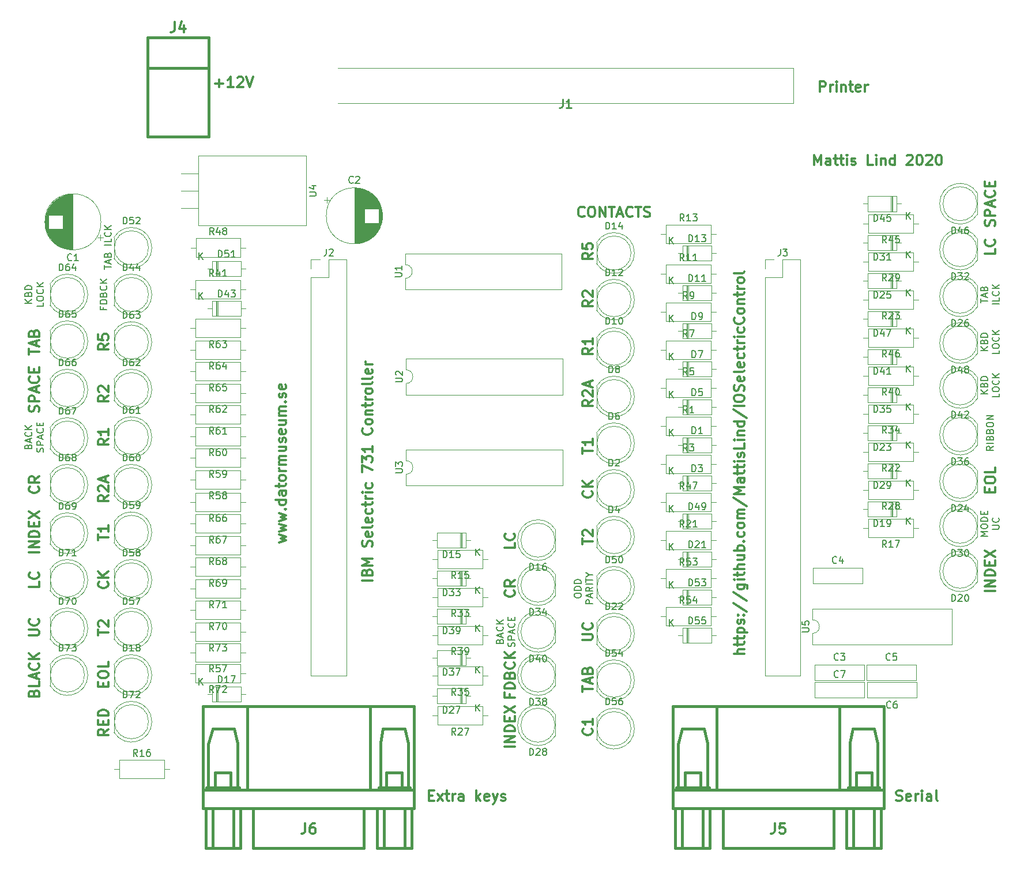
<source format=gbr>
G04 #@! TF.GenerationSoftware,KiCad,Pcbnew,5.0.2-bee76a0~70~ubuntu16.04.1*
G04 #@! TF.CreationDate,2020-12-08T16:48:18+01:00*
G04 #@! TF.ProjectId,IOSelectricControl,494f5365-6c65-4637-9472-6963436f6e74,rev?*
G04 #@! TF.SameCoordinates,Original*
G04 #@! TF.FileFunction,Legend,Top*
G04 #@! TF.FilePolarity,Positive*
%FSLAX46Y46*%
G04 Gerber Fmt 4.6, Leading zero omitted, Abs format (unit mm)*
G04 Created by KiCad (PCBNEW 5.0.2-bee76a0~70~ubuntu16.04.1) date tis  8 dec 2020 16:48:18*
%MOMM*%
%LPD*%
G01*
G04 APERTURE LIST*
%ADD10C,0.300000*%
%ADD11C,0.200000*%
%ADD12C,0.381000*%
%ADD13C,0.100000*%
%ADD14C,0.120000*%
%ADD15C,0.304800*%
%ADD16C,0.254000*%
%ADD17C,0.150000*%
G04 APERTURE END LIST*
D10*
X181356428Y-31158571D02*
X181356428Y-29658571D01*
X181927857Y-29658571D01*
X182070714Y-29730000D01*
X182142142Y-29801428D01*
X182213571Y-29944285D01*
X182213571Y-30158571D01*
X182142142Y-30301428D01*
X182070714Y-30372857D01*
X181927857Y-30444285D01*
X181356428Y-30444285D01*
X182856428Y-31158571D02*
X182856428Y-30158571D01*
X182856428Y-30444285D02*
X182927857Y-30301428D01*
X182999285Y-30230000D01*
X183142142Y-30158571D01*
X183285000Y-30158571D01*
X183785000Y-31158571D02*
X183785000Y-30158571D01*
X183785000Y-29658571D02*
X183713571Y-29730000D01*
X183785000Y-29801428D01*
X183856428Y-29730000D01*
X183785000Y-29658571D01*
X183785000Y-29801428D01*
X184499285Y-30158571D02*
X184499285Y-31158571D01*
X184499285Y-30301428D02*
X184570714Y-30230000D01*
X184713571Y-30158571D01*
X184927857Y-30158571D01*
X185070714Y-30230000D01*
X185142142Y-30372857D01*
X185142142Y-31158571D01*
X185642142Y-30158571D02*
X186213571Y-30158571D01*
X185856428Y-29658571D02*
X185856428Y-30944285D01*
X185927857Y-31087142D01*
X186070714Y-31158571D01*
X186213571Y-31158571D01*
X187285000Y-31087142D02*
X187142142Y-31158571D01*
X186856428Y-31158571D01*
X186713571Y-31087142D01*
X186642142Y-30944285D01*
X186642142Y-30372857D01*
X186713571Y-30230000D01*
X186856428Y-30158571D01*
X187142142Y-30158571D01*
X187285000Y-30230000D01*
X187356428Y-30372857D01*
X187356428Y-30515714D01*
X186642142Y-30658571D01*
X187999285Y-31158571D02*
X187999285Y-30158571D01*
X187999285Y-30444285D02*
X188070714Y-30301428D01*
X188142142Y-30230000D01*
X188285000Y-30158571D01*
X188427857Y-30158571D01*
X115613571Y-102959285D02*
X114113571Y-102959285D01*
X114827857Y-101745000D02*
X114899285Y-101530714D01*
X114970714Y-101459285D01*
X115113571Y-101387857D01*
X115327857Y-101387857D01*
X115470714Y-101459285D01*
X115542142Y-101530714D01*
X115613571Y-101673571D01*
X115613571Y-102245000D01*
X114113571Y-102245000D01*
X114113571Y-101745000D01*
X114185000Y-101602142D01*
X114256428Y-101530714D01*
X114399285Y-101459285D01*
X114542142Y-101459285D01*
X114685000Y-101530714D01*
X114756428Y-101602142D01*
X114827857Y-101745000D01*
X114827857Y-102245000D01*
X115613571Y-100745000D02*
X114113571Y-100745000D01*
X115185000Y-100245000D01*
X114113571Y-99745000D01*
X115613571Y-99745000D01*
X115542142Y-97959285D02*
X115613571Y-97745000D01*
X115613571Y-97387857D01*
X115542142Y-97245000D01*
X115470714Y-97173571D01*
X115327857Y-97102142D01*
X115185000Y-97102142D01*
X115042142Y-97173571D01*
X114970714Y-97245000D01*
X114899285Y-97387857D01*
X114827857Y-97673571D01*
X114756428Y-97816428D01*
X114685000Y-97887857D01*
X114542142Y-97959285D01*
X114399285Y-97959285D01*
X114256428Y-97887857D01*
X114185000Y-97816428D01*
X114113571Y-97673571D01*
X114113571Y-97316428D01*
X114185000Y-97102142D01*
X115542142Y-95887857D02*
X115613571Y-96030714D01*
X115613571Y-96316428D01*
X115542142Y-96459285D01*
X115399285Y-96530714D01*
X114827857Y-96530714D01*
X114685000Y-96459285D01*
X114613571Y-96316428D01*
X114613571Y-96030714D01*
X114685000Y-95887857D01*
X114827857Y-95816428D01*
X114970714Y-95816428D01*
X115113571Y-96530714D01*
X115613571Y-94959285D02*
X115542142Y-95102142D01*
X115399285Y-95173571D01*
X114113571Y-95173571D01*
X115542142Y-93816428D02*
X115613571Y-93959285D01*
X115613571Y-94245000D01*
X115542142Y-94387857D01*
X115399285Y-94459285D01*
X114827857Y-94459285D01*
X114685000Y-94387857D01*
X114613571Y-94245000D01*
X114613571Y-93959285D01*
X114685000Y-93816428D01*
X114827857Y-93745000D01*
X114970714Y-93745000D01*
X115113571Y-94459285D01*
X115542142Y-92459285D02*
X115613571Y-92602142D01*
X115613571Y-92887857D01*
X115542142Y-93030714D01*
X115470714Y-93102142D01*
X115327857Y-93173571D01*
X114899285Y-93173571D01*
X114756428Y-93102142D01*
X114685000Y-93030714D01*
X114613571Y-92887857D01*
X114613571Y-92602142D01*
X114685000Y-92459285D01*
X114613571Y-92030714D02*
X114613571Y-91459285D01*
X114113571Y-91816428D02*
X115399285Y-91816428D01*
X115542142Y-91745000D01*
X115613571Y-91602142D01*
X115613571Y-91459285D01*
X115613571Y-90959285D02*
X114613571Y-90959285D01*
X114899285Y-90959285D02*
X114756428Y-90887857D01*
X114685000Y-90816428D01*
X114613571Y-90673571D01*
X114613571Y-90530714D01*
X115613571Y-90030714D02*
X114613571Y-90030714D01*
X114113571Y-90030714D02*
X114185000Y-90102142D01*
X114256428Y-90030714D01*
X114185000Y-89959285D01*
X114113571Y-90030714D01*
X114256428Y-90030714D01*
X115542142Y-88673571D02*
X115613571Y-88816428D01*
X115613571Y-89102142D01*
X115542142Y-89245000D01*
X115470714Y-89316428D01*
X115327857Y-89387857D01*
X114899285Y-89387857D01*
X114756428Y-89316428D01*
X114685000Y-89245000D01*
X114613571Y-89102142D01*
X114613571Y-88816428D01*
X114685000Y-88673571D01*
X114113571Y-87030714D02*
X114113571Y-86030714D01*
X115613571Y-86673571D01*
X114113571Y-85602142D02*
X114113571Y-84673571D01*
X114685000Y-85173571D01*
X114685000Y-84959285D01*
X114756428Y-84816428D01*
X114827857Y-84745000D01*
X114970714Y-84673571D01*
X115327857Y-84673571D01*
X115470714Y-84745000D01*
X115542142Y-84816428D01*
X115613571Y-84959285D01*
X115613571Y-85387857D01*
X115542142Y-85530714D01*
X115470714Y-85602142D01*
X115613571Y-83245000D02*
X115613571Y-84102142D01*
X115613571Y-83673571D02*
X114113571Y-83673571D01*
X114327857Y-83816428D01*
X114470714Y-83959285D01*
X114542142Y-84102142D01*
X115470714Y-80602142D02*
X115542142Y-80673571D01*
X115613571Y-80887857D01*
X115613571Y-81030714D01*
X115542142Y-81245000D01*
X115399285Y-81387857D01*
X115256428Y-81459285D01*
X114970714Y-81530714D01*
X114756428Y-81530714D01*
X114470714Y-81459285D01*
X114327857Y-81387857D01*
X114185000Y-81245000D01*
X114113571Y-81030714D01*
X114113571Y-80887857D01*
X114185000Y-80673571D01*
X114256428Y-80602142D01*
X115613571Y-79745000D02*
X115542142Y-79887857D01*
X115470714Y-79959285D01*
X115327857Y-80030714D01*
X114899285Y-80030714D01*
X114756428Y-79959285D01*
X114685000Y-79887857D01*
X114613571Y-79745000D01*
X114613571Y-79530714D01*
X114685000Y-79387857D01*
X114756428Y-79316428D01*
X114899285Y-79245000D01*
X115327857Y-79245000D01*
X115470714Y-79316428D01*
X115542142Y-79387857D01*
X115613571Y-79530714D01*
X115613571Y-79745000D01*
X114613571Y-78602142D02*
X115613571Y-78602142D01*
X114756428Y-78602142D02*
X114685000Y-78530714D01*
X114613571Y-78387857D01*
X114613571Y-78173571D01*
X114685000Y-78030714D01*
X114827857Y-77959285D01*
X115613571Y-77959285D01*
X114613571Y-77459285D02*
X114613571Y-76887857D01*
X114113571Y-77245000D02*
X115399285Y-77245000D01*
X115542142Y-77173571D01*
X115613571Y-77030714D01*
X115613571Y-76887857D01*
X115613571Y-76387857D02*
X114613571Y-76387857D01*
X114899285Y-76387857D02*
X114756428Y-76316428D01*
X114685000Y-76245000D01*
X114613571Y-76102142D01*
X114613571Y-75959285D01*
X115613571Y-75245000D02*
X115542142Y-75387857D01*
X115470714Y-75459285D01*
X115327857Y-75530714D01*
X114899285Y-75530714D01*
X114756428Y-75459285D01*
X114685000Y-75387857D01*
X114613571Y-75245000D01*
X114613571Y-75030714D01*
X114685000Y-74887857D01*
X114756428Y-74816428D01*
X114899285Y-74745000D01*
X115327857Y-74745000D01*
X115470714Y-74816428D01*
X115542142Y-74887857D01*
X115613571Y-75030714D01*
X115613571Y-75245000D01*
X115613571Y-73887857D02*
X115542142Y-74030714D01*
X115399285Y-74102142D01*
X114113571Y-74102142D01*
X115613571Y-73102142D02*
X115542142Y-73245000D01*
X115399285Y-73316428D01*
X114113571Y-73316428D01*
X115542142Y-71959285D02*
X115613571Y-72102142D01*
X115613571Y-72387857D01*
X115542142Y-72530714D01*
X115399285Y-72602142D01*
X114827857Y-72602142D01*
X114685000Y-72530714D01*
X114613571Y-72387857D01*
X114613571Y-72102142D01*
X114685000Y-71959285D01*
X114827857Y-71887857D01*
X114970714Y-71887857D01*
X115113571Y-72602142D01*
X115613571Y-71245000D02*
X114613571Y-71245000D01*
X114899285Y-71245000D02*
X114756428Y-71173571D01*
X114685000Y-71102142D01*
X114613571Y-70959285D01*
X114613571Y-70816428D01*
X101913571Y-97367857D02*
X102913571Y-97082142D01*
X102199285Y-96796428D01*
X102913571Y-96510714D01*
X101913571Y-96225000D01*
X101913571Y-95796428D02*
X102913571Y-95510714D01*
X102199285Y-95225000D01*
X102913571Y-94939285D01*
X101913571Y-94653571D01*
X101913571Y-94225000D02*
X102913571Y-93939285D01*
X102199285Y-93653571D01*
X102913571Y-93367857D01*
X101913571Y-93082142D01*
X102770714Y-92510714D02*
X102842142Y-92439285D01*
X102913571Y-92510714D01*
X102842142Y-92582142D01*
X102770714Y-92510714D01*
X102913571Y-92510714D01*
X102913571Y-91153571D02*
X101413571Y-91153571D01*
X102842142Y-91153571D02*
X102913571Y-91296428D01*
X102913571Y-91582142D01*
X102842142Y-91725000D01*
X102770714Y-91796428D01*
X102627857Y-91867857D01*
X102199285Y-91867857D01*
X102056428Y-91796428D01*
X101985000Y-91725000D01*
X101913571Y-91582142D01*
X101913571Y-91296428D01*
X101985000Y-91153571D01*
X102913571Y-89796428D02*
X102127857Y-89796428D01*
X101985000Y-89867857D01*
X101913571Y-90010714D01*
X101913571Y-90296428D01*
X101985000Y-90439285D01*
X102842142Y-89796428D02*
X102913571Y-89939285D01*
X102913571Y-90296428D01*
X102842142Y-90439285D01*
X102699285Y-90510714D01*
X102556428Y-90510714D01*
X102413571Y-90439285D01*
X102342142Y-90296428D01*
X102342142Y-89939285D01*
X102270714Y-89796428D01*
X101913571Y-89296428D02*
X101913571Y-88725000D01*
X101413571Y-89082142D02*
X102699285Y-89082142D01*
X102842142Y-89010714D01*
X102913571Y-88867857D01*
X102913571Y-88725000D01*
X102913571Y-88010714D02*
X102842142Y-88153571D01*
X102770714Y-88225000D01*
X102627857Y-88296428D01*
X102199285Y-88296428D01*
X102056428Y-88225000D01*
X101985000Y-88153571D01*
X101913571Y-88010714D01*
X101913571Y-87796428D01*
X101985000Y-87653571D01*
X102056428Y-87582142D01*
X102199285Y-87510714D01*
X102627857Y-87510714D01*
X102770714Y-87582142D01*
X102842142Y-87653571D01*
X102913571Y-87796428D01*
X102913571Y-88010714D01*
X102913571Y-86867857D02*
X101913571Y-86867857D01*
X102199285Y-86867857D02*
X102056428Y-86796428D01*
X101985000Y-86725000D01*
X101913571Y-86582142D01*
X101913571Y-86439285D01*
X102913571Y-85939285D02*
X101913571Y-85939285D01*
X102056428Y-85939285D02*
X101985000Y-85867857D01*
X101913571Y-85725000D01*
X101913571Y-85510714D01*
X101985000Y-85367857D01*
X102127857Y-85296428D01*
X102913571Y-85296428D01*
X102127857Y-85296428D02*
X101985000Y-85225000D01*
X101913571Y-85082142D01*
X101913571Y-84867857D01*
X101985000Y-84725000D01*
X102127857Y-84653571D01*
X102913571Y-84653571D01*
X101913571Y-83296428D02*
X102913571Y-83296428D01*
X101913571Y-83939285D02*
X102699285Y-83939285D01*
X102842142Y-83867857D01*
X102913571Y-83725000D01*
X102913571Y-83510714D01*
X102842142Y-83367857D01*
X102770714Y-83296428D01*
X102842142Y-82653571D02*
X102913571Y-82510714D01*
X102913571Y-82225000D01*
X102842142Y-82082142D01*
X102699285Y-82010714D01*
X102627857Y-82010714D01*
X102485000Y-82082142D01*
X102413571Y-82225000D01*
X102413571Y-82439285D01*
X102342142Y-82582142D01*
X102199285Y-82653571D01*
X102127857Y-82653571D01*
X101985000Y-82582142D01*
X101913571Y-82439285D01*
X101913571Y-82225000D01*
X101985000Y-82082142D01*
X102842142Y-80796428D02*
X102913571Y-80939285D01*
X102913571Y-81225000D01*
X102842142Y-81367857D01*
X102699285Y-81439285D01*
X102127857Y-81439285D01*
X101985000Y-81367857D01*
X101913571Y-81225000D01*
X101913571Y-80939285D01*
X101985000Y-80796428D01*
X102127857Y-80725000D01*
X102270714Y-80725000D01*
X102413571Y-81439285D01*
X101913571Y-79439285D02*
X102913571Y-79439285D01*
X101913571Y-80082142D02*
X102699285Y-80082142D01*
X102842142Y-80010714D01*
X102913571Y-79867857D01*
X102913571Y-79653571D01*
X102842142Y-79510714D01*
X102770714Y-79439285D01*
X102913571Y-78725000D02*
X101913571Y-78725000D01*
X102056428Y-78725000D02*
X101985000Y-78653571D01*
X101913571Y-78510714D01*
X101913571Y-78296428D01*
X101985000Y-78153571D01*
X102127857Y-78082142D01*
X102913571Y-78082142D01*
X102127857Y-78082142D02*
X101985000Y-78010714D01*
X101913571Y-77867857D01*
X101913571Y-77653571D01*
X101985000Y-77510714D01*
X102127857Y-77439285D01*
X102913571Y-77439285D01*
X102770714Y-76725000D02*
X102842142Y-76653571D01*
X102913571Y-76725000D01*
X102842142Y-76796428D01*
X102770714Y-76725000D01*
X102913571Y-76725000D01*
X102842142Y-76082142D02*
X102913571Y-75939285D01*
X102913571Y-75653571D01*
X102842142Y-75510714D01*
X102699285Y-75439285D01*
X102627857Y-75439285D01*
X102485000Y-75510714D01*
X102413571Y-75653571D01*
X102413571Y-75867857D01*
X102342142Y-76010714D01*
X102199285Y-76082142D01*
X102127857Y-76082142D01*
X101985000Y-76010714D01*
X101913571Y-75867857D01*
X101913571Y-75653571D01*
X101985000Y-75510714D01*
X102842142Y-74225000D02*
X102913571Y-74367857D01*
X102913571Y-74653571D01*
X102842142Y-74796428D01*
X102699285Y-74867857D01*
X102127857Y-74867857D01*
X101985000Y-74796428D01*
X101913571Y-74653571D01*
X101913571Y-74367857D01*
X101985000Y-74225000D01*
X102127857Y-74153571D01*
X102270714Y-74153571D01*
X102413571Y-74867857D01*
X170223571Y-113689285D02*
X168723571Y-113689285D01*
X170223571Y-113046428D02*
X169437857Y-113046428D01*
X169295000Y-113117857D01*
X169223571Y-113260714D01*
X169223571Y-113475000D01*
X169295000Y-113617857D01*
X169366428Y-113689285D01*
X169223571Y-112546428D02*
X169223571Y-111975000D01*
X168723571Y-112332142D02*
X170009285Y-112332142D01*
X170152142Y-112260714D01*
X170223571Y-112117857D01*
X170223571Y-111975000D01*
X169223571Y-111689285D02*
X169223571Y-111117857D01*
X168723571Y-111475000D02*
X170009285Y-111475000D01*
X170152142Y-111403571D01*
X170223571Y-111260714D01*
X170223571Y-111117857D01*
X169223571Y-110617857D02*
X170723571Y-110617857D01*
X169295000Y-110617857D02*
X169223571Y-110475000D01*
X169223571Y-110189285D01*
X169295000Y-110046428D01*
X169366428Y-109975000D01*
X169509285Y-109903571D01*
X169937857Y-109903571D01*
X170080714Y-109975000D01*
X170152142Y-110046428D01*
X170223571Y-110189285D01*
X170223571Y-110475000D01*
X170152142Y-110617857D01*
X170152142Y-109332142D02*
X170223571Y-109189285D01*
X170223571Y-108903571D01*
X170152142Y-108760714D01*
X170009285Y-108689285D01*
X169937857Y-108689285D01*
X169795000Y-108760714D01*
X169723571Y-108903571D01*
X169723571Y-109117857D01*
X169652142Y-109260714D01*
X169509285Y-109332142D01*
X169437857Y-109332142D01*
X169295000Y-109260714D01*
X169223571Y-109117857D01*
X169223571Y-108903571D01*
X169295000Y-108760714D01*
X170080714Y-108046428D02*
X170152142Y-107975000D01*
X170223571Y-108046428D01*
X170152142Y-108117857D01*
X170080714Y-108046428D01*
X170223571Y-108046428D01*
X169295000Y-108046428D02*
X169366428Y-107975000D01*
X169437857Y-108046428D01*
X169366428Y-108117857D01*
X169295000Y-108046428D01*
X169437857Y-108046428D01*
X168652142Y-106260714D02*
X170580714Y-107546428D01*
X168652142Y-104689285D02*
X170580714Y-105975000D01*
X169223571Y-103546428D02*
X170437857Y-103546428D01*
X170580714Y-103617857D01*
X170652142Y-103689285D01*
X170723571Y-103832142D01*
X170723571Y-104046428D01*
X170652142Y-104189285D01*
X170152142Y-103546428D02*
X170223571Y-103689285D01*
X170223571Y-103975000D01*
X170152142Y-104117857D01*
X170080714Y-104189285D01*
X169937857Y-104260714D01*
X169509285Y-104260714D01*
X169366428Y-104189285D01*
X169295000Y-104117857D01*
X169223571Y-103975000D01*
X169223571Y-103689285D01*
X169295000Y-103546428D01*
X170223571Y-102832142D02*
X169223571Y-102832142D01*
X168723571Y-102832142D02*
X168795000Y-102903571D01*
X168866428Y-102832142D01*
X168795000Y-102760714D01*
X168723571Y-102832142D01*
X168866428Y-102832142D01*
X169223571Y-102332142D02*
X169223571Y-101760714D01*
X168723571Y-102117857D02*
X170009285Y-102117857D01*
X170152142Y-102046428D01*
X170223571Y-101903571D01*
X170223571Y-101760714D01*
X170223571Y-101260714D02*
X168723571Y-101260714D01*
X170223571Y-100617857D02*
X169437857Y-100617857D01*
X169295000Y-100689285D01*
X169223571Y-100832142D01*
X169223571Y-101046428D01*
X169295000Y-101189285D01*
X169366428Y-101260714D01*
X169223571Y-99260714D02*
X170223571Y-99260714D01*
X169223571Y-99903571D02*
X170009285Y-99903571D01*
X170152142Y-99832142D01*
X170223571Y-99689285D01*
X170223571Y-99475000D01*
X170152142Y-99332142D01*
X170080714Y-99260714D01*
X170223571Y-98546428D02*
X168723571Y-98546428D01*
X169295000Y-98546428D02*
X169223571Y-98403571D01*
X169223571Y-98117857D01*
X169295000Y-97975000D01*
X169366428Y-97903571D01*
X169509285Y-97832142D01*
X169937857Y-97832142D01*
X170080714Y-97903571D01*
X170152142Y-97975000D01*
X170223571Y-98117857D01*
X170223571Y-98403571D01*
X170152142Y-98546428D01*
X170080714Y-97189285D02*
X170152142Y-97117857D01*
X170223571Y-97189285D01*
X170152142Y-97260714D01*
X170080714Y-97189285D01*
X170223571Y-97189285D01*
X170152142Y-95832142D02*
X170223571Y-95975000D01*
X170223571Y-96260714D01*
X170152142Y-96403571D01*
X170080714Y-96475000D01*
X169937857Y-96546428D01*
X169509285Y-96546428D01*
X169366428Y-96475000D01*
X169295000Y-96403571D01*
X169223571Y-96260714D01*
X169223571Y-95975000D01*
X169295000Y-95832142D01*
X170223571Y-94975000D02*
X170152142Y-95117857D01*
X170080714Y-95189285D01*
X169937857Y-95260714D01*
X169509285Y-95260714D01*
X169366428Y-95189285D01*
X169295000Y-95117857D01*
X169223571Y-94975000D01*
X169223571Y-94760714D01*
X169295000Y-94617857D01*
X169366428Y-94546428D01*
X169509285Y-94475000D01*
X169937857Y-94475000D01*
X170080714Y-94546428D01*
X170152142Y-94617857D01*
X170223571Y-94760714D01*
X170223571Y-94975000D01*
X170223571Y-93832142D02*
X169223571Y-93832142D01*
X169366428Y-93832142D02*
X169295000Y-93760714D01*
X169223571Y-93617857D01*
X169223571Y-93403571D01*
X169295000Y-93260714D01*
X169437857Y-93189285D01*
X170223571Y-93189285D01*
X169437857Y-93189285D02*
X169295000Y-93117857D01*
X169223571Y-92975000D01*
X169223571Y-92760714D01*
X169295000Y-92617857D01*
X169437857Y-92546428D01*
X170223571Y-92546428D01*
X168652142Y-90760714D02*
X170580714Y-92046428D01*
X170223571Y-90260714D02*
X168723571Y-90260714D01*
X169795000Y-89760714D01*
X168723571Y-89260714D01*
X170223571Y-89260714D01*
X170223571Y-87903571D02*
X169437857Y-87903571D01*
X169295000Y-87975000D01*
X169223571Y-88117857D01*
X169223571Y-88403571D01*
X169295000Y-88546428D01*
X170152142Y-87903571D02*
X170223571Y-88046428D01*
X170223571Y-88403571D01*
X170152142Y-88546428D01*
X170009285Y-88617857D01*
X169866428Y-88617857D01*
X169723571Y-88546428D01*
X169652142Y-88403571D01*
X169652142Y-88046428D01*
X169580714Y-87903571D01*
X169223571Y-87403571D02*
X169223571Y-86832142D01*
X168723571Y-87189285D02*
X170009285Y-87189285D01*
X170152142Y-87117857D01*
X170223571Y-86975000D01*
X170223571Y-86832142D01*
X169223571Y-86546428D02*
X169223571Y-85975000D01*
X168723571Y-86332142D02*
X170009285Y-86332142D01*
X170152142Y-86260714D01*
X170223571Y-86117857D01*
X170223571Y-85975000D01*
X170223571Y-85475000D02*
X169223571Y-85475000D01*
X168723571Y-85475000D02*
X168795000Y-85546428D01*
X168866428Y-85475000D01*
X168795000Y-85403571D01*
X168723571Y-85475000D01*
X168866428Y-85475000D01*
X170152142Y-84832142D02*
X170223571Y-84689285D01*
X170223571Y-84403571D01*
X170152142Y-84260714D01*
X170009285Y-84189285D01*
X169937857Y-84189285D01*
X169795000Y-84260714D01*
X169723571Y-84403571D01*
X169723571Y-84617857D01*
X169652142Y-84760714D01*
X169509285Y-84832142D01*
X169437857Y-84832142D01*
X169295000Y-84760714D01*
X169223571Y-84617857D01*
X169223571Y-84403571D01*
X169295000Y-84260714D01*
X170223571Y-82832142D02*
X170223571Y-83546428D01*
X168723571Y-83546428D01*
X170223571Y-82332142D02*
X169223571Y-82332142D01*
X168723571Y-82332142D02*
X168795000Y-82403571D01*
X168866428Y-82332142D01*
X168795000Y-82260714D01*
X168723571Y-82332142D01*
X168866428Y-82332142D01*
X169223571Y-81617857D02*
X170223571Y-81617857D01*
X169366428Y-81617857D02*
X169295000Y-81546428D01*
X169223571Y-81403571D01*
X169223571Y-81189285D01*
X169295000Y-81046428D01*
X169437857Y-80975000D01*
X170223571Y-80975000D01*
X170223571Y-79617857D02*
X168723571Y-79617857D01*
X170152142Y-79617857D02*
X170223571Y-79760714D01*
X170223571Y-80046428D01*
X170152142Y-80189285D01*
X170080714Y-80260714D01*
X169937857Y-80332142D01*
X169509285Y-80332142D01*
X169366428Y-80260714D01*
X169295000Y-80189285D01*
X169223571Y-80046428D01*
X169223571Y-79760714D01*
X169295000Y-79617857D01*
X168652142Y-77832142D02*
X170580714Y-79117857D01*
X170223571Y-77332142D02*
X168723571Y-77332142D01*
X168723571Y-76332142D02*
X168723571Y-76046428D01*
X168795000Y-75903571D01*
X168937857Y-75760714D01*
X169223571Y-75689285D01*
X169723571Y-75689285D01*
X170009285Y-75760714D01*
X170152142Y-75903571D01*
X170223571Y-76046428D01*
X170223571Y-76332142D01*
X170152142Y-76475000D01*
X170009285Y-76617857D01*
X169723571Y-76689285D01*
X169223571Y-76689285D01*
X168937857Y-76617857D01*
X168795000Y-76475000D01*
X168723571Y-76332142D01*
X170152142Y-75117857D02*
X170223571Y-74903571D01*
X170223571Y-74546428D01*
X170152142Y-74403571D01*
X170080714Y-74332142D01*
X169937857Y-74260714D01*
X169795000Y-74260714D01*
X169652142Y-74332142D01*
X169580714Y-74403571D01*
X169509285Y-74546428D01*
X169437857Y-74832142D01*
X169366428Y-74975000D01*
X169295000Y-75046428D01*
X169152142Y-75117857D01*
X169009285Y-75117857D01*
X168866428Y-75046428D01*
X168795000Y-74975000D01*
X168723571Y-74832142D01*
X168723571Y-74475000D01*
X168795000Y-74260714D01*
X170152142Y-73046428D02*
X170223571Y-73189285D01*
X170223571Y-73475000D01*
X170152142Y-73617857D01*
X170009285Y-73689285D01*
X169437857Y-73689285D01*
X169295000Y-73617857D01*
X169223571Y-73475000D01*
X169223571Y-73189285D01*
X169295000Y-73046428D01*
X169437857Y-72975000D01*
X169580714Y-72975000D01*
X169723571Y-73689285D01*
X170223571Y-72117857D02*
X170152142Y-72260714D01*
X170009285Y-72332142D01*
X168723571Y-72332142D01*
X170152142Y-70975000D02*
X170223571Y-71117857D01*
X170223571Y-71403571D01*
X170152142Y-71546428D01*
X170009285Y-71617857D01*
X169437857Y-71617857D01*
X169295000Y-71546428D01*
X169223571Y-71403571D01*
X169223571Y-71117857D01*
X169295000Y-70975000D01*
X169437857Y-70903571D01*
X169580714Y-70903571D01*
X169723571Y-71617857D01*
X170152142Y-69617857D02*
X170223571Y-69760714D01*
X170223571Y-70046428D01*
X170152142Y-70189285D01*
X170080714Y-70260714D01*
X169937857Y-70332142D01*
X169509285Y-70332142D01*
X169366428Y-70260714D01*
X169295000Y-70189285D01*
X169223571Y-70046428D01*
X169223571Y-69760714D01*
X169295000Y-69617857D01*
X169223571Y-69189285D02*
X169223571Y-68617857D01*
X168723571Y-68975000D02*
X170009285Y-68975000D01*
X170152142Y-68903571D01*
X170223571Y-68760714D01*
X170223571Y-68617857D01*
X170223571Y-68117857D02*
X169223571Y-68117857D01*
X169509285Y-68117857D02*
X169366428Y-68046428D01*
X169295000Y-67975000D01*
X169223571Y-67832142D01*
X169223571Y-67689285D01*
X170223571Y-67189285D02*
X169223571Y-67189285D01*
X168723571Y-67189285D02*
X168795000Y-67260714D01*
X168866428Y-67189285D01*
X168795000Y-67117857D01*
X168723571Y-67189285D01*
X168866428Y-67189285D01*
X170152142Y-65832142D02*
X170223571Y-65975000D01*
X170223571Y-66260714D01*
X170152142Y-66403571D01*
X170080714Y-66475000D01*
X169937857Y-66546428D01*
X169509285Y-66546428D01*
X169366428Y-66475000D01*
X169295000Y-66403571D01*
X169223571Y-66260714D01*
X169223571Y-65975000D01*
X169295000Y-65832142D01*
X170080714Y-64332142D02*
X170152142Y-64403571D01*
X170223571Y-64617857D01*
X170223571Y-64760714D01*
X170152142Y-64975000D01*
X170009285Y-65117857D01*
X169866428Y-65189285D01*
X169580714Y-65260714D01*
X169366428Y-65260714D01*
X169080714Y-65189285D01*
X168937857Y-65117857D01*
X168795000Y-64975000D01*
X168723571Y-64760714D01*
X168723571Y-64617857D01*
X168795000Y-64403571D01*
X168866428Y-64332142D01*
X170223571Y-63475000D02*
X170152142Y-63617857D01*
X170080714Y-63689285D01*
X169937857Y-63760714D01*
X169509285Y-63760714D01*
X169366428Y-63689285D01*
X169295000Y-63617857D01*
X169223571Y-63475000D01*
X169223571Y-63260714D01*
X169295000Y-63117857D01*
X169366428Y-63046428D01*
X169509285Y-62975000D01*
X169937857Y-62975000D01*
X170080714Y-63046428D01*
X170152142Y-63117857D01*
X170223571Y-63260714D01*
X170223571Y-63475000D01*
X169223571Y-62332142D02*
X170223571Y-62332142D01*
X169366428Y-62332142D02*
X169295000Y-62260714D01*
X169223571Y-62117857D01*
X169223571Y-61903571D01*
X169295000Y-61760714D01*
X169437857Y-61689285D01*
X170223571Y-61689285D01*
X169223571Y-61189285D02*
X169223571Y-60617857D01*
X168723571Y-60975000D02*
X170009285Y-60975000D01*
X170152142Y-60903571D01*
X170223571Y-60760714D01*
X170223571Y-60617857D01*
X170223571Y-60117857D02*
X169223571Y-60117857D01*
X169509285Y-60117857D02*
X169366428Y-60046428D01*
X169295000Y-59975000D01*
X169223571Y-59832142D01*
X169223571Y-59689285D01*
X170223571Y-58975000D02*
X170152142Y-59117857D01*
X170080714Y-59189285D01*
X169937857Y-59260714D01*
X169509285Y-59260714D01*
X169366428Y-59189285D01*
X169295000Y-59117857D01*
X169223571Y-58975000D01*
X169223571Y-58760714D01*
X169295000Y-58617857D01*
X169366428Y-58546428D01*
X169509285Y-58475000D01*
X169937857Y-58475000D01*
X170080714Y-58546428D01*
X170152142Y-58617857D01*
X170223571Y-58760714D01*
X170223571Y-58975000D01*
X170223571Y-57617857D02*
X170152142Y-57760714D01*
X170009285Y-57832142D01*
X168723571Y-57832142D01*
X180543571Y-41953571D02*
X180543571Y-40453571D01*
X181043571Y-41525000D01*
X181543571Y-40453571D01*
X181543571Y-41953571D01*
X182900714Y-41953571D02*
X182900714Y-41167857D01*
X182829285Y-41025000D01*
X182686428Y-40953571D01*
X182400714Y-40953571D01*
X182257857Y-41025000D01*
X182900714Y-41882142D02*
X182757857Y-41953571D01*
X182400714Y-41953571D01*
X182257857Y-41882142D01*
X182186428Y-41739285D01*
X182186428Y-41596428D01*
X182257857Y-41453571D01*
X182400714Y-41382142D01*
X182757857Y-41382142D01*
X182900714Y-41310714D01*
X183400714Y-40953571D02*
X183972142Y-40953571D01*
X183615000Y-40453571D02*
X183615000Y-41739285D01*
X183686428Y-41882142D01*
X183829285Y-41953571D01*
X183972142Y-41953571D01*
X184257857Y-40953571D02*
X184829285Y-40953571D01*
X184472142Y-40453571D02*
X184472142Y-41739285D01*
X184543571Y-41882142D01*
X184686428Y-41953571D01*
X184829285Y-41953571D01*
X185329285Y-41953571D02*
X185329285Y-40953571D01*
X185329285Y-40453571D02*
X185257857Y-40525000D01*
X185329285Y-40596428D01*
X185400714Y-40525000D01*
X185329285Y-40453571D01*
X185329285Y-40596428D01*
X185972142Y-41882142D02*
X186115000Y-41953571D01*
X186400714Y-41953571D01*
X186543571Y-41882142D01*
X186615000Y-41739285D01*
X186615000Y-41667857D01*
X186543571Y-41525000D01*
X186400714Y-41453571D01*
X186186428Y-41453571D01*
X186043571Y-41382142D01*
X185972142Y-41239285D01*
X185972142Y-41167857D01*
X186043571Y-41025000D01*
X186186428Y-40953571D01*
X186400714Y-40953571D01*
X186543571Y-41025000D01*
X189115000Y-41953571D02*
X188400714Y-41953571D01*
X188400714Y-40453571D01*
X189615000Y-41953571D02*
X189615000Y-40953571D01*
X189615000Y-40453571D02*
X189543571Y-40525000D01*
X189615000Y-40596428D01*
X189686428Y-40525000D01*
X189615000Y-40453571D01*
X189615000Y-40596428D01*
X190329285Y-40953571D02*
X190329285Y-41953571D01*
X190329285Y-41096428D02*
X190400714Y-41025000D01*
X190543571Y-40953571D01*
X190757857Y-40953571D01*
X190900714Y-41025000D01*
X190972142Y-41167857D01*
X190972142Y-41953571D01*
X192329285Y-41953571D02*
X192329285Y-40453571D01*
X192329285Y-41882142D02*
X192186428Y-41953571D01*
X191900714Y-41953571D01*
X191757857Y-41882142D01*
X191686428Y-41810714D01*
X191615000Y-41667857D01*
X191615000Y-41239285D01*
X191686428Y-41096428D01*
X191757857Y-41025000D01*
X191900714Y-40953571D01*
X192186428Y-40953571D01*
X192329285Y-41025000D01*
X194115000Y-40596428D02*
X194186428Y-40525000D01*
X194329285Y-40453571D01*
X194686428Y-40453571D01*
X194829285Y-40525000D01*
X194900714Y-40596428D01*
X194972142Y-40739285D01*
X194972142Y-40882142D01*
X194900714Y-41096428D01*
X194043571Y-41953571D01*
X194972142Y-41953571D01*
X195900714Y-40453571D02*
X196043571Y-40453571D01*
X196186428Y-40525000D01*
X196257857Y-40596428D01*
X196329285Y-40739285D01*
X196400714Y-41025000D01*
X196400714Y-41382142D01*
X196329285Y-41667857D01*
X196257857Y-41810714D01*
X196186428Y-41882142D01*
X196043571Y-41953571D01*
X195900714Y-41953571D01*
X195757857Y-41882142D01*
X195686428Y-41810714D01*
X195615000Y-41667857D01*
X195543571Y-41382142D01*
X195543571Y-41025000D01*
X195615000Y-40739285D01*
X195686428Y-40596428D01*
X195757857Y-40525000D01*
X195900714Y-40453571D01*
X196972142Y-40596428D02*
X197043571Y-40525000D01*
X197186428Y-40453571D01*
X197543571Y-40453571D01*
X197686428Y-40525000D01*
X197757857Y-40596428D01*
X197829285Y-40739285D01*
X197829285Y-40882142D01*
X197757857Y-41096428D01*
X196900714Y-41953571D01*
X197829285Y-41953571D01*
X198757857Y-40453571D02*
X198900714Y-40453571D01*
X199043571Y-40525000D01*
X199115000Y-40596428D01*
X199186428Y-40739285D01*
X199257857Y-41025000D01*
X199257857Y-41382142D01*
X199186428Y-41667857D01*
X199115000Y-41810714D01*
X199043571Y-41882142D01*
X198900714Y-41953571D01*
X198757857Y-41953571D01*
X198615000Y-41882142D01*
X198543571Y-41810714D01*
X198472142Y-41667857D01*
X198400714Y-41382142D01*
X198400714Y-41025000D01*
X198472142Y-40739285D01*
X198543571Y-40596428D01*
X198615000Y-40525000D01*
X198757857Y-40453571D01*
X65932857Y-119482857D02*
X66004285Y-119268571D01*
X66075714Y-119197142D01*
X66218571Y-119125714D01*
X66432857Y-119125714D01*
X66575714Y-119197142D01*
X66647142Y-119268571D01*
X66718571Y-119411428D01*
X66718571Y-119982857D01*
X65218571Y-119982857D01*
X65218571Y-119482857D01*
X65290000Y-119340000D01*
X65361428Y-119268571D01*
X65504285Y-119197142D01*
X65647142Y-119197142D01*
X65790000Y-119268571D01*
X65861428Y-119340000D01*
X65932857Y-119482857D01*
X65932857Y-119982857D01*
X66718571Y-117768571D02*
X66718571Y-118482857D01*
X65218571Y-118482857D01*
X66290000Y-117340000D02*
X66290000Y-116625714D01*
X66718571Y-117482857D02*
X65218571Y-116982857D01*
X66718571Y-116482857D01*
X66575714Y-115125714D02*
X66647142Y-115197142D01*
X66718571Y-115411428D01*
X66718571Y-115554285D01*
X66647142Y-115768571D01*
X66504285Y-115911428D01*
X66361428Y-115982857D01*
X66075714Y-116054285D01*
X65861428Y-116054285D01*
X65575714Y-115982857D01*
X65432857Y-115911428D01*
X65290000Y-115768571D01*
X65218571Y-115554285D01*
X65218571Y-115411428D01*
X65290000Y-115197142D01*
X65361428Y-115125714D01*
X66718571Y-114482857D02*
X65218571Y-114482857D01*
X66718571Y-113625714D02*
X65861428Y-114268571D01*
X65218571Y-113625714D02*
X66075714Y-114482857D01*
X65218571Y-111033571D02*
X66432857Y-111033571D01*
X66575714Y-110962142D01*
X66647142Y-110890714D01*
X66718571Y-110747857D01*
X66718571Y-110462142D01*
X66647142Y-110319285D01*
X66575714Y-110247857D01*
X66432857Y-110176428D01*
X65218571Y-110176428D01*
X66575714Y-108605000D02*
X66647142Y-108676428D01*
X66718571Y-108890714D01*
X66718571Y-109033571D01*
X66647142Y-109247857D01*
X66504285Y-109390714D01*
X66361428Y-109462142D01*
X66075714Y-109533571D01*
X65861428Y-109533571D01*
X65575714Y-109462142D01*
X65432857Y-109390714D01*
X65290000Y-109247857D01*
X65218571Y-109033571D01*
X65218571Y-108890714D01*
X65290000Y-108676428D01*
X65361428Y-108605000D01*
X66718571Y-103155714D02*
X66718571Y-103870000D01*
X65218571Y-103870000D01*
X66575714Y-101798571D02*
X66647142Y-101870000D01*
X66718571Y-102084285D01*
X66718571Y-102227142D01*
X66647142Y-102441428D01*
X66504285Y-102584285D01*
X66361428Y-102655714D01*
X66075714Y-102727142D01*
X65861428Y-102727142D01*
X65575714Y-102655714D01*
X65432857Y-102584285D01*
X65290000Y-102441428D01*
X65218571Y-102227142D01*
X65218571Y-102084285D01*
X65290000Y-101870000D01*
X65361428Y-101798571D01*
X66718571Y-98813571D02*
X65218571Y-98813571D01*
X66718571Y-98099285D02*
X65218571Y-98099285D01*
X66718571Y-97242142D01*
X65218571Y-97242142D01*
X66718571Y-96527857D02*
X65218571Y-96527857D01*
X65218571Y-96170714D01*
X65290000Y-95956428D01*
X65432857Y-95813571D01*
X65575714Y-95742142D01*
X65861428Y-95670714D01*
X66075714Y-95670714D01*
X66361428Y-95742142D01*
X66504285Y-95813571D01*
X66647142Y-95956428D01*
X66718571Y-96170714D01*
X66718571Y-96527857D01*
X65932857Y-95027857D02*
X65932857Y-94527857D01*
X66718571Y-94313571D02*
X66718571Y-95027857D01*
X65218571Y-95027857D01*
X65218571Y-94313571D01*
X65218571Y-93813571D02*
X66718571Y-92813571D01*
X65218571Y-92813571D02*
X66718571Y-93813571D01*
X66575714Y-89185714D02*
X66647142Y-89257142D01*
X66718571Y-89471428D01*
X66718571Y-89614285D01*
X66647142Y-89828571D01*
X66504285Y-89971428D01*
X66361428Y-90042857D01*
X66075714Y-90114285D01*
X65861428Y-90114285D01*
X65575714Y-90042857D01*
X65432857Y-89971428D01*
X65290000Y-89828571D01*
X65218571Y-89614285D01*
X65218571Y-89471428D01*
X65290000Y-89257142D01*
X65361428Y-89185714D01*
X66718571Y-87685714D02*
X66004285Y-88185714D01*
X66718571Y-88542857D02*
X65218571Y-88542857D01*
X65218571Y-87971428D01*
X65290000Y-87828571D01*
X65361428Y-87757142D01*
X65504285Y-87685714D01*
X65718571Y-87685714D01*
X65861428Y-87757142D01*
X65932857Y-87828571D01*
X66004285Y-87971428D01*
X66004285Y-88542857D01*
D11*
X65118571Y-83272142D02*
X65166190Y-83129285D01*
X65213809Y-83081666D01*
X65309047Y-83034047D01*
X65451904Y-83034047D01*
X65547142Y-83081666D01*
X65594761Y-83129285D01*
X65642380Y-83224523D01*
X65642380Y-83605476D01*
X64642380Y-83605476D01*
X64642380Y-83272142D01*
X64690000Y-83176904D01*
X64737619Y-83129285D01*
X64832857Y-83081666D01*
X64928095Y-83081666D01*
X65023333Y-83129285D01*
X65070952Y-83176904D01*
X65118571Y-83272142D01*
X65118571Y-83605476D01*
X65356666Y-82653095D02*
X65356666Y-82176904D01*
X65642380Y-82748333D02*
X64642380Y-82415000D01*
X65642380Y-82081666D01*
X65547142Y-81176904D02*
X65594761Y-81224523D01*
X65642380Y-81367380D01*
X65642380Y-81462619D01*
X65594761Y-81605476D01*
X65499523Y-81700714D01*
X65404285Y-81748333D01*
X65213809Y-81795952D01*
X65070952Y-81795952D01*
X64880476Y-81748333D01*
X64785238Y-81700714D01*
X64690000Y-81605476D01*
X64642380Y-81462619D01*
X64642380Y-81367380D01*
X64690000Y-81224523D01*
X64737619Y-81176904D01*
X65642380Y-80748333D02*
X64642380Y-80748333D01*
X65642380Y-80176904D02*
X65070952Y-80605476D01*
X64642380Y-80176904D02*
X65213809Y-80748333D01*
X67294761Y-84081666D02*
X67342380Y-83938809D01*
X67342380Y-83700714D01*
X67294761Y-83605476D01*
X67247142Y-83557857D01*
X67151904Y-83510238D01*
X67056666Y-83510238D01*
X66961428Y-83557857D01*
X66913809Y-83605476D01*
X66866190Y-83700714D01*
X66818571Y-83891190D01*
X66770952Y-83986428D01*
X66723333Y-84034047D01*
X66628095Y-84081666D01*
X66532857Y-84081666D01*
X66437619Y-84034047D01*
X66390000Y-83986428D01*
X66342380Y-83891190D01*
X66342380Y-83653095D01*
X66390000Y-83510238D01*
X67342380Y-83081666D02*
X66342380Y-83081666D01*
X66342380Y-82700714D01*
X66390000Y-82605476D01*
X66437619Y-82557857D01*
X66532857Y-82510238D01*
X66675714Y-82510238D01*
X66770952Y-82557857D01*
X66818571Y-82605476D01*
X66866190Y-82700714D01*
X66866190Y-83081666D01*
X67056666Y-82129285D02*
X67056666Y-81653095D01*
X67342380Y-82224523D02*
X66342380Y-81891190D01*
X67342380Y-81557857D01*
X67247142Y-80653095D02*
X67294761Y-80700714D01*
X67342380Y-80843571D01*
X67342380Y-80938809D01*
X67294761Y-81081666D01*
X67199523Y-81176904D01*
X67104285Y-81224523D01*
X66913809Y-81272142D01*
X66770952Y-81272142D01*
X66580476Y-81224523D01*
X66485238Y-81176904D01*
X66390000Y-81081666D01*
X66342380Y-80938809D01*
X66342380Y-80843571D01*
X66390000Y-80700714D01*
X66437619Y-80653095D01*
X66818571Y-80224523D02*
X66818571Y-79891190D01*
X67342380Y-79748333D02*
X67342380Y-80224523D01*
X66342380Y-80224523D01*
X66342380Y-79748333D01*
D10*
X66647142Y-78180000D02*
X66718571Y-77965714D01*
X66718571Y-77608571D01*
X66647142Y-77465714D01*
X66575714Y-77394285D01*
X66432857Y-77322857D01*
X66290000Y-77322857D01*
X66147142Y-77394285D01*
X66075714Y-77465714D01*
X66004285Y-77608571D01*
X65932857Y-77894285D01*
X65861428Y-78037142D01*
X65790000Y-78108571D01*
X65647142Y-78180000D01*
X65504285Y-78180000D01*
X65361428Y-78108571D01*
X65290000Y-78037142D01*
X65218571Y-77894285D01*
X65218571Y-77537142D01*
X65290000Y-77322857D01*
X66718571Y-76680000D02*
X65218571Y-76680000D01*
X65218571Y-76108571D01*
X65290000Y-75965714D01*
X65361428Y-75894285D01*
X65504285Y-75822857D01*
X65718571Y-75822857D01*
X65861428Y-75894285D01*
X65932857Y-75965714D01*
X66004285Y-76108571D01*
X66004285Y-76680000D01*
X66290000Y-75251428D02*
X66290000Y-74537142D01*
X66718571Y-75394285D02*
X65218571Y-74894285D01*
X66718571Y-74394285D01*
X66575714Y-73037142D02*
X66647142Y-73108571D01*
X66718571Y-73322857D01*
X66718571Y-73465714D01*
X66647142Y-73680000D01*
X66504285Y-73822857D01*
X66361428Y-73894285D01*
X66075714Y-73965714D01*
X65861428Y-73965714D01*
X65575714Y-73894285D01*
X65432857Y-73822857D01*
X65290000Y-73680000D01*
X65218571Y-73465714D01*
X65218571Y-73322857D01*
X65290000Y-73108571D01*
X65361428Y-73037142D01*
X65932857Y-72394285D02*
X65932857Y-71894285D01*
X66718571Y-71680000D02*
X66718571Y-72394285D01*
X65218571Y-72394285D01*
X65218571Y-71680000D01*
X65218571Y-69766428D02*
X65218571Y-68909285D01*
X66718571Y-69337857D02*
X65218571Y-69337857D01*
X66290000Y-68480714D02*
X66290000Y-67766428D01*
X66718571Y-68623571D02*
X65218571Y-68123571D01*
X66718571Y-67623571D01*
X65932857Y-66623571D02*
X66004285Y-66409285D01*
X66075714Y-66337857D01*
X66218571Y-66266428D01*
X66432857Y-66266428D01*
X66575714Y-66337857D01*
X66647142Y-66409285D01*
X66718571Y-66552142D01*
X66718571Y-67123571D01*
X65218571Y-67123571D01*
X65218571Y-66623571D01*
X65290000Y-66480714D01*
X65361428Y-66409285D01*
X65504285Y-66337857D01*
X65647142Y-66337857D01*
X65790000Y-66409285D01*
X65861428Y-66480714D01*
X65932857Y-66623571D01*
X65932857Y-67123571D01*
D11*
X65642380Y-62221904D02*
X64642380Y-62221904D01*
X65642380Y-61650476D02*
X65070952Y-62079047D01*
X64642380Y-61650476D02*
X65213809Y-62221904D01*
X65118571Y-60888571D02*
X65166190Y-60745714D01*
X65213809Y-60698095D01*
X65309047Y-60650476D01*
X65451904Y-60650476D01*
X65547142Y-60698095D01*
X65594761Y-60745714D01*
X65642380Y-60840952D01*
X65642380Y-61221904D01*
X64642380Y-61221904D01*
X64642380Y-60888571D01*
X64690000Y-60793333D01*
X64737619Y-60745714D01*
X64832857Y-60698095D01*
X64928095Y-60698095D01*
X65023333Y-60745714D01*
X65070952Y-60793333D01*
X65118571Y-60888571D01*
X65118571Y-61221904D01*
X65642380Y-60221904D02*
X64642380Y-60221904D01*
X64642380Y-59983809D01*
X64690000Y-59840952D01*
X64785238Y-59745714D01*
X64880476Y-59698095D01*
X65070952Y-59650476D01*
X65213809Y-59650476D01*
X65404285Y-59698095D01*
X65499523Y-59745714D01*
X65594761Y-59840952D01*
X65642380Y-59983809D01*
X65642380Y-60221904D01*
X67342380Y-62174285D02*
X67342380Y-62650476D01*
X66342380Y-62650476D01*
X66342380Y-61650476D02*
X66342380Y-61460000D01*
X66390000Y-61364761D01*
X66485238Y-61269523D01*
X66675714Y-61221904D01*
X67009047Y-61221904D01*
X67199523Y-61269523D01*
X67294761Y-61364761D01*
X67342380Y-61460000D01*
X67342380Y-61650476D01*
X67294761Y-61745714D01*
X67199523Y-61840952D01*
X67009047Y-61888571D01*
X66675714Y-61888571D01*
X66485238Y-61840952D01*
X66390000Y-61745714D01*
X66342380Y-61650476D01*
X67247142Y-60221904D02*
X67294761Y-60269523D01*
X67342380Y-60412380D01*
X67342380Y-60507619D01*
X67294761Y-60650476D01*
X67199523Y-60745714D01*
X67104285Y-60793333D01*
X66913809Y-60840952D01*
X66770952Y-60840952D01*
X66580476Y-60793333D01*
X66485238Y-60745714D01*
X66390000Y-60650476D01*
X66342380Y-60507619D01*
X66342380Y-60412380D01*
X66390000Y-60269523D01*
X66437619Y-60221904D01*
X67342380Y-59793333D02*
X66342380Y-59793333D01*
X67342380Y-59221904D02*
X66770952Y-59650476D01*
X66342380Y-59221904D02*
X66913809Y-59793333D01*
X76128571Y-62817142D02*
X76128571Y-63150476D01*
X76652380Y-63150476D02*
X75652380Y-63150476D01*
X75652380Y-62674285D01*
X76652380Y-62293333D02*
X75652380Y-62293333D01*
X75652380Y-62055238D01*
X75700000Y-61912380D01*
X75795238Y-61817142D01*
X75890476Y-61769523D01*
X76080952Y-61721904D01*
X76223809Y-61721904D01*
X76414285Y-61769523D01*
X76509523Y-61817142D01*
X76604761Y-61912380D01*
X76652380Y-62055238D01*
X76652380Y-62293333D01*
X76128571Y-60960000D02*
X76176190Y-60817142D01*
X76223809Y-60769523D01*
X76319047Y-60721904D01*
X76461904Y-60721904D01*
X76557142Y-60769523D01*
X76604761Y-60817142D01*
X76652380Y-60912380D01*
X76652380Y-61293333D01*
X75652380Y-61293333D01*
X75652380Y-60960000D01*
X75700000Y-60864761D01*
X75747619Y-60817142D01*
X75842857Y-60769523D01*
X75938095Y-60769523D01*
X76033333Y-60817142D01*
X76080952Y-60864761D01*
X76128571Y-60960000D01*
X76128571Y-61293333D01*
X76557142Y-59721904D02*
X76604761Y-59769523D01*
X76652380Y-59912380D01*
X76652380Y-60007619D01*
X76604761Y-60150476D01*
X76509523Y-60245714D01*
X76414285Y-60293333D01*
X76223809Y-60340952D01*
X76080952Y-60340952D01*
X75890476Y-60293333D01*
X75795238Y-60245714D01*
X75700000Y-60150476D01*
X75652380Y-60007619D01*
X75652380Y-59912380D01*
X75700000Y-59769523D01*
X75747619Y-59721904D01*
X76652380Y-59293333D02*
X75652380Y-59293333D01*
X76652380Y-58721904D02*
X76080952Y-59150476D01*
X75652380Y-58721904D02*
X76223809Y-59293333D01*
X76287380Y-57213095D02*
X76287380Y-56641666D01*
X77287380Y-56927380D02*
X76287380Y-56927380D01*
X77001666Y-56355952D02*
X77001666Y-55879761D01*
X77287380Y-56451190D02*
X76287380Y-56117857D01*
X77287380Y-55784523D01*
X76763571Y-55117857D02*
X76811190Y-54975000D01*
X76858809Y-54927380D01*
X76954047Y-54879761D01*
X77096904Y-54879761D01*
X77192142Y-54927380D01*
X77239761Y-54975000D01*
X77287380Y-55070238D01*
X77287380Y-55451190D01*
X76287380Y-55451190D01*
X76287380Y-55117857D01*
X76335000Y-55022619D01*
X76382619Y-54975000D01*
X76477857Y-54927380D01*
X76573095Y-54927380D01*
X76668333Y-54975000D01*
X76715952Y-55022619D01*
X76763571Y-55117857D01*
X76763571Y-55451190D01*
X77287380Y-53689285D02*
X76287380Y-53689285D01*
X77287380Y-52736904D02*
X77287380Y-53213095D01*
X76287380Y-53213095D01*
X77192142Y-51832142D02*
X77239761Y-51879761D01*
X77287380Y-52022619D01*
X77287380Y-52117857D01*
X77239761Y-52260714D01*
X77144523Y-52355952D01*
X77049285Y-52403571D01*
X76858809Y-52451190D01*
X76715952Y-52451190D01*
X76525476Y-52403571D01*
X76430238Y-52355952D01*
X76335000Y-52260714D01*
X76287380Y-52117857D01*
X76287380Y-52022619D01*
X76335000Y-51879761D01*
X76382619Y-51832142D01*
X77287380Y-51403571D02*
X76287380Y-51403571D01*
X77287380Y-50832142D02*
X76715952Y-51260714D01*
X76287380Y-50832142D02*
X76858809Y-51403571D01*
D10*
X76878571Y-68195000D02*
X76164285Y-68695000D01*
X76878571Y-69052142D02*
X75378571Y-69052142D01*
X75378571Y-68480714D01*
X75450000Y-68337857D01*
X75521428Y-68266428D01*
X75664285Y-68195000D01*
X75878571Y-68195000D01*
X76021428Y-68266428D01*
X76092857Y-68337857D01*
X76164285Y-68480714D01*
X76164285Y-69052142D01*
X75378571Y-66837857D02*
X75378571Y-67552142D01*
X76092857Y-67623571D01*
X76021428Y-67552142D01*
X75950000Y-67409285D01*
X75950000Y-67052142D01*
X76021428Y-66909285D01*
X76092857Y-66837857D01*
X76235714Y-66766428D01*
X76592857Y-66766428D01*
X76735714Y-66837857D01*
X76807142Y-66909285D01*
X76878571Y-67052142D01*
X76878571Y-67409285D01*
X76807142Y-67552142D01*
X76735714Y-67623571D01*
X76878571Y-75815000D02*
X76164285Y-76315000D01*
X76878571Y-76672142D02*
X75378571Y-76672142D01*
X75378571Y-76100714D01*
X75450000Y-75957857D01*
X75521428Y-75886428D01*
X75664285Y-75815000D01*
X75878571Y-75815000D01*
X76021428Y-75886428D01*
X76092857Y-75957857D01*
X76164285Y-76100714D01*
X76164285Y-76672142D01*
X75521428Y-75243571D02*
X75450000Y-75172142D01*
X75378571Y-75029285D01*
X75378571Y-74672142D01*
X75450000Y-74529285D01*
X75521428Y-74457857D01*
X75664285Y-74386428D01*
X75807142Y-74386428D01*
X76021428Y-74457857D01*
X76878571Y-75315000D01*
X76878571Y-74386428D01*
X76878571Y-82165000D02*
X76164285Y-82665000D01*
X76878571Y-83022142D02*
X75378571Y-83022142D01*
X75378571Y-82450714D01*
X75450000Y-82307857D01*
X75521428Y-82236428D01*
X75664285Y-82165000D01*
X75878571Y-82165000D01*
X76021428Y-82236428D01*
X76092857Y-82307857D01*
X76164285Y-82450714D01*
X76164285Y-83022142D01*
X76878571Y-80736428D02*
X76878571Y-81593571D01*
X76878571Y-81165000D02*
X75378571Y-81165000D01*
X75592857Y-81307857D01*
X75735714Y-81450714D01*
X75807142Y-81593571D01*
X76878571Y-90427857D02*
X76164285Y-90927857D01*
X76878571Y-91285000D02*
X75378571Y-91285000D01*
X75378571Y-90713571D01*
X75450000Y-90570714D01*
X75521428Y-90499285D01*
X75664285Y-90427857D01*
X75878571Y-90427857D01*
X76021428Y-90499285D01*
X76092857Y-90570714D01*
X76164285Y-90713571D01*
X76164285Y-91285000D01*
X75521428Y-89856428D02*
X75450000Y-89785000D01*
X75378571Y-89642142D01*
X75378571Y-89285000D01*
X75450000Y-89142142D01*
X75521428Y-89070714D01*
X75664285Y-88999285D01*
X75807142Y-88999285D01*
X76021428Y-89070714D01*
X76878571Y-89927857D01*
X76878571Y-88999285D01*
X76450000Y-88427857D02*
X76450000Y-87713571D01*
X76878571Y-88570714D02*
X75378571Y-88070714D01*
X76878571Y-87570714D01*
X75378571Y-97027857D02*
X75378571Y-96170714D01*
X76878571Y-96599285D02*
X75378571Y-96599285D01*
X76878571Y-94885000D02*
X76878571Y-95742142D01*
X76878571Y-95313571D02*
X75378571Y-95313571D01*
X75592857Y-95456428D01*
X75735714Y-95599285D01*
X75807142Y-95742142D01*
X76735714Y-103155714D02*
X76807142Y-103227142D01*
X76878571Y-103441428D01*
X76878571Y-103584285D01*
X76807142Y-103798571D01*
X76664285Y-103941428D01*
X76521428Y-104012857D01*
X76235714Y-104084285D01*
X76021428Y-104084285D01*
X75735714Y-104012857D01*
X75592857Y-103941428D01*
X75450000Y-103798571D01*
X75378571Y-103584285D01*
X75378571Y-103441428D01*
X75450000Y-103227142D01*
X75521428Y-103155714D01*
X76878571Y-102512857D02*
X75378571Y-102512857D01*
X76878571Y-101655714D02*
X76021428Y-102298571D01*
X75378571Y-101655714D02*
X76235714Y-102512857D01*
X75378571Y-110997857D02*
X75378571Y-110140714D01*
X76878571Y-110569285D02*
X75378571Y-110569285D01*
X75521428Y-109712142D02*
X75450000Y-109640714D01*
X75378571Y-109497857D01*
X75378571Y-109140714D01*
X75450000Y-108997857D01*
X75521428Y-108926428D01*
X75664285Y-108855000D01*
X75807142Y-108855000D01*
X76021428Y-108926428D01*
X76878571Y-109783571D01*
X76878571Y-108855000D01*
X76092857Y-118554285D02*
X76092857Y-118054285D01*
X76878571Y-117840000D02*
X76878571Y-118554285D01*
X75378571Y-118554285D01*
X75378571Y-117840000D01*
X75378571Y-116911428D02*
X75378571Y-116625714D01*
X75450000Y-116482857D01*
X75592857Y-116340000D01*
X75878571Y-116268571D01*
X76378571Y-116268571D01*
X76664285Y-116340000D01*
X76807142Y-116482857D01*
X76878571Y-116625714D01*
X76878571Y-116911428D01*
X76807142Y-117054285D01*
X76664285Y-117197142D01*
X76378571Y-117268571D01*
X75878571Y-117268571D01*
X75592857Y-117197142D01*
X75450000Y-117054285D01*
X75378571Y-116911428D01*
X76878571Y-114911428D02*
X76878571Y-115625714D01*
X75378571Y-115625714D01*
X76878571Y-124789285D02*
X76164285Y-125289285D01*
X76878571Y-125646428D02*
X75378571Y-125646428D01*
X75378571Y-125075000D01*
X75450000Y-124932142D01*
X75521428Y-124860714D01*
X75664285Y-124789285D01*
X75878571Y-124789285D01*
X76021428Y-124860714D01*
X76092857Y-124932142D01*
X76164285Y-125075000D01*
X76164285Y-125646428D01*
X76092857Y-124146428D02*
X76092857Y-123646428D01*
X76878571Y-123432142D02*
X76878571Y-124146428D01*
X75378571Y-124146428D01*
X75378571Y-123432142D01*
X76878571Y-122789285D02*
X75378571Y-122789285D01*
X75378571Y-122432142D01*
X75450000Y-122217857D01*
X75592857Y-122075000D01*
X75735714Y-122003571D01*
X76021428Y-121932142D01*
X76235714Y-121932142D01*
X76521428Y-122003571D01*
X76664285Y-122075000D01*
X76807142Y-122217857D01*
X76878571Y-122432142D01*
X76878571Y-122789285D01*
X136568571Y-97440714D02*
X136568571Y-98155000D01*
X135068571Y-98155000D01*
X136425714Y-96083571D02*
X136497142Y-96155000D01*
X136568571Y-96369285D01*
X136568571Y-96512142D01*
X136497142Y-96726428D01*
X136354285Y-96869285D01*
X136211428Y-96940714D01*
X135925714Y-97012142D01*
X135711428Y-97012142D01*
X135425714Y-96940714D01*
X135282857Y-96869285D01*
X135140000Y-96726428D01*
X135068571Y-96512142D01*
X135068571Y-96369285D01*
X135140000Y-96155000D01*
X135211428Y-96083571D01*
X136425714Y-104425714D02*
X136497142Y-104497142D01*
X136568571Y-104711428D01*
X136568571Y-104854285D01*
X136497142Y-105068571D01*
X136354285Y-105211428D01*
X136211428Y-105282857D01*
X135925714Y-105354285D01*
X135711428Y-105354285D01*
X135425714Y-105282857D01*
X135282857Y-105211428D01*
X135140000Y-105068571D01*
X135068571Y-104854285D01*
X135068571Y-104711428D01*
X135140000Y-104497142D01*
X135211428Y-104425714D01*
X136568571Y-102925714D02*
X135854285Y-103425714D01*
X136568571Y-103782857D02*
X135068571Y-103782857D01*
X135068571Y-103211428D01*
X135140000Y-103068571D01*
X135211428Y-102997142D01*
X135354285Y-102925714D01*
X135568571Y-102925714D01*
X135711428Y-102997142D01*
X135782857Y-103068571D01*
X135854285Y-103211428D01*
X135854285Y-103782857D01*
D11*
X134333571Y-111847142D02*
X134381190Y-111704285D01*
X134428809Y-111656666D01*
X134524047Y-111609047D01*
X134666904Y-111609047D01*
X134762142Y-111656666D01*
X134809761Y-111704285D01*
X134857380Y-111799523D01*
X134857380Y-112180476D01*
X133857380Y-112180476D01*
X133857380Y-111847142D01*
X133905000Y-111751904D01*
X133952619Y-111704285D01*
X134047857Y-111656666D01*
X134143095Y-111656666D01*
X134238333Y-111704285D01*
X134285952Y-111751904D01*
X134333571Y-111847142D01*
X134333571Y-112180476D01*
X134571666Y-111228095D02*
X134571666Y-110751904D01*
X134857380Y-111323333D02*
X133857380Y-110990000D01*
X134857380Y-110656666D01*
X134762142Y-109751904D02*
X134809761Y-109799523D01*
X134857380Y-109942380D01*
X134857380Y-110037619D01*
X134809761Y-110180476D01*
X134714523Y-110275714D01*
X134619285Y-110323333D01*
X134428809Y-110370952D01*
X134285952Y-110370952D01*
X134095476Y-110323333D01*
X134000238Y-110275714D01*
X133905000Y-110180476D01*
X133857380Y-110037619D01*
X133857380Y-109942380D01*
X133905000Y-109799523D01*
X133952619Y-109751904D01*
X134857380Y-109323333D02*
X133857380Y-109323333D01*
X134857380Y-108751904D02*
X134285952Y-109180476D01*
X133857380Y-108751904D02*
X134428809Y-109323333D01*
X136509761Y-112656666D02*
X136557380Y-112513809D01*
X136557380Y-112275714D01*
X136509761Y-112180476D01*
X136462142Y-112132857D01*
X136366904Y-112085238D01*
X136271666Y-112085238D01*
X136176428Y-112132857D01*
X136128809Y-112180476D01*
X136081190Y-112275714D01*
X136033571Y-112466190D01*
X135985952Y-112561428D01*
X135938333Y-112609047D01*
X135843095Y-112656666D01*
X135747857Y-112656666D01*
X135652619Y-112609047D01*
X135605000Y-112561428D01*
X135557380Y-112466190D01*
X135557380Y-112228095D01*
X135605000Y-112085238D01*
X136557380Y-111656666D02*
X135557380Y-111656666D01*
X135557380Y-111275714D01*
X135605000Y-111180476D01*
X135652619Y-111132857D01*
X135747857Y-111085238D01*
X135890714Y-111085238D01*
X135985952Y-111132857D01*
X136033571Y-111180476D01*
X136081190Y-111275714D01*
X136081190Y-111656666D01*
X136271666Y-110704285D02*
X136271666Y-110228095D01*
X136557380Y-110799523D02*
X135557380Y-110466190D01*
X136557380Y-110132857D01*
X136462142Y-109228095D02*
X136509761Y-109275714D01*
X136557380Y-109418571D01*
X136557380Y-109513809D01*
X136509761Y-109656666D01*
X136414523Y-109751904D01*
X136319285Y-109799523D01*
X136128809Y-109847142D01*
X135985952Y-109847142D01*
X135795476Y-109799523D01*
X135700238Y-109751904D01*
X135605000Y-109656666D01*
X135557380Y-109513809D01*
X135557380Y-109418571D01*
X135605000Y-109275714D01*
X135652619Y-109228095D01*
X136033571Y-108799523D02*
X136033571Y-108466190D01*
X136557380Y-108323333D02*
X136557380Y-108799523D01*
X135557380Y-108799523D01*
X135557380Y-108323333D01*
D10*
X135782857Y-119625714D02*
X135782857Y-120125714D01*
X136568571Y-120125714D02*
X135068571Y-120125714D01*
X135068571Y-119411428D01*
X136568571Y-118840000D02*
X135068571Y-118840000D01*
X135068571Y-118482857D01*
X135140000Y-118268571D01*
X135282857Y-118125714D01*
X135425714Y-118054285D01*
X135711428Y-117982857D01*
X135925714Y-117982857D01*
X136211428Y-118054285D01*
X136354285Y-118125714D01*
X136497142Y-118268571D01*
X136568571Y-118482857D01*
X136568571Y-118840000D01*
X135782857Y-116840000D02*
X135854285Y-116625714D01*
X135925714Y-116554285D01*
X136068571Y-116482857D01*
X136282857Y-116482857D01*
X136425714Y-116554285D01*
X136497142Y-116625714D01*
X136568571Y-116768571D01*
X136568571Y-117340000D01*
X135068571Y-117340000D01*
X135068571Y-116840000D01*
X135140000Y-116697142D01*
X135211428Y-116625714D01*
X135354285Y-116554285D01*
X135497142Y-116554285D01*
X135640000Y-116625714D01*
X135711428Y-116697142D01*
X135782857Y-116840000D01*
X135782857Y-117340000D01*
X136425714Y-114982857D02*
X136497142Y-115054285D01*
X136568571Y-115268571D01*
X136568571Y-115411428D01*
X136497142Y-115625714D01*
X136354285Y-115768571D01*
X136211428Y-115840000D01*
X135925714Y-115911428D01*
X135711428Y-115911428D01*
X135425714Y-115840000D01*
X135282857Y-115768571D01*
X135140000Y-115625714D01*
X135068571Y-115411428D01*
X135068571Y-115268571D01*
X135140000Y-115054285D01*
X135211428Y-114982857D01*
X136568571Y-114340000D02*
X135068571Y-114340000D01*
X136568571Y-113482857D02*
X135711428Y-114125714D01*
X135068571Y-113482857D02*
X135925714Y-114340000D01*
X136568571Y-127388571D02*
X135068571Y-127388571D01*
X136568571Y-126674285D02*
X135068571Y-126674285D01*
X136568571Y-125817142D01*
X135068571Y-125817142D01*
X136568571Y-125102857D02*
X135068571Y-125102857D01*
X135068571Y-124745714D01*
X135140000Y-124531428D01*
X135282857Y-124388571D01*
X135425714Y-124317142D01*
X135711428Y-124245714D01*
X135925714Y-124245714D01*
X136211428Y-124317142D01*
X136354285Y-124388571D01*
X136497142Y-124531428D01*
X136568571Y-124745714D01*
X136568571Y-125102857D01*
X135782857Y-123602857D02*
X135782857Y-123102857D01*
X136568571Y-122888571D02*
X136568571Y-123602857D01*
X135068571Y-123602857D01*
X135068571Y-122888571D01*
X135068571Y-122388571D02*
X136568571Y-121388571D01*
X135068571Y-121388571D02*
X136568571Y-122388571D01*
D11*
X145287380Y-105235238D02*
X145287380Y-105044761D01*
X145335000Y-104949523D01*
X145430238Y-104854285D01*
X145620714Y-104806666D01*
X145954047Y-104806666D01*
X146144523Y-104854285D01*
X146239761Y-104949523D01*
X146287380Y-105044761D01*
X146287380Y-105235238D01*
X146239761Y-105330476D01*
X146144523Y-105425714D01*
X145954047Y-105473333D01*
X145620714Y-105473333D01*
X145430238Y-105425714D01*
X145335000Y-105330476D01*
X145287380Y-105235238D01*
X146287380Y-104378095D02*
X145287380Y-104378095D01*
X145287380Y-104140000D01*
X145335000Y-103997142D01*
X145430238Y-103901904D01*
X145525476Y-103854285D01*
X145715952Y-103806666D01*
X145858809Y-103806666D01*
X146049285Y-103854285D01*
X146144523Y-103901904D01*
X146239761Y-103997142D01*
X146287380Y-104140000D01*
X146287380Y-104378095D01*
X146287380Y-103378095D02*
X145287380Y-103378095D01*
X145287380Y-103140000D01*
X145335000Y-102997142D01*
X145430238Y-102901904D01*
X145525476Y-102854285D01*
X145715952Y-102806666D01*
X145858809Y-102806666D01*
X146049285Y-102854285D01*
X146144523Y-102901904D01*
X146239761Y-102997142D01*
X146287380Y-103140000D01*
X146287380Y-103378095D01*
X147987380Y-106378095D02*
X146987380Y-106378095D01*
X146987380Y-105997142D01*
X147035000Y-105901904D01*
X147082619Y-105854285D01*
X147177857Y-105806666D01*
X147320714Y-105806666D01*
X147415952Y-105854285D01*
X147463571Y-105901904D01*
X147511190Y-105997142D01*
X147511190Y-106378095D01*
X147701666Y-105425714D02*
X147701666Y-104949523D01*
X147987380Y-105520952D02*
X146987380Y-105187619D01*
X147987380Y-104854285D01*
X147987380Y-103949523D02*
X147511190Y-104282857D01*
X147987380Y-104520952D02*
X146987380Y-104520952D01*
X146987380Y-104140000D01*
X147035000Y-104044761D01*
X147082619Y-103997142D01*
X147177857Y-103949523D01*
X147320714Y-103949523D01*
X147415952Y-103997142D01*
X147463571Y-104044761D01*
X147511190Y-104140000D01*
X147511190Y-104520952D01*
X147987380Y-103520952D02*
X146987380Y-103520952D01*
X146987380Y-103187619D02*
X146987380Y-102616190D01*
X147987380Y-102901904D02*
X146987380Y-102901904D01*
X147511190Y-102092380D02*
X147987380Y-102092380D01*
X146987380Y-102425714D02*
X147511190Y-102092380D01*
X146987380Y-101759047D01*
D10*
X146498571Y-119296428D02*
X146498571Y-118439285D01*
X147998571Y-118867857D02*
X146498571Y-118867857D01*
X147570000Y-118010714D02*
X147570000Y-117296428D01*
X147998571Y-118153571D02*
X146498571Y-117653571D01*
X147998571Y-117153571D01*
X147212857Y-116153571D02*
X147284285Y-115939285D01*
X147355714Y-115867857D01*
X147498571Y-115796428D01*
X147712857Y-115796428D01*
X147855714Y-115867857D01*
X147927142Y-115939285D01*
X147998571Y-116082142D01*
X147998571Y-116653571D01*
X146498571Y-116653571D01*
X146498571Y-116153571D01*
X146570000Y-116010714D01*
X146641428Y-115939285D01*
X146784285Y-115867857D01*
X146927142Y-115867857D01*
X147070000Y-115939285D01*
X147141428Y-116010714D01*
X147212857Y-116153571D01*
X147212857Y-116653571D01*
X147855714Y-124710000D02*
X147927142Y-124781428D01*
X147998571Y-124995714D01*
X147998571Y-125138571D01*
X147927142Y-125352857D01*
X147784285Y-125495714D01*
X147641428Y-125567142D01*
X147355714Y-125638571D01*
X147141428Y-125638571D01*
X146855714Y-125567142D01*
X146712857Y-125495714D01*
X146570000Y-125352857D01*
X146498571Y-125138571D01*
X146498571Y-124995714D01*
X146570000Y-124781428D01*
X146641428Y-124710000D01*
X147998571Y-123281428D02*
X147998571Y-124138571D01*
X147998571Y-123710000D02*
X146498571Y-123710000D01*
X146712857Y-123852857D01*
X146855714Y-123995714D01*
X146927142Y-124138571D01*
X146498571Y-111668571D02*
X147712857Y-111668571D01*
X147855714Y-111597142D01*
X147927142Y-111525714D01*
X147998571Y-111382857D01*
X147998571Y-111097142D01*
X147927142Y-110954285D01*
X147855714Y-110882857D01*
X147712857Y-110811428D01*
X146498571Y-110811428D01*
X147855714Y-109240000D02*
X147927142Y-109311428D01*
X147998571Y-109525714D01*
X147998571Y-109668571D01*
X147927142Y-109882857D01*
X147784285Y-110025714D01*
X147641428Y-110097142D01*
X147355714Y-110168571D01*
X147141428Y-110168571D01*
X146855714Y-110097142D01*
X146712857Y-110025714D01*
X146570000Y-109882857D01*
X146498571Y-109668571D01*
X146498571Y-109525714D01*
X146570000Y-109311428D01*
X146641428Y-109240000D01*
X207053571Y-104528571D02*
X205553571Y-104528571D01*
X207053571Y-103814285D02*
X205553571Y-103814285D01*
X207053571Y-102957142D01*
X205553571Y-102957142D01*
X207053571Y-102242857D02*
X205553571Y-102242857D01*
X205553571Y-101885714D01*
X205625000Y-101671428D01*
X205767857Y-101528571D01*
X205910714Y-101457142D01*
X206196428Y-101385714D01*
X206410714Y-101385714D01*
X206696428Y-101457142D01*
X206839285Y-101528571D01*
X206982142Y-101671428D01*
X207053571Y-101885714D01*
X207053571Y-102242857D01*
X206267857Y-100742857D02*
X206267857Y-100242857D01*
X207053571Y-100028571D02*
X207053571Y-100742857D01*
X205553571Y-100742857D01*
X205553571Y-100028571D01*
X205553571Y-99528571D02*
X207053571Y-98528571D01*
X205553571Y-98528571D02*
X207053571Y-99528571D01*
D11*
X205977380Y-96424523D02*
X204977380Y-96424523D01*
X205691666Y-96091190D01*
X204977380Y-95757857D01*
X205977380Y-95757857D01*
X204977380Y-95091190D02*
X204977380Y-94900714D01*
X205025000Y-94805476D01*
X205120238Y-94710238D01*
X205310714Y-94662619D01*
X205644047Y-94662619D01*
X205834523Y-94710238D01*
X205929761Y-94805476D01*
X205977380Y-94900714D01*
X205977380Y-95091190D01*
X205929761Y-95186428D01*
X205834523Y-95281666D01*
X205644047Y-95329285D01*
X205310714Y-95329285D01*
X205120238Y-95281666D01*
X205025000Y-95186428D01*
X204977380Y-95091190D01*
X205977380Y-94234047D02*
X204977380Y-94234047D01*
X204977380Y-93995952D01*
X205025000Y-93853095D01*
X205120238Y-93757857D01*
X205215476Y-93710238D01*
X205405952Y-93662619D01*
X205548809Y-93662619D01*
X205739285Y-93710238D01*
X205834523Y-93757857D01*
X205929761Y-93853095D01*
X205977380Y-93995952D01*
X205977380Y-94234047D01*
X205453571Y-93234047D02*
X205453571Y-92900714D01*
X205977380Y-92757857D02*
X205977380Y-93234047D01*
X204977380Y-93234047D01*
X204977380Y-92757857D01*
X206677380Y-95400714D02*
X207486904Y-95400714D01*
X207582142Y-95353095D01*
X207629761Y-95305476D01*
X207677380Y-95210238D01*
X207677380Y-95019761D01*
X207629761Y-94924523D01*
X207582142Y-94876904D01*
X207486904Y-94829285D01*
X206677380Y-94829285D01*
X207582142Y-93781666D02*
X207629761Y-93829285D01*
X207677380Y-93972142D01*
X207677380Y-94067380D01*
X207629761Y-94210238D01*
X207534523Y-94305476D01*
X207439285Y-94353095D01*
X207248809Y-94400714D01*
X207105952Y-94400714D01*
X206915476Y-94353095D01*
X206820238Y-94305476D01*
X206725000Y-94210238D01*
X206677380Y-94067380D01*
X206677380Y-93972142D01*
X206725000Y-93829285D01*
X206772619Y-93781666D01*
D10*
X206267857Y-89979285D02*
X206267857Y-89479285D01*
X207053571Y-89265000D02*
X207053571Y-89979285D01*
X205553571Y-89979285D01*
X205553571Y-89265000D01*
X205553571Y-88336428D02*
X205553571Y-88050714D01*
X205625000Y-87907857D01*
X205767857Y-87765000D01*
X206053571Y-87693571D01*
X206553571Y-87693571D01*
X206839285Y-87765000D01*
X206982142Y-87907857D01*
X207053571Y-88050714D01*
X207053571Y-88336428D01*
X206982142Y-88479285D01*
X206839285Y-88622142D01*
X206553571Y-88693571D01*
X206053571Y-88693571D01*
X205767857Y-88622142D01*
X205625000Y-88479285D01*
X205553571Y-88336428D01*
X207053571Y-86336428D02*
X207053571Y-87050714D01*
X205553571Y-87050714D01*
D11*
X206827380Y-83256190D02*
X206351190Y-83589523D01*
X206827380Y-83827619D02*
X205827380Y-83827619D01*
X205827380Y-83446666D01*
X205875000Y-83351428D01*
X205922619Y-83303809D01*
X206017857Y-83256190D01*
X206160714Y-83256190D01*
X206255952Y-83303809D01*
X206303571Y-83351428D01*
X206351190Y-83446666D01*
X206351190Y-83827619D01*
X206827380Y-82827619D02*
X205827380Y-82827619D01*
X206303571Y-82018095D02*
X206351190Y-81875238D01*
X206398809Y-81827619D01*
X206494047Y-81780000D01*
X206636904Y-81780000D01*
X206732142Y-81827619D01*
X206779761Y-81875238D01*
X206827380Y-81970476D01*
X206827380Y-82351428D01*
X205827380Y-82351428D01*
X205827380Y-82018095D01*
X205875000Y-81922857D01*
X205922619Y-81875238D01*
X206017857Y-81827619D01*
X206113095Y-81827619D01*
X206208333Y-81875238D01*
X206255952Y-81922857D01*
X206303571Y-82018095D01*
X206303571Y-82351428D01*
X206303571Y-81018095D02*
X206351190Y-80875238D01*
X206398809Y-80827619D01*
X206494047Y-80780000D01*
X206636904Y-80780000D01*
X206732142Y-80827619D01*
X206779761Y-80875238D01*
X206827380Y-80970476D01*
X206827380Y-81351428D01*
X205827380Y-81351428D01*
X205827380Y-81018095D01*
X205875000Y-80922857D01*
X205922619Y-80875238D01*
X206017857Y-80827619D01*
X206113095Y-80827619D01*
X206208333Y-80875238D01*
X206255952Y-80922857D01*
X206303571Y-81018095D01*
X206303571Y-81351428D01*
X205827380Y-80160952D02*
X205827380Y-79970476D01*
X205875000Y-79875238D01*
X205970238Y-79780000D01*
X206160714Y-79732380D01*
X206494047Y-79732380D01*
X206684523Y-79780000D01*
X206779761Y-79875238D01*
X206827380Y-79970476D01*
X206827380Y-80160952D01*
X206779761Y-80256190D01*
X206684523Y-80351428D01*
X206494047Y-80399047D01*
X206160714Y-80399047D01*
X205970238Y-80351428D01*
X205875000Y-80256190D01*
X205827380Y-80160952D01*
X206827380Y-79303809D02*
X205827380Y-79303809D01*
X206827380Y-78732380D01*
X205827380Y-78732380D01*
X205977380Y-75556904D02*
X204977380Y-75556904D01*
X205977380Y-74985476D02*
X205405952Y-75414047D01*
X204977380Y-74985476D02*
X205548809Y-75556904D01*
X205453571Y-74223571D02*
X205501190Y-74080714D01*
X205548809Y-74033095D01*
X205644047Y-73985476D01*
X205786904Y-73985476D01*
X205882142Y-74033095D01*
X205929761Y-74080714D01*
X205977380Y-74175952D01*
X205977380Y-74556904D01*
X204977380Y-74556904D01*
X204977380Y-74223571D01*
X205025000Y-74128333D01*
X205072619Y-74080714D01*
X205167857Y-74033095D01*
X205263095Y-74033095D01*
X205358333Y-74080714D01*
X205405952Y-74128333D01*
X205453571Y-74223571D01*
X205453571Y-74556904D01*
X205977380Y-73556904D02*
X204977380Y-73556904D01*
X204977380Y-73318809D01*
X205025000Y-73175952D01*
X205120238Y-73080714D01*
X205215476Y-73033095D01*
X205405952Y-72985476D01*
X205548809Y-72985476D01*
X205739285Y-73033095D01*
X205834523Y-73080714D01*
X205929761Y-73175952D01*
X205977380Y-73318809D01*
X205977380Y-73556904D01*
X207677380Y-75509285D02*
X207677380Y-75985476D01*
X206677380Y-75985476D01*
X206677380Y-74985476D02*
X206677380Y-74795000D01*
X206725000Y-74699761D01*
X206820238Y-74604523D01*
X207010714Y-74556904D01*
X207344047Y-74556904D01*
X207534523Y-74604523D01*
X207629761Y-74699761D01*
X207677380Y-74795000D01*
X207677380Y-74985476D01*
X207629761Y-75080714D01*
X207534523Y-75175952D01*
X207344047Y-75223571D01*
X207010714Y-75223571D01*
X206820238Y-75175952D01*
X206725000Y-75080714D01*
X206677380Y-74985476D01*
X207582142Y-73556904D02*
X207629761Y-73604523D01*
X207677380Y-73747380D01*
X207677380Y-73842619D01*
X207629761Y-73985476D01*
X207534523Y-74080714D01*
X207439285Y-74128333D01*
X207248809Y-74175952D01*
X207105952Y-74175952D01*
X206915476Y-74128333D01*
X206820238Y-74080714D01*
X206725000Y-73985476D01*
X206677380Y-73842619D01*
X206677380Y-73747380D01*
X206725000Y-73604523D01*
X206772619Y-73556904D01*
X207677380Y-73128333D02*
X206677380Y-73128333D01*
X207677380Y-72556904D02*
X207105952Y-72985476D01*
X206677380Y-72556904D02*
X207248809Y-73128333D01*
X205977380Y-69206904D02*
X204977380Y-69206904D01*
X205977380Y-68635476D02*
X205405952Y-69064047D01*
X204977380Y-68635476D02*
X205548809Y-69206904D01*
X205453571Y-67873571D02*
X205501190Y-67730714D01*
X205548809Y-67683095D01*
X205644047Y-67635476D01*
X205786904Y-67635476D01*
X205882142Y-67683095D01*
X205929761Y-67730714D01*
X205977380Y-67825952D01*
X205977380Y-68206904D01*
X204977380Y-68206904D01*
X204977380Y-67873571D01*
X205025000Y-67778333D01*
X205072619Y-67730714D01*
X205167857Y-67683095D01*
X205263095Y-67683095D01*
X205358333Y-67730714D01*
X205405952Y-67778333D01*
X205453571Y-67873571D01*
X205453571Y-68206904D01*
X205977380Y-67206904D02*
X204977380Y-67206904D01*
X204977380Y-66968809D01*
X205025000Y-66825952D01*
X205120238Y-66730714D01*
X205215476Y-66683095D01*
X205405952Y-66635476D01*
X205548809Y-66635476D01*
X205739285Y-66683095D01*
X205834523Y-66730714D01*
X205929761Y-66825952D01*
X205977380Y-66968809D01*
X205977380Y-67206904D01*
X207677380Y-69159285D02*
X207677380Y-69635476D01*
X206677380Y-69635476D01*
X206677380Y-68635476D02*
X206677380Y-68445000D01*
X206725000Y-68349761D01*
X206820238Y-68254523D01*
X207010714Y-68206904D01*
X207344047Y-68206904D01*
X207534523Y-68254523D01*
X207629761Y-68349761D01*
X207677380Y-68445000D01*
X207677380Y-68635476D01*
X207629761Y-68730714D01*
X207534523Y-68825952D01*
X207344047Y-68873571D01*
X207010714Y-68873571D01*
X206820238Y-68825952D01*
X206725000Y-68730714D01*
X206677380Y-68635476D01*
X207582142Y-67206904D02*
X207629761Y-67254523D01*
X207677380Y-67397380D01*
X207677380Y-67492619D01*
X207629761Y-67635476D01*
X207534523Y-67730714D01*
X207439285Y-67778333D01*
X207248809Y-67825952D01*
X207105952Y-67825952D01*
X206915476Y-67778333D01*
X206820238Y-67730714D01*
X206725000Y-67635476D01*
X206677380Y-67492619D01*
X206677380Y-67397380D01*
X206725000Y-67254523D01*
X206772619Y-67206904D01*
X207677380Y-66778333D02*
X206677380Y-66778333D01*
X207677380Y-66206904D02*
X207105952Y-66635476D01*
X206677380Y-66206904D02*
X207248809Y-66778333D01*
X204977380Y-62174285D02*
X204977380Y-61602857D01*
X205977380Y-61888571D02*
X204977380Y-61888571D01*
X205691666Y-61317142D02*
X205691666Y-60840952D01*
X205977380Y-61412380D02*
X204977380Y-61079047D01*
X205977380Y-60745714D01*
X205453571Y-60079047D02*
X205501190Y-59936190D01*
X205548809Y-59888571D01*
X205644047Y-59840952D01*
X205786904Y-59840952D01*
X205882142Y-59888571D01*
X205929761Y-59936190D01*
X205977380Y-60031428D01*
X205977380Y-60412380D01*
X204977380Y-60412380D01*
X204977380Y-60079047D01*
X205025000Y-59983809D01*
X205072619Y-59936190D01*
X205167857Y-59888571D01*
X205263095Y-59888571D01*
X205358333Y-59936190D01*
X205405952Y-59983809D01*
X205453571Y-60079047D01*
X205453571Y-60412380D01*
X207677380Y-62364761D02*
X206677380Y-62364761D01*
X207677380Y-61412380D02*
X207677380Y-61888571D01*
X206677380Y-61888571D01*
X207582142Y-60507619D02*
X207629761Y-60555238D01*
X207677380Y-60698095D01*
X207677380Y-60793333D01*
X207629761Y-60936190D01*
X207534523Y-61031428D01*
X207439285Y-61079047D01*
X207248809Y-61126666D01*
X207105952Y-61126666D01*
X206915476Y-61079047D01*
X206820238Y-61031428D01*
X206725000Y-60936190D01*
X206677380Y-60793333D01*
X206677380Y-60698095D01*
X206725000Y-60555238D01*
X206772619Y-60507619D01*
X207677380Y-60079047D02*
X206677380Y-60079047D01*
X207677380Y-59507619D02*
X207105952Y-59936190D01*
X206677380Y-59507619D02*
X207248809Y-60079047D01*
D10*
X207053571Y-54260714D02*
X207053571Y-54975000D01*
X205553571Y-54975000D01*
X206910714Y-52903571D02*
X206982142Y-52975000D01*
X207053571Y-53189285D01*
X207053571Y-53332142D01*
X206982142Y-53546428D01*
X206839285Y-53689285D01*
X206696428Y-53760714D01*
X206410714Y-53832142D01*
X206196428Y-53832142D01*
X205910714Y-53760714D01*
X205767857Y-53689285D01*
X205625000Y-53546428D01*
X205553571Y-53332142D01*
X205553571Y-53189285D01*
X205625000Y-52975000D01*
X205696428Y-52903571D01*
X206982142Y-50875000D02*
X207053571Y-50660714D01*
X207053571Y-50303571D01*
X206982142Y-50160714D01*
X206910714Y-50089285D01*
X206767857Y-50017857D01*
X206625000Y-50017857D01*
X206482142Y-50089285D01*
X206410714Y-50160714D01*
X206339285Y-50303571D01*
X206267857Y-50589285D01*
X206196428Y-50732142D01*
X206125000Y-50803571D01*
X205982142Y-50875000D01*
X205839285Y-50875000D01*
X205696428Y-50803571D01*
X205625000Y-50732142D01*
X205553571Y-50589285D01*
X205553571Y-50232142D01*
X205625000Y-50017857D01*
X207053571Y-49375000D02*
X205553571Y-49375000D01*
X205553571Y-48803571D01*
X205625000Y-48660714D01*
X205696428Y-48589285D01*
X205839285Y-48517857D01*
X206053571Y-48517857D01*
X206196428Y-48589285D01*
X206267857Y-48660714D01*
X206339285Y-48803571D01*
X206339285Y-49375000D01*
X206625000Y-47946428D02*
X206625000Y-47232142D01*
X207053571Y-48089285D02*
X205553571Y-47589285D01*
X207053571Y-47089285D01*
X206910714Y-45732142D02*
X206982142Y-45803571D01*
X207053571Y-46017857D01*
X207053571Y-46160714D01*
X206982142Y-46375000D01*
X206839285Y-46517857D01*
X206696428Y-46589285D01*
X206410714Y-46660714D01*
X206196428Y-46660714D01*
X205910714Y-46589285D01*
X205767857Y-46517857D01*
X205625000Y-46375000D01*
X205553571Y-46160714D01*
X205553571Y-46017857D01*
X205625000Y-45803571D01*
X205696428Y-45732142D01*
X206267857Y-45089285D02*
X206267857Y-44589285D01*
X207053571Y-44375000D02*
X207053571Y-45089285D01*
X205553571Y-45089285D01*
X205553571Y-44375000D01*
X146498571Y-97662857D02*
X146498571Y-96805714D01*
X147998571Y-97234285D02*
X146498571Y-97234285D01*
X146641428Y-96377142D02*
X146570000Y-96305714D01*
X146498571Y-96162857D01*
X146498571Y-95805714D01*
X146570000Y-95662857D01*
X146641428Y-95591428D01*
X146784285Y-95520000D01*
X146927142Y-95520000D01*
X147141428Y-95591428D01*
X147998571Y-96448571D01*
X147998571Y-95520000D01*
X147855714Y-89820714D02*
X147927142Y-89892142D01*
X147998571Y-90106428D01*
X147998571Y-90249285D01*
X147927142Y-90463571D01*
X147784285Y-90606428D01*
X147641428Y-90677857D01*
X147355714Y-90749285D01*
X147141428Y-90749285D01*
X146855714Y-90677857D01*
X146712857Y-90606428D01*
X146570000Y-90463571D01*
X146498571Y-90249285D01*
X146498571Y-90106428D01*
X146570000Y-89892142D01*
X146641428Y-89820714D01*
X147998571Y-89177857D02*
X146498571Y-89177857D01*
X147998571Y-88320714D02*
X147141428Y-88963571D01*
X146498571Y-88320714D02*
X147355714Y-89177857D01*
X146498571Y-84327857D02*
X146498571Y-83470714D01*
X147998571Y-83899285D02*
X146498571Y-83899285D01*
X147998571Y-82185000D02*
X147998571Y-83042142D01*
X147998571Y-82613571D02*
X146498571Y-82613571D01*
X146712857Y-82756428D01*
X146855714Y-82899285D01*
X146927142Y-83042142D01*
X147998571Y-76457857D02*
X147284285Y-76957857D01*
X147998571Y-77315000D02*
X146498571Y-77315000D01*
X146498571Y-76743571D01*
X146570000Y-76600714D01*
X146641428Y-76529285D01*
X146784285Y-76457857D01*
X146998571Y-76457857D01*
X147141428Y-76529285D01*
X147212857Y-76600714D01*
X147284285Y-76743571D01*
X147284285Y-77315000D01*
X146641428Y-75886428D02*
X146570000Y-75815000D01*
X146498571Y-75672142D01*
X146498571Y-75315000D01*
X146570000Y-75172142D01*
X146641428Y-75100714D01*
X146784285Y-75029285D01*
X146927142Y-75029285D01*
X147141428Y-75100714D01*
X147998571Y-75957857D01*
X147998571Y-75029285D01*
X147570000Y-74457857D02*
X147570000Y-73743571D01*
X147998571Y-74600714D02*
X146498571Y-74100714D01*
X147998571Y-73600714D01*
X147998571Y-68830000D02*
X147284285Y-69330000D01*
X147998571Y-69687142D02*
X146498571Y-69687142D01*
X146498571Y-69115714D01*
X146570000Y-68972857D01*
X146641428Y-68901428D01*
X146784285Y-68830000D01*
X146998571Y-68830000D01*
X147141428Y-68901428D01*
X147212857Y-68972857D01*
X147284285Y-69115714D01*
X147284285Y-69687142D01*
X147998571Y-67401428D02*
X147998571Y-68258571D01*
X147998571Y-67830000D02*
X146498571Y-67830000D01*
X146712857Y-67972857D01*
X146855714Y-68115714D01*
X146927142Y-68258571D01*
X147998571Y-61845000D02*
X147284285Y-62345000D01*
X147998571Y-62702142D02*
X146498571Y-62702142D01*
X146498571Y-62130714D01*
X146570000Y-61987857D01*
X146641428Y-61916428D01*
X146784285Y-61845000D01*
X146998571Y-61845000D01*
X147141428Y-61916428D01*
X147212857Y-61987857D01*
X147284285Y-62130714D01*
X147284285Y-62702142D01*
X146641428Y-61273571D02*
X146570000Y-61202142D01*
X146498571Y-61059285D01*
X146498571Y-60702142D01*
X146570000Y-60559285D01*
X146641428Y-60487857D01*
X146784285Y-60416428D01*
X146927142Y-60416428D01*
X147141428Y-60487857D01*
X147998571Y-61345000D01*
X147998571Y-60416428D01*
X146772857Y-49430714D02*
X146701428Y-49502142D01*
X146487142Y-49573571D01*
X146344285Y-49573571D01*
X146130000Y-49502142D01*
X145987142Y-49359285D01*
X145915714Y-49216428D01*
X145844285Y-48930714D01*
X145844285Y-48716428D01*
X145915714Y-48430714D01*
X145987142Y-48287857D01*
X146130000Y-48145000D01*
X146344285Y-48073571D01*
X146487142Y-48073571D01*
X146701428Y-48145000D01*
X146772857Y-48216428D01*
X147701428Y-48073571D02*
X147987142Y-48073571D01*
X148130000Y-48145000D01*
X148272857Y-48287857D01*
X148344285Y-48573571D01*
X148344285Y-49073571D01*
X148272857Y-49359285D01*
X148130000Y-49502142D01*
X147987142Y-49573571D01*
X147701428Y-49573571D01*
X147558571Y-49502142D01*
X147415714Y-49359285D01*
X147344285Y-49073571D01*
X147344285Y-48573571D01*
X147415714Y-48287857D01*
X147558571Y-48145000D01*
X147701428Y-48073571D01*
X148987142Y-49573571D02*
X148987142Y-48073571D01*
X149844285Y-49573571D01*
X149844285Y-48073571D01*
X150344285Y-48073571D02*
X151201428Y-48073571D01*
X150772857Y-49573571D02*
X150772857Y-48073571D01*
X151630000Y-49145000D02*
X152344285Y-49145000D01*
X151487142Y-49573571D02*
X151987142Y-48073571D01*
X152487142Y-49573571D01*
X153844285Y-49430714D02*
X153772857Y-49502142D01*
X153558571Y-49573571D01*
X153415714Y-49573571D01*
X153201428Y-49502142D01*
X153058571Y-49359285D01*
X152987142Y-49216428D01*
X152915714Y-48930714D01*
X152915714Y-48716428D01*
X152987142Y-48430714D01*
X153058571Y-48287857D01*
X153201428Y-48145000D01*
X153415714Y-48073571D01*
X153558571Y-48073571D01*
X153772857Y-48145000D01*
X153844285Y-48216428D01*
X154272857Y-48073571D02*
X155130000Y-48073571D01*
X154701428Y-49573571D02*
X154701428Y-48073571D01*
X155558571Y-49502142D02*
X155772857Y-49573571D01*
X156130000Y-49573571D01*
X156272857Y-49502142D01*
X156344285Y-49430714D01*
X156415714Y-49287857D01*
X156415714Y-49145000D01*
X156344285Y-49002142D01*
X156272857Y-48930714D01*
X156130000Y-48859285D01*
X155844285Y-48787857D01*
X155701428Y-48716428D01*
X155630000Y-48645000D01*
X155558571Y-48502142D01*
X155558571Y-48359285D01*
X155630000Y-48216428D01*
X155701428Y-48145000D01*
X155844285Y-48073571D01*
X156201428Y-48073571D01*
X156415714Y-48145000D01*
X147998571Y-54860000D02*
X147284285Y-55360000D01*
X147998571Y-55717142D02*
X146498571Y-55717142D01*
X146498571Y-55145714D01*
X146570000Y-55002857D01*
X146641428Y-54931428D01*
X146784285Y-54860000D01*
X146998571Y-54860000D01*
X147141428Y-54931428D01*
X147212857Y-55002857D01*
X147284285Y-55145714D01*
X147284285Y-55717142D01*
X146498571Y-53502857D02*
X146498571Y-54217142D01*
X147212857Y-54288571D01*
X147141428Y-54217142D01*
X147070000Y-54074285D01*
X147070000Y-53717142D01*
X147141428Y-53574285D01*
X147212857Y-53502857D01*
X147355714Y-53431428D01*
X147712857Y-53431428D01*
X147855714Y-53502857D01*
X147927142Y-53574285D01*
X147998571Y-53717142D01*
X147998571Y-54074285D01*
X147927142Y-54217142D01*
X147855714Y-54288571D01*
D12*
G04 #@! TO.C,J6*
X116840000Y-133350000D02*
X116840000Y-126746000D01*
X116840000Y-126746000D02*
X117221000Y-124714000D01*
X117221000Y-124714000D02*
X120396000Y-124714000D01*
X120396000Y-124714000D02*
X120904000Y-126873000D01*
X120904000Y-126873000D02*
X120904000Y-133350000D01*
X95377000Y-124714000D02*
X95885000Y-126873000D01*
X95885000Y-126873000D02*
X95885000Y-133350000D01*
X91567000Y-133350000D02*
X91567000Y-127000000D01*
X91567000Y-127000000D02*
X92202000Y-124714000D01*
X92202000Y-124714000D02*
X95377000Y-124714000D01*
X121158000Y-133350000D02*
X116586000Y-133350000D01*
X116586000Y-133350000D02*
X116586000Y-133604000D01*
X116586000Y-133604000D02*
X121158000Y-133604000D01*
X121158000Y-133604000D02*
X121158000Y-133350000D01*
X96139000Y-133350000D02*
X91313000Y-133350000D01*
X91313000Y-133350000D02*
X91313000Y-133604000D01*
X91313000Y-133604000D02*
X96139000Y-133604000D01*
X96139000Y-133604000D02*
X96139000Y-133350000D01*
X117729000Y-133731000D02*
X117729000Y-131191000D01*
X117729000Y-131191000D02*
X120015000Y-131191000D01*
X120015000Y-131191000D02*
X120015000Y-133731000D01*
X92583000Y-133731000D02*
X92583000Y-131191000D01*
X92583000Y-131191000D02*
X94869000Y-131191000D01*
X94869000Y-131191000D02*
X94869000Y-133731000D01*
X115316000Y-133731000D02*
X115316000Y-121412000D01*
X97282000Y-133731000D02*
X97282000Y-121412000D01*
X90805000Y-133731000D02*
X121793000Y-133731000D01*
X95250000Y-136398000D02*
X95250000Y-142240000D01*
X92202000Y-136398000D02*
X92202000Y-142240000D01*
X120396000Y-136398000D02*
X120396000Y-142240000D01*
X117348000Y-136398000D02*
X117348000Y-142240000D01*
X116332000Y-136398000D02*
X116332000Y-142240000D01*
X116332000Y-142240000D02*
X121412000Y-142240000D01*
X121412000Y-142240000D02*
X121412000Y-136525000D01*
X91186000Y-136398000D02*
X91186000Y-142240000D01*
X91186000Y-142240000D02*
X96266000Y-142240000D01*
X96266000Y-142240000D02*
X96266000Y-136525000D01*
X98171000Y-136398000D02*
X98171000Y-142240000D01*
X98171000Y-142240000D02*
X114427000Y-142240000D01*
X114427000Y-142240000D02*
X114427000Y-136398000D01*
X90805000Y-136398000D02*
X121793000Y-136398000D01*
X121793000Y-136398000D02*
X121793000Y-121412000D01*
X121793000Y-121412000D02*
X90805000Y-121412000D01*
X90805000Y-121412000D02*
X90805000Y-136398000D01*
D13*
G04 #@! TO.C,J1*
X110535000Y-32860000D02*
X177465000Y-32860000D01*
X177465000Y-32860000D02*
X177465000Y-27700000D01*
X177465000Y-27700000D02*
X110535000Y-27700000D01*
D14*
G04 #@! TO.C,J3*
X173295000Y-55820000D02*
X174625000Y-55820000D01*
X173295000Y-57150000D02*
X173295000Y-55820000D01*
X175895000Y-55820000D02*
X178495000Y-55820000D01*
X175895000Y-58420000D02*
X175895000Y-55820000D01*
X173295000Y-58420000D02*
X175895000Y-58420000D01*
X178495000Y-55820000D02*
X178495000Y-116900000D01*
X173295000Y-58420000D02*
X173295000Y-116900000D01*
X173295000Y-116900000D02*
X178495000Y-116900000D01*
D12*
G04 #@! TO.C,J4*
X91622880Y-27680920D02*
X82621120Y-27680920D01*
X91622880Y-23180040D02*
X82621120Y-23180040D01*
X82621120Y-23180040D02*
X82621120Y-37779960D01*
X82621120Y-37779960D02*
X91622880Y-37779960D01*
X91622880Y-37779960D02*
X91622880Y-23180040D01*
D14*
G04 #@! TO.C,C1*
X75788000Y-50292000D02*
G75*
G03X75788000Y-50292000I-4120000J0D01*
G01*
X71668000Y-54372000D02*
X71668000Y-46212000D01*
X71628000Y-54372000D02*
X71628000Y-46212000D01*
X71588000Y-54372000D02*
X71588000Y-46212000D01*
X71548000Y-54371000D02*
X71548000Y-46213000D01*
X71508000Y-54369000D02*
X71508000Y-46215000D01*
X71468000Y-54368000D02*
X71468000Y-46216000D01*
X71428000Y-54366000D02*
X71428000Y-46218000D01*
X71388000Y-54363000D02*
X71388000Y-46221000D01*
X71348000Y-54360000D02*
X71348000Y-46224000D01*
X71308000Y-54357000D02*
X71308000Y-46227000D01*
X71268000Y-54353000D02*
X71268000Y-46231000D01*
X71228000Y-54349000D02*
X71228000Y-46235000D01*
X71188000Y-54344000D02*
X71188000Y-46240000D01*
X71148000Y-54340000D02*
X71148000Y-46244000D01*
X71108000Y-54334000D02*
X71108000Y-46250000D01*
X71068000Y-54329000D02*
X71068000Y-46255000D01*
X71028000Y-54322000D02*
X71028000Y-46262000D01*
X70988000Y-54316000D02*
X70988000Y-46268000D01*
X70947000Y-54309000D02*
X70947000Y-46275000D01*
X70907000Y-54302000D02*
X70907000Y-46282000D01*
X70867000Y-54294000D02*
X70867000Y-46290000D01*
X70827000Y-54286000D02*
X70827000Y-46298000D01*
X70787000Y-54277000D02*
X70787000Y-46307000D01*
X70747000Y-54268000D02*
X70747000Y-46316000D01*
X70707000Y-54259000D02*
X70707000Y-46325000D01*
X70667000Y-54249000D02*
X70667000Y-46335000D01*
X70627000Y-54239000D02*
X70627000Y-46345000D01*
X70587000Y-54228000D02*
X70587000Y-46356000D01*
X70547000Y-54217000D02*
X70547000Y-46367000D01*
X70507000Y-54206000D02*
X70507000Y-46378000D01*
X70467000Y-54194000D02*
X70467000Y-46390000D01*
X70427000Y-54181000D02*
X70427000Y-46403000D01*
X70387000Y-54169000D02*
X70387000Y-46415000D01*
X70347000Y-54155000D02*
X70347000Y-46429000D01*
X70307000Y-54142000D02*
X70307000Y-46442000D01*
X70267000Y-54127000D02*
X70267000Y-46457000D01*
X70227000Y-54113000D02*
X70227000Y-46471000D01*
X70187000Y-54097000D02*
X70187000Y-51332000D01*
X70187000Y-49252000D02*
X70187000Y-46487000D01*
X70147000Y-54082000D02*
X70147000Y-51332000D01*
X70147000Y-49252000D02*
X70147000Y-46502000D01*
X70107000Y-54066000D02*
X70107000Y-51332000D01*
X70107000Y-49252000D02*
X70107000Y-46518000D01*
X70067000Y-54049000D02*
X70067000Y-51332000D01*
X70067000Y-49252000D02*
X70067000Y-46535000D01*
X70027000Y-54032000D02*
X70027000Y-51332000D01*
X70027000Y-49252000D02*
X70027000Y-46552000D01*
X69987000Y-54014000D02*
X69987000Y-51332000D01*
X69987000Y-49252000D02*
X69987000Y-46570000D01*
X69947000Y-53996000D02*
X69947000Y-51332000D01*
X69947000Y-49252000D02*
X69947000Y-46588000D01*
X69907000Y-53978000D02*
X69907000Y-51332000D01*
X69907000Y-49252000D02*
X69907000Y-46606000D01*
X69867000Y-53958000D02*
X69867000Y-51332000D01*
X69867000Y-49252000D02*
X69867000Y-46626000D01*
X69827000Y-53939000D02*
X69827000Y-51332000D01*
X69827000Y-49252000D02*
X69827000Y-46645000D01*
X69787000Y-53919000D02*
X69787000Y-51332000D01*
X69787000Y-49252000D02*
X69787000Y-46665000D01*
X69747000Y-53898000D02*
X69747000Y-51332000D01*
X69747000Y-49252000D02*
X69747000Y-46686000D01*
X69707000Y-53876000D02*
X69707000Y-51332000D01*
X69707000Y-49252000D02*
X69707000Y-46708000D01*
X69667000Y-53854000D02*
X69667000Y-51332000D01*
X69667000Y-49252000D02*
X69667000Y-46730000D01*
X69627000Y-53832000D02*
X69627000Y-51332000D01*
X69627000Y-49252000D02*
X69627000Y-46752000D01*
X69587000Y-53809000D02*
X69587000Y-51332000D01*
X69587000Y-49252000D02*
X69587000Y-46775000D01*
X69547000Y-53785000D02*
X69547000Y-51332000D01*
X69547000Y-49252000D02*
X69547000Y-46799000D01*
X69507000Y-53761000D02*
X69507000Y-51332000D01*
X69507000Y-49252000D02*
X69507000Y-46823000D01*
X69467000Y-53736000D02*
X69467000Y-51332000D01*
X69467000Y-49252000D02*
X69467000Y-46848000D01*
X69427000Y-53710000D02*
X69427000Y-51332000D01*
X69427000Y-49252000D02*
X69427000Y-46874000D01*
X69387000Y-53684000D02*
X69387000Y-51332000D01*
X69387000Y-49252000D02*
X69387000Y-46900000D01*
X69347000Y-53657000D02*
X69347000Y-51332000D01*
X69347000Y-49252000D02*
X69347000Y-46927000D01*
X69307000Y-53630000D02*
X69307000Y-51332000D01*
X69307000Y-49252000D02*
X69307000Y-46954000D01*
X69267000Y-53601000D02*
X69267000Y-51332000D01*
X69267000Y-49252000D02*
X69267000Y-46983000D01*
X69227000Y-53572000D02*
X69227000Y-51332000D01*
X69227000Y-49252000D02*
X69227000Y-47012000D01*
X69187000Y-53542000D02*
X69187000Y-51332000D01*
X69187000Y-49252000D02*
X69187000Y-47042000D01*
X69147000Y-53512000D02*
X69147000Y-51332000D01*
X69147000Y-49252000D02*
X69147000Y-47072000D01*
X69107000Y-53481000D02*
X69107000Y-51332000D01*
X69107000Y-49252000D02*
X69107000Y-47103000D01*
X69067000Y-53448000D02*
X69067000Y-51332000D01*
X69067000Y-49252000D02*
X69067000Y-47136000D01*
X69027000Y-53416000D02*
X69027000Y-51332000D01*
X69027000Y-49252000D02*
X69027000Y-47168000D01*
X68987000Y-53382000D02*
X68987000Y-51332000D01*
X68987000Y-49252000D02*
X68987000Y-47202000D01*
X68947000Y-53347000D02*
X68947000Y-51332000D01*
X68947000Y-49252000D02*
X68947000Y-47237000D01*
X68907000Y-53311000D02*
X68907000Y-51332000D01*
X68907000Y-49252000D02*
X68907000Y-47273000D01*
X68867000Y-53275000D02*
X68867000Y-51332000D01*
X68867000Y-49252000D02*
X68867000Y-47309000D01*
X68827000Y-53237000D02*
X68827000Y-51332000D01*
X68827000Y-49252000D02*
X68827000Y-47347000D01*
X68787000Y-53199000D02*
X68787000Y-51332000D01*
X68787000Y-49252000D02*
X68787000Y-47385000D01*
X68747000Y-53159000D02*
X68747000Y-51332000D01*
X68747000Y-49252000D02*
X68747000Y-47425000D01*
X68707000Y-53118000D02*
X68707000Y-51332000D01*
X68707000Y-49252000D02*
X68707000Y-47466000D01*
X68667000Y-53076000D02*
X68667000Y-51332000D01*
X68667000Y-49252000D02*
X68667000Y-47508000D01*
X68627000Y-53033000D02*
X68627000Y-51332000D01*
X68627000Y-49252000D02*
X68627000Y-47551000D01*
X68587000Y-52989000D02*
X68587000Y-51332000D01*
X68587000Y-49252000D02*
X68587000Y-47595000D01*
X68547000Y-52943000D02*
X68547000Y-51332000D01*
X68547000Y-49252000D02*
X68547000Y-47641000D01*
X68507000Y-52896000D02*
X68507000Y-51332000D01*
X68507000Y-49252000D02*
X68507000Y-47688000D01*
X68467000Y-52848000D02*
X68467000Y-51332000D01*
X68467000Y-49252000D02*
X68467000Y-47736000D01*
X68427000Y-52797000D02*
X68427000Y-51332000D01*
X68427000Y-49252000D02*
X68427000Y-47787000D01*
X68387000Y-52746000D02*
X68387000Y-51332000D01*
X68387000Y-49252000D02*
X68387000Y-47838000D01*
X68347000Y-52692000D02*
X68347000Y-51332000D01*
X68347000Y-49252000D02*
X68347000Y-47892000D01*
X68307000Y-52637000D02*
X68307000Y-51332000D01*
X68307000Y-49252000D02*
X68307000Y-47947000D01*
X68267000Y-52579000D02*
X68267000Y-51332000D01*
X68267000Y-49252000D02*
X68267000Y-48005000D01*
X68227000Y-52520000D02*
X68227000Y-51332000D01*
X68227000Y-49252000D02*
X68227000Y-48064000D01*
X68187000Y-52458000D02*
X68187000Y-51332000D01*
X68187000Y-49252000D02*
X68187000Y-48126000D01*
X68147000Y-52394000D02*
X68147000Y-51332000D01*
X68147000Y-49252000D02*
X68147000Y-48190000D01*
X68107000Y-52326000D02*
X68107000Y-48258000D01*
X68067000Y-52256000D02*
X68067000Y-48328000D01*
X68027000Y-52182000D02*
X68027000Y-48402000D01*
X67987000Y-52105000D02*
X67987000Y-48479000D01*
X67947000Y-52023000D02*
X67947000Y-48561000D01*
X67907000Y-51937000D02*
X67907000Y-48647000D01*
X67867000Y-51844000D02*
X67867000Y-48740000D01*
X67827000Y-51745000D02*
X67827000Y-48839000D01*
X67787000Y-51638000D02*
X67787000Y-48946000D01*
X67747000Y-51521000D02*
X67747000Y-49063000D01*
X67707000Y-51390000D02*
X67707000Y-49194000D01*
X67667000Y-51240000D02*
X67667000Y-49344000D01*
X67627000Y-51060000D02*
X67627000Y-49524000D01*
X67587000Y-50825000D02*
X67587000Y-49759000D01*
X76077698Y-52607000D02*
X75277698Y-52607000D01*
X75677698Y-53007000D02*
X75677698Y-52207000D01*
G04 #@! TO.C,C2*
X108980302Y-46688000D02*
X108980302Y-47488000D01*
X108580302Y-47088000D02*
X109380302Y-47088000D01*
X117071000Y-48870000D02*
X117071000Y-49936000D01*
X117031000Y-48635000D02*
X117031000Y-50171000D01*
X116991000Y-48455000D02*
X116991000Y-50351000D01*
X116951000Y-48305000D02*
X116951000Y-50501000D01*
X116911000Y-48174000D02*
X116911000Y-50632000D01*
X116871000Y-48057000D02*
X116871000Y-50749000D01*
X116831000Y-47950000D02*
X116831000Y-50856000D01*
X116791000Y-47851000D02*
X116791000Y-50955000D01*
X116751000Y-47758000D02*
X116751000Y-51048000D01*
X116711000Y-47672000D02*
X116711000Y-51134000D01*
X116671000Y-47590000D02*
X116671000Y-51216000D01*
X116631000Y-47513000D02*
X116631000Y-51293000D01*
X116591000Y-47439000D02*
X116591000Y-51367000D01*
X116551000Y-47369000D02*
X116551000Y-51437000D01*
X116511000Y-50443000D02*
X116511000Y-51505000D01*
X116511000Y-47301000D02*
X116511000Y-48363000D01*
X116471000Y-50443000D02*
X116471000Y-51569000D01*
X116471000Y-47237000D02*
X116471000Y-48363000D01*
X116431000Y-50443000D02*
X116431000Y-51631000D01*
X116431000Y-47175000D02*
X116431000Y-48363000D01*
X116391000Y-50443000D02*
X116391000Y-51690000D01*
X116391000Y-47116000D02*
X116391000Y-48363000D01*
X116351000Y-50443000D02*
X116351000Y-51748000D01*
X116351000Y-47058000D02*
X116351000Y-48363000D01*
X116311000Y-50443000D02*
X116311000Y-51803000D01*
X116311000Y-47003000D02*
X116311000Y-48363000D01*
X116271000Y-50443000D02*
X116271000Y-51857000D01*
X116271000Y-46949000D02*
X116271000Y-48363000D01*
X116231000Y-50443000D02*
X116231000Y-51908000D01*
X116231000Y-46898000D02*
X116231000Y-48363000D01*
X116191000Y-50443000D02*
X116191000Y-51959000D01*
X116191000Y-46847000D02*
X116191000Y-48363000D01*
X116151000Y-50443000D02*
X116151000Y-52007000D01*
X116151000Y-46799000D02*
X116151000Y-48363000D01*
X116111000Y-50443000D02*
X116111000Y-52054000D01*
X116111000Y-46752000D02*
X116111000Y-48363000D01*
X116071000Y-50443000D02*
X116071000Y-52100000D01*
X116071000Y-46706000D02*
X116071000Y-48363000D01*
X116031000Y-50443000D02*
X116031000Y-52144000D01*
X116031000Y-46662000D02*
X116031000Y-48363000D01*
X115991000Y-50443000D02*
X115991000Y-52187000D01*
X115991000Y-46619000D02*
X115991000Y-48363000D01*
X115951000Y-50443000D02*
X115951000Y-52229000D01*
X115951000Y-46577000D02*
X115951000Y-48363000D01*
X115911000Y-50443000D02*
X115911000Y-52270000D01*
X115911000Y-46536000D02*
X115911000Y-48363000D01*
X115871000Y-50443000D02*
X115871000Y-52310000D01*
X115871000Y-46496000D02*
X115871000Y-48363000D01*
X115831000Y-50443000D02*
X115831000Y-52348000D01*
X115831000Y-46458000D02*
X115831000Y-48363000D01*
X115791000Y-50443000D02*
X115791000Y-52386000D01*
X115791000Y-46420000D02*
X115791000Y-48363000D01*
X115751000Y-50443000D02*
X115751000Y-52422000D01*
X115751000Y-46384000D02*
X115751000Y-48363000D01*
X115711000Y-50443000D02*
X115711000Y-52458000D01*
X115711000Y-46348000D02*
X115711000Y-48363000D01*
X115671000Y-50443000D02*
X115671000Y-52493000D01*
X115671000Y-46313000D02*
X115671000Y-48363000D01*
X115631000Y-50443000D02*
X115631000Y-52527000D01*
X115631000Y-46279000D02*
X115631000Y-48363000D01*
X115591000Y-50443000D02*
X115591000Y-52559000D01*
X115591000Y-46247000D02*
X115591000Y-48363000D01*
X115551000Y-50443000D02*
X115551000Y-52592000D01*
X115551000Y-46214000D02*
X115551000Y-48363000D01*
X115511000Y-50443000D02*
X115511000Y-52623000D01*
X115511000Y-46183000D02*
X115511000Y-48363000D01*
X115471000Y-50443000D02*
X115471000Y-52653000D01*
X115471000Y-46153000D02*
X115471000Y-48363000D01*
X115431000Y-50443000D02*
X115431000Y-52683000D01*
X115431000Y-46123000D02*
X115431000Y-48363000D01*
X115391000Y-50443000D02*
X115391000Y-52712000D01*
X115391000Y-46094000D02*
X115391000Y-48363000D01*
X115351000Y-50443000D02*
X115351000Y-52741000D01*
X115351000Y-46065000D02*
X115351000Y-48363000D01*
X115311000Y-50443000D02*
X115311000Y-52768000D01*
X115311000Y-46038000D02*
X115311000Y-48363000D01*
X115271000Y-50443000D02*
X115271000Y-52795000D01*
X115271000Y-46011000D02*
X115271000Y-48363000D01*
X115231000Y-50443000D02*
X115231000Y-52821000D01*
X115231000Y-45985000D02*
X115231000Y-48363000D01*
X115191000Y-50443000D02*
X115191000Y-52847000D01*
X115191000Y-45959000D02*
X115191000Y-48363000D01*
X115151000Y-50443000D02*
X115151000Y-52872000D01*
X115151000Y-45934000D02*
X115151000Y-48363000D01*
X115111000Y-50443000D02*
X115111000Y-52896000D01*
X115111000Y-45910000D02*
X115111000Y-48363000D01*
X115071000Y-50443000D02*
X115071000Y-52920000D01*
X115071000Y-45886000D02*
X115071000Y-48363000D01*
X115031000Y-50443000D02*
X115031000Y-52943000D01*
X115031000Y-45863000D02*
X115031000Y-48363000D01*
X114991000Y-50443000D02*
X114991000Y-52965000D01*
X114991000Y-45841000D02*
X114991000Y-48363000D01*
X114951000Y-50443000D02*
X114951000Y-52987000D01*
X114951000Y-45819000D02*
X114951000Y-48363000D01*
X114911000Y-50443000D02*
X114911000Y-53009000D01*
X114911000Y-45797000D02*
X114911000Y-48363000D01*
X114871000Y-50443000D02*
X114871000Y-53030000D01*
X114871000Y-45776000D02*
X114871000Y-48363000D01*
X114831000Y-50443000D02*
X114831000Y-53050000D01*
X114831000Y-45756000D02*
X114831000Y-48363000D01*
X114791000Y-50443000D02*
X114791000Y-53069000D01*
X114791000Y-45737000D02*
X114791000Y-48363000D01*
X114751000Y-50443000D02*
X114751000Y-53089000D01*
X114751000Y-45717000D02*
X114751000Y-48363000D01*
X114711000Y-50443000D02*
X114711000Y-53107000D01*
X114711000Y-45699000D02*
X114711000Y-48363000D01*
X114671000Y-50443000D02*
X114671000Y-53125000D01*
X114671000Y-45681000D02*
X114671000Y-48363000D01*
X114631000Y-50443000D02*
X114631000Y-53143000D01*
X114631000Y-45663000D02*
X114631000Y-48363000D01*
X114591000Y-50443000D02*
X114591000Y-53160000D01*
X114591000Y-45646000D02*
X114591000Y-48363000D01*
X114551000Y-50443000D02*
X114551000Y-53177000D01*
X114551000Y-45629000D02*
X114551000Y-48363000D01*
X114511000Y-50443000D02*
X114511000Y-53193000D01*
X114511000Y-45613000D02*
X114511000Y-48363000D01*
X114471000Y-50443000D02*
X114471000Y-53208000D01*
X114471000Y-45598000D02*
X114471000Y-48363000D01*
X114431000Y-45582000D02*
X114431000Y-53224000D01*
X114391000Y-45568000D02*
X114391000Y-53238000D01*
X114351000Y-45553000D02*
X114351000Y-53253000D01*
X114311000Y-45540000D02*
X114311000Y-53266000D01*
X114271000Y-45526000D02*
X114271000Y-53280000D01*
X114231000Y-45514000D02*
X114231000Y-53292000D01*
X114191000Y-45501000D02*
X114191000Y-53305000D01*
X114151000Y-45489000D02*
X114151000Y-53317000D01*
X114111000Y-45478000D02*
X114111000Y-53328000D01*
X114071000Y-45467000D02*
X114071000Y-53339000D01*
X114031000Y-45456000D02*
X114031000Y-53350000D01*
X113991000Y-45446000D02*
X113991000Y-53360000D01*
X113951000Y-45436000D02*
X113951000Y-53370000D01*
X113911000Y-45427000D02*
X113911000Y-53379000D01*
X113871000Y-45418000D02*
X113871000Y-53388000D01*
X113831000Y-45409000D02*
X113831000Y-53397000D01*
X113791000Y-45401000D02*
X113791000Y-53405000D01*
X113751000Y-45393000D02*
X113751000Y-53413000D01*
X113711000Y-45386000D02*
X113711000Y-53420000D01*
X113670000Y-45379000D02*
X113670000Y-53427000D01*
X113630000Y-45373000D02*
X113630000Y-53433000D01*
X113590000Y-45366000D02*
X113590000Y-53440000D01*
X113550000Y-45361000D02*
X113550000Y-53445000D01*
X113510000Y-45355000D02*
X113510000Y-53451000D01*
X113470000Y-45351000D02*
X113470000Y-53455000D01*
X113430000Y-45346000D02*
X113430000Y-53460000D01*
X113390000Y-45342000D02*
X113390000Y-53464000D01*
X113350000Y-45338000D02*
X113350000Y-53468000D01*
X113310000Y-45335000D02*
X113310000Y-53471000D01*
X113270000Y-45332000D02*
X113270000Y-53474000D01*
X113230000Y-45329000D02*
X113230000Y-53477000D01*
X113190000Y-45327000D02*
X113190000Y-53479000D01*
X113150000Y-45326000D02*
X113150000Y-53480000D01*
X113110000Y-45324000D02*
X113110000Y-53482000D01*
X113070000Y-45323000D02*
X113070000Y-53483000D01*
X113030000Y-45323000D02*
X113030000Y-53483000D01*
X112990000Y-45323000D02*
X112990000Y-53483000D01*
X117110000Y-49403000D02*
G75*
G03X117110000Y-49403000I-4120000J0D01*
G01*
G04 #@! TO.C,C3*
X187857000Y-115339000D02*
X187857000Y-117579000D01*
X180617000Y-115339000D02*
X180617000Y-117579000D01*
X180617000Y-117579000D02*
X187857000Y-117579000D01*
X180617000Y-115339000D02*
X187857000Y-115339000D01*
G04 #@! TO.C,C4*
X180363000Y-101115000D02*
X187603000Y-101115000D01*
X180363000Y-103355000D02*
X187603000Y-103355000D01*
X180363000Y-101115000D02*
X180363000Y-103355000D01*
X187603000Y-101115000D02*
X187603000Y-103355000D01*
G04 #@! TO.C,C5*
X188237000Y-115339000D02*
X195477000Y-115339000D01*
X188237000Y-117579000D02*
X195477000Y-117579000D01*
X188237000Y-115339000D02*
X188237000Y-117579000D01*
X195477000Y-115339000D02*
X195477000Y-117579000D01*
G04 #@! TO.C,C6*
X195557000Y-120119000D02*
X188317000Y-120119000D01*
X195557000Y-117879000D02*
X188317000Y-117879000D01*
X195557000Y-120119000D02*
X195557000Y-117879000D01*
X188317000Y-120119000D02*
X188317000Y-117879000D01*
G04 #@! TO.C,C7*
X187857000Y-117879000D02*
X187857000Y-120119000D01*
X180617000Y-117879000D02*
X180617000Y-120119000D01*
X180617000Y-120119000D02*
X187857000Y-120119000D01*
X180617000Y-117879000D02*
X187857000Y-117879000D01*
G04 #@! TO.C,D1*
X161202000Y-81938000D02*
X161202000Y-84178000D01*
X161202000Y-84178000D02*
X165442000Y-84178000D01*
X165442000Y-84178000D02*
X165442000Y-81938000D01*
X165442000Y-81938000D02*
X161202000Y-81938000D01*
X160552000Y-83058000D02*
X161202000Y-83058000D01*
X166092000Y-83058000D02*
X165442000Y-83058000D01*
X161922000Y-81938000D02*
X161922000Y-84178000D01*
X162042000Y-81938000D02*
X162042000Y-84178000D01*
X161802000Y-81938000D02*
X161802000Y-84178000D01*
G04 #@! TO.C,D3*
X161802000Y-87526000D02*
X161802000Y-89766000D01*
X162042000Y-87526000D02*
X162042000Y-89766000D01*
X161922000Y-87526000D02*
X161922000Y-89766000D01*
X166092000Y-88646000D02*
X165442000Y-88646000D01*
X160552000Y-88646000D02*
X161202000Y-88646000D01*
X165442000Y-87526000D02*
X161202000Y-87526000D01*
X165442000Y-89766000D02*
X165442000Y-87526000D01*
X161202000Y-89766000D02*
X165442000Y-89766000D01*
X161202000Y-87526000D02*
X161202000Y-89766000D01*
G04 #@! TO.C,D5*
X161802000Y-76350000D02*
X161802000Y-78590000D01*
X162042000Y-76350000D02*
X162042000Y-78590000D01*
X161922000Y-76350000D02*
X161922000Y-78590000D01*
X166092000Y-77470000D02*
X165442000Y-77470000D01*
X160552000Y-77470000D02*
X161202000Y-77470000D01*
X165442000Y-76350000D02*
X161202000Y-76350000D01*
X165442000Y-78590000D02*
X165442000Y-76350000D01*
X161202000Y-78590000D02*
X165442000Y-78590000D01*
X161202000Y-76350000D02*
X161202000Y-78590000D01*
G04 #@! TO.C,D7*
X161202000Y-70762000D02*
X161202000Y-73002000D01*
X161202000Y-73002000D02*
X165442000Y-73002000D01*
X165442000Y-73002000D02*
X165442000Y-70762000D01*
X165442000Y-70762000D02*
X161202000Y-70762000D01*
X160552000Y-71882000D02*
X161202000Y-71882000D01*
X166092000Y-71882000D02*
X165442000Y-71882000D01*
X161922000Y-70762000D02*
X161922000Y-73002000D01*
X162042000Y-70762000D02*
X162042000Y-73002000D01*
X161802000Y-70762000D02*
X161802000Y-73002000D01*
G04 #@! TO.C,D9*
X161202000Y-65174000D02*
X161202000Y-67414000D01*
X161202000Y-67414000D02*
X165442000Y-67414000D01*
X165442000Y-67414000D02*
X165442000Y-65174000D01*
X165442000Y-65174000D02*
X161202000Y-65174000D01*
X160552000Y-66294000D02*
X161202000Y-66294000D01*
X166092000Y-66294000D02*
X165442000Y-66294000D01*
X161922000Y-65174000D02*
X161922000Y-67414000D01*
X162042000Y-65174000D02*
X162042000Y-67414000D01*
X161802000Y-65174000D02*
X161802000Y-67414000D01*
G04 #@! TO.C,D11*
X161202000Y-59586000D02*
X161202000Y-61826000D01*
X161202000Y-61826000D02*
X165442000Y-61826000D01*
X165442000Y-61826000D02*
X165442000Y-59586000D01*
X165442000Y-59586000D02*
X161202000Y-59586000D01*
X160552000Y-60706000D02*
X161202000Y-60706000D01*
X166092000Y-60706000D02*
X165442000Y-60706000D01*
X161922000Y-59586000D02*
X161922000Y-61826000D01*
X162042000Y-59586000D02*
X162042000Y-61826000D01*
X161802000Y-59586000D02*
X161802000Y-61826000D01*
G04 #@! TO.C,D13*
X161802000Y-53744000D02*
X161802000Y-55984000D01*
X162042000Y-53744000D02*
X162042000Y-55984000D01*
X161922000Y-53744000D02*
X161922000Y-55984000D01*
X166092000Y-54864000D02*
X165442000Y-54864000D01*
X160552000Y-54864000D02*
X161202000Y-54864000D01*
X165442000Y-53744000D02*
X161202000Y-53744000D01*
X165442000Y-55984000D02*
X165442000Y-53744000D01*
X161202000Y-55984000D02*
X165442000Y-55984000D01*
X161202000Y-53744000D02*
X161202000Y-55984000D01*
G04 #@! TO.C,D15*
X129374000Y-98148000D02*
X129374000Y-95908000D01*
X129374000Y-95908000D02*
X125134000Y-95908000D01*
X125134000Y-95908000D02*
X125134000Y-98148000D01*
X125134000Y-98148000D02*
X129374000Y-98148000D01*
X130024000Y-97028000D02*
X129374000Y-97028000D01*
X124484000Y-97028000D02*
X125134000Y-97028000D01*
X128654000Y-98148000D02*
X128654000Y-95908000D01*
X128534000Y-98148000D02*
X128534000Y-95908000D01*
X128774000Y-98148000D02*
X128774000Y-95908000D01*
G04 #@! TO.C,D17*
X92114000Y-118514000D02*
X92114000Y-120754000D01*
X92114000Y-120754000D02*
X96354000Y-120754000D01*
X96354000Y-120754000D02*
X96354000Y-118514000D01*
X96354000Y-118514000D02*
X92114000Y-118514000D01*
X91464000Y-119634000D02*
X92114000Y-119634000D01*
X97004000Y-119634000D02*
X96354000Y-119634000D01*
X92834000Y-118514000D02*
X92834000Y-120754000D01*
X92954000Y-118514000D02*
X92954000Y-120754000D01*
X92714000Y-118514000D02*
X92714000Y-120754000D01*
G04 #@! TO.C,D19*
X192020000Y-93576000D02*
X192020000Y-91336000D01*
X191780000Y-93576000D02*
X191780000Y-91336000D01*
X191900000Y-93576000D02*
X191900000Y-91336000D01*
X187730000Y-92456000D02*
X188380000Y-92456000D01*
X193270000Y-92456000D02*
X192620000Y-92456000D01*
X188380000Y-93576000D02*
X192620000Y-93576000D01*
X188380000Y-91336000D02*
X188380000Y-93576000D01*
X192620000Y-91336000D02*
X188380000Y-91336000D01*
X192620000Y-93576000D02*
X192620000Y-91336000D01*
G04 #@! TO.C,D21*
X161802000Y-98702000D02*
X161802000Y-100942000D01*
X162042000Y-98702000D02*
X162042000Y-100942000D01*
X161922000Y-98702000D02*
X161922000Y-100942000D01*
X166092000Y-99822000D02*
X165442000Y-99822000D01*
X160552000Y-99822000D02*
X161202000Y-99822000D01*
X165442000Y-98702000D02*
X161202000Y-98702000D01*
X165442000Y-100942000D02*
X165442000Y-98702000D01*
X161202000Y-100942000D02*
X165442000Y-100942000D01*
X161202000Y-98702000D02*
X161202000Y-100942000D01*
G04 #@! TO.C,D23*
X192020000Y-82400000D02*
X192020000Y-80160000D01*
X191780000Y-82400000D02*
X191780000Y-80160000D01*
X191900000Y-82400000D02*
X191900000Y-80160000D01*
X187730000Y-81280000D02*
X188380000Y-81280000D01*
X193270000Y-81280000D02*
X192620000Y-81280000D01*
X188380000Y-82400000D02*
X192620000Y-82400000D01*
X188380000Y-80160000D02*
X188380000Y-82400000D01*
X192620000Y-80160000D02*
X188380000Y-80160000D01*
X192620000Y-82400000D02*
X192620000Y-80160000D01*
G04 #@! TO.C,D25*
X192620000Y-60048000D02*
X192620000Y-57808000D01*
X192620000Y-57808000D02*
X188380000Y-57808000D01*
X188380000Y-57808000D02*
X188380000Y-60048000D01*
X188380000Y-60048000D02*
X192620000Y-60048000D01*
X193270000Y-58928000D02*
X192620000Y-58928000D01*
X187730000Y-58928000D02*
X188380000Y-58928000D01*
X191900000Y-60048000D02*
X191900000Y-57808000D01*
X191780000Y-60048000D02*
X191780000Y-57808000D01*
X192020000Y-60048000D02*
X192020000Y-57808000D01*
G04 #@! TO.C,D27*
X129374000Y-121008000D02*
X129374000Y-118768000D01*
X129374000Y-118768000D02*
X125134000Y-118768000D01*
X125134000Y-118768000D02*
X125134000Y-121008000D01*
X125134000Y-121008000D02*
X129374000Y-121008000D01*
X130024000Y-119888000D02*
X129374000Y-119888000D01*
X124484000Y-119888000D02*
X125134000Y-119888000D01*
X128654000Y-121008000D02*
X128654000Y-118768000D01*
X128534000Y-121008000D02*
X128534000Y-118768000D01*
X128774000Y-121008000D02*
X128774000Y-118768000D01*
G04 #@! TO.C,D29*
X192620000Y-87988000D02*
X192620000Y-85748000D01*
X192620000Y-85748000D02*
X188380000Y-85748000D01*
X188380000Y-85748000D02*
X188380000Y-87988000D01*
X188380000Y-87988000D02*
X192620000Y-87988000D01*
X193270000Y-86868000D02*
X192620000Y-86868000D01*
X187730000Y-86868000D02*
X188380000Y-86868000D01*
X191900000Y-87988000D02*
X191900000Y-85748000D01*
X191780000Y-87988000D02*
X191780000Y-85748000D01*
X192020000Y-87988000D02*
X192020000Y-85748000D01*
G04 #@! TO.C,D31*
X192620000Y-54460000D02*
X192620000Y-52220000D01*
X192620000Y-52220000D02*
X188380000Y-52220000D01*
X188380000Y-52220000D02*
X188380000Y-54460000D01*
X188380000Y-54460000D02*
X192620000Y-54460000D01*
X193270000Y-53340000D02*
X192620000Y-53340000D01*
X187730000Y-53340000D02*
X188380000Y-53340000D01*
X191900000Y-54460000D02*
X191900000Y-52220000D01*
X191780000Y-54460000D02*
X191780000Y-52220000D01*
X192020000Y-54460000D02*
X192020000Y-52220000D01*
G04 #@! TO.C,D33*
X128774000Y-103736000D02*
X128774000Y-101496000D01*
X128534000Y-103736000D02*
X128534000Y-101496000D01*
X128654000Y-103736000D02*
X128654000Y-101496000D01*
X124484000Y-102616000D02*
X125134000Y-102616000D01*
X130024000Y-102616000D02*
X129374000Y-102616000D01*
X125134000Y-103736000D02*
X129374000Y-103736000D01*
X125134000Y-101496000D02*
X125134000Y-103736000D01*
X129374000Y-101496000D02*
X125134000Y-101496000D01*
X129374000Y-103736000D02*
X129374000Y-101496000D01*
G04 #@! TO.C,D35*
X192020000Y-76812000D02*
X192020000Y-74572000D01*
X191780000Y-76812000D02*
X191780000Y-74572000D01*
X191900000Y-76812000D02*
X191900000Y-74572000D01*
X187730000Y-75692000D02*
X188380000Y-75692000D01*
X193270000Y-75692000D02*
X192620000Y-75692000D01*
X188380000Y-76812000D02*
X192620000Y-76812000D01*
X188380000Y-74572000D02*
X188380000Y-76812000D01*
X192620000Y-74572000D02*
X188380000Y-74572000D01*
X192620000Y-76812000D02*
X192620000Y-74572000D01*
G04 #@! TO.C,D37*
X128774000Y-115420000D02*
X128774000Y-113180000D01*
X128534000Y-115420000D02*
X128534000Y-113180000D01*
X128654000Y-115420000D02*
X128654000Y-113180000D01*
X124484000Y-114300000D02*
X125134000Y-114300000D01*
X130024000Y-114300000D02*
X129374000Y-114300000D01*
X125134000Y-115420000D02*
X129374000Y-115420000D01*
X125134000Y-113180000D02*
X125134000Y-115420000D01*
X129374000Y-113180000D02*
X125134000Y-113180000D01*
X129374000Y-115420000D02*
X129374000Y-113180000D01*
G04 #@! TO.C,D39*
X128774000Y-109324000D02*
X128774000Y-107084000D01*
X128534000Y-109324000D02*
X128534000Y-107084000D01*
X128654000Y-109324000D02*
X128654000Y-107084000D01*
X124484000Y-108204000D02*
X125134000Y-108204000D01*
X130024000Y-108204000D02*
X129374000Y-108204000D01*
X125134000Y-109324000D02*
X129374000Y-109324000D01*
X125134000Y-107084000D02*
X125134000Y-109324000D01*
X129374000Y-107084000D02*
X125134000Y-107084000D01*
X129374000Y-109324000D02*
X129374000Y-107084000D01*
G04 #@! TO.C,D41*
X192620000Y-71224000D02*
X192620000Y-68984000D01*
X192620000Y-68984000D02*
X188380000Y-68984000D01*
X188380000Y-68984000D02*
X188380000Y-71224000D01*
X188380000Y-71224000D02*
X192620000Y-71224000D01*
X193270000Y-70104000D02*
X192620000Y-70104000D01*
X187730000Y-70104000D02*
X188380000Y-70104000D01*
X191900000Y-71224000D02*
X191900000Y-68984000D01*
X191780000Y-71224000D02*
X191780000Y-68984000D01*
X192020000Y-71224000D02*
X192020000Y-68984000D01*
G04 #@! TO.C,D43*
X92714000Y-61872000D02*
X92714000Y-64112000D01*
X92954000Y-61872000D02*
X92954000Y-64112000D01*
X92834000Y-61872000D02*
X92834000Y-64112000D01*
X97004000Y-62992000D02*
X96354000Y-62992000D01*
X91464000Y-62992000D02*
X92114000Y-62992000D01*
X96354000Y-61872000D02*
X92114000Y-61872000D01*
X96354000Y-64112000D02*
X96354000Y-61872000D01*
X92114000Y-64112000D02*
X96354000Y-64112000D01*
X92114000Y-61872000D02*
X92114000Y-64112000D01*
G04 #@! TO.C,D45*
X192020000Y-48745000D02*
X192020000Y-46505000D01*
X191780000Y-48745000D02*
X191780000Y-46505000D01*
X191900000Y-48745000D02*
X191900000Y-46505000D01*
X187730000Y-47625000D02*
X188380000Y-47625000D01*
X193270000Y-47625000D02*
X192620000Y-47625000D01*
X188380000Y-48745000D02*
X192620000Y-48745000D01*
X188380000Y-46505000D02*
X188380000Y-48745000D01*
X192620000Y-46505000D02*
X188380000Y-46505000D01*
X192620000Y-48745000D02*
X192620000Y-46505000D01*
G04 #@! TO.C,D47*
X192020000Y-65636000D02*
X192020000Y-63396000D01*
X191780000Y-65636000D02*
X191780000Y-63396000D01*
X191900000Y-65636000D02*
X191900000Y-63396000D01*
X187730000Y-64516000D02*
X188380000Y-64516000D01*
X193270000Y-64516000D02*
X192620000Y-64516000D01*
X188380000Y-65636000D02*
X192620000Y-65636000D01*
X188380000Y-63396000D02*
X188380000Y-65636000D01*
X192620000Y-63396000D02*
X188380000Y-63396000D01*
X192620000Y-65636000D02*
X192620000Y-63396000D01*
G04 #@! TO.C,D49*
X161802000Y-93114000D02*
X161802000Y-95354000D01*
X162042000Y-93114000D02*
X162042000Y-95354000D01*
X161922000Y-93114000D02*
X161922000Y-95354000D01*
X166092000Y-94234000D02*
X165442000Y-94234000D01*
X160552000Y-94234000D02*
X161202000Y-94234000D01*
X165442000Y-93114000D02*
X161202000Y-93114000D01*
X165442000Y-95354000D02*
X165442000Y-93114000D01*
X161202000Y-95354000D02*
X165442000Y-95354000D01*
X161202000Y-93114000D02*
X161202000Y-95354000D01*
G04 #@! TO.C,D51*
X92114000Y-56030000D02*
X92114000Y-58270000D01*
X92114000Y-58270000D02*
X96354000Y-58270000D01*
X96354000Y-58270000D02*
X96354000Y-56030000D01*
X96354000Y-56030000D02*
X92114000Y-56030000D01*
X91464000Y-57150000D02*
X92114000Y-57150000D01*
X97004000Y-57150000D02*
X96354000Y-57150000D01*
X92834000Y-56030000D02*
X92834000Y-58270000D01*
X92954000Y-56030000D02*
X92954000Y-58270000D01*
X92714000Y-56030000D02*
X92714000Y-58270000D01*
G04 #@! TO.C,D53*
X161202000Y-104290000D02*
X161202000Y-106530000D01*
X161202000Y-106530000D02*
X165442000Y-106530000D01*
X165442000Y-106530000D02*
X165442000Y-104290000D01*
X165442000Y-104290000D02*
X161202000Y-104290000D01*
X160552000Y-105410000D02*
X161202000Y-105410000D01*
X166092000Y-105410000D02*
X165442000Y-105410000D01*
X161922000Y-104290000D02*
X161922000Y-106530000D01*
X162042000Y-104290000D02*
X162042000Y-106530000D01*
X161802000Y-104290000D02*
X161802000Y-106530000D01*
G04 #@! TO.C,D55*
X161202000Y-109878000D02*
X161202000Y-112118000D01*
X161202000Y-112118000D02*
X165442000Y-112118000D01*
X165442000Y-112118000D02*
X165442000Y-109878000D01*
X165442000Y-109878000D02*
X161202000Y-109878000D01*
X160552000Y-110998000D02*
X161202000Y-110998000D01*
X166092000Y-110998000D02*
X165442000Y-110998000D01*
X161922000Y-109878000D02*
X161922000Y-112118000D01*
X162042000Y-109878000D02*
X162042000Y-112118000D01*
X161802000Y-109878000D02*
X161802000Y-112118000D01*
G04 #@! TO.C,D69*
X68306000Y-94467000D02*
X68306000Y-97557000D01*
X73366000Y-96012000D02*
G75*
G03X73366000Y-96012000I-2500000J0D01*
G01*
X73856000Y-96011538D02*
G75*
G02X68306000Y-97556830I-2990000J-462D01*
G01*
X73856000Y-96012462D02*
G75*
G03X68306000Y-94467170I-2990000J462D01*
G01*
G04 #@! TO.C,J2*
X106620000Y-116900000D02*
X111820000Y-116900000D01*
X106620000Y-58420000D02*
X106620000Y-116900000D01*
X111820000Y-55820000D02*
X111820000Y-116900000D01*
X106620000Y-58420000D02*
X109220000Y-58420000D01*
X109220000Y-58420000D02*
X109220000Y-55820000D01*
X109220000Y-55820000D02*
X111820000Y-55820000D01*
X106620000Y-57150000D02*
X106620000Y-55820000D01*
X106620000Y-55820000D02*
X107950000Y-55820000D01*
D12*
G04 #@! TO.C,J5*
X185801000Y-133350000D02*
X185801000Y-126746000D01*
X185801000Y-126746000D02*
X186182000Y-124714000D01*
X186182000Y-124714000D02*
X189357000Y-124714000D01*
X189357000Y-124714000D02*
X189865000Y-126873000D01*
X189865000Y-126873000D02*
X189865000Y-133350000D01*
X164338000Y-124714000D02*
X164846000Y-126873000D01*
X164846000Y-126873000D02*
X164846000Y-133350000D01*
X160528000Y-133350000D02*
X160528000Y-127000000D01*
X160528000Y-127000000D02*
X161163000Y-124714000D01*
X161163000Y-124714000D02*
X164338000Y-124714000D01*
X190119000Y-133350000D02*
X185547000Y-133350000D01*
X185547000Y-133350000D02*
X185547000Y-133604000D01*
X185547000Y-133604000D02*
X190119000Y-133604000D01*
X190119000Y-133604000D02*
X190119000Y-133350000D01*
X165100000Y-133350000D02*
X160274000Y-133350000D01*
X160274000Y-133350000D02*
X160274000Y-133604000D01*
X160274000Y-133604000D02*
X165100000Y-133604000D01*
X165100000Y-133604000D02*
X165100000Y-133350000D01*
X186690000Y-133731000D02*
X186690000Y-131191000D01*
X186690000Y-131191000D02*
X188976000Y-131191000D01*
X188976000Y-131191000D02*
X188976000Y-133731000D01*
X161544000Y-133731000D02*
X161544000Y-131191000D01*
X161544000Y-131191000D02*
X163830000Y-131191000D01*
X163830000Y-131191000D02*
X163830000Y-133731000D01*
X184277000Y-133731000D02*
X184277000Y-121412000D01*
X166243000Y-133731000D02*
X166243000Y-121412000D01*
X159766000Y-133731000D02*
X190754000Y-133731000D01*
X164211000Y-136398000D02*
X164211000Y-142240000D01*
X161163000Y-136398000D02*
X161163000Y-142240000D01*
X189357000Y-136398000D02*
X189357000Y-142240000D01*
X186309000Y-136398000D02*
X186309000Y-142240000D01*
X185293000Y-136398000D02*
X185293000Y-142240000D01*
X185293000Y-142240000D02*
X190373000Y-142240000D01*
X190373000Y-142240000D02*
X190373000Y-136525000D01*
X160147000Y-136398000D02*
X160147000Y-142240000D01*
X160147000Y-142240000D02*
X165227000Y-142240000D01*
X165227000Y-142240000D02*
X165227000Y-136525000D01*
X167132000Y-136398000D02*
X167132000Y-142240000D01*
X167132000Y-142240000D02*
X183388000Y-142240000D01*
X183388000Y-142240000D02*
X183388000Y-136398000D01*
X159766000Y-136398000D02*
X190754000Y-136398000D01*
X190754000Y-136398000D02*
X190754000Y-121412000D01*
X190754000Y-121412000D02*
X159766000Y-121412000D01*
X159766000Y-121412000D02*
X159766000Y-136398000D01*
D14*
G04 #@! TO.C,R1*
X158782000Y-78894000D02*
X158782000Y-81634000D01*
X158782000Y-81634000D02*
X165322000Y-81634000D01*
X165322000Y-81634000D02*
X165322000Y-78894000D01*
X165322000Y-78894000D02*
X158782000Y-78894000D01*
X158012000Y-80264000D02*
X158782000Y-80264000D01*
X166092000Y-80264000D02*
X165322000Y-80264000D01*
G04 #@! TO.C,R3*
X166092000Y-85852000D02*
X165322000Y-85852000D01*
X158012000Y-85852000D02*
X158782000Y-85852000D01*
X165322000Y-84482000D02*
X158782000Y-84482000D01*
X165322000Y-87222000D02*
X165322000Y-84482000D01*
X158782000Y-87222000D02*
X165322000Y-87222000D01*
X158782000Y-84482000D02*
X158782000Y-87222000D01*
G04 #@! TO.C,R5*
X158782000Y-73306000D02*
X158782000Y-76046000D01*
X158782000Y-76046000D02*
X165322000Y-76046000D01*
X165322000Y-76046000D02*
X165322000Y-73306000D01*
X165322000Y-73306000D02*
X158782000Y-73306000D01*
X158012000Y-74676000D02*
X158782000Y-74676000D01*
X166092000Y-74676000D02*
X165322000Y-74676000D01*
G04 #@! TO.C,R7*
X158782000Y-67718000D02*
X158782000Y-70458000D01*
X158782000Y-70458000D02*
X165322000Y-70458000D01*
X165322000Y-70458000D02*
X165322000Y-67718000D01*
X165322000Y-67718000D02*
X158782000Y-67718000D01*
X158012000Y-69088000D02*
X158782000Y-69088000D01*
X166092000Y-69088000D02*
X165322000Y-69088000D01*
G04 #@! TO.C,R9*
X158782000Y-62130000D02*
X158782000Y-64870000D01*
X158782000Y-64870000D02*
X165322000Y-64870000D01*
X165322000Y-64870000D02*
X165322000Y-62130000D01*
X165322000Y-62130000D02*
X158782000Y-62130000D01*
X158012000Y-63500000D02*
X158782000Y-63500000D01*
X166092000Y-63500000D02*
X165322000Y-63500000D01*
G04 #@! TO.C,R11*
X158782000Y-56542000D02*
X158782000Y-59282000D01*
X158782000Y-59282000D02*
X165322000Y-59282000D01*
X165322000Y-59282000D02*
X165322000Y-56542000D01*
X165322000Y-56542000D02*
X158782000Y-56542000D01*
X158012000Y-57912000D02*
X158782000Y-57912000D01*
X166092000Y-57912000D02*
X165322000Y-57912000D01*
G04 #@! TO.C,R13*
X166092000Y-52070000D02*
X165322000Y-52070000D01*
X158012000Y-52070000D02*
X158782000Y-52070000D01*
X165322000Y-50700000D02*
X158782000Y-50700000D01*
X165322000Y-53440000D02*
X165322000Y-50700000D01*
X158782000Y-53440000D02*
X165322000Y-53440000D01*
X158782000Y-50700000D02*
X158782000Y-53440000D01*
G04 #@! TO.C,R15*
X131794000Y-101192000D02*
X131794000Y-98452000D01*
X131794000Y-98452000D02*
X125254000Y-98452000D01*
X125254000Y-98452000D02*
X125254000Y-101192000D01*
X125254000Y-101192000D02*
X131794000Y-101192000D01*
X132564000Y-99822000D02*
X131794000Y-99822000D01*
X124484000Y-99822000D02*
X125254000Y-99822000D01*
G04 #@! TO.C,R16*
X78518000Y-129313000D02*
X78518000Y-132053000D01*
X78518000Y-132053000D02*
X85058000Y-132053000D01*
X85058000Y-132053000D02*
X85058000Y-129313000D01*
X85058000Y-129313000D02*
X78518000Y-129313000D01*
X77748000Y-130683000D02*
X78518000Y-130683000D01*
X85828000Y-130683000D02*
X85058000Y-130683000D01*
G04 #@! TO.C,R17*
X195040000Y-96620000D02*
X195040000Y-93880000D01*
X195040000Y-93880000D02*
X188500000Y-93880000D01*
X188500000Y-93880000D02*
X188500000Y-96620000D01*
X188500000Y-96620000D02*
X195040000Y-96620000D01*
X195810000Y-95250000D02*
X195040000Y-95250000D01*
X187730000Y-95250000D02*
X188500000Y-95250000D01*
G04 #@! TO.C,R21*
X166092000Y-97028000D02*
X165322000Y-97028000D01*
X158012000Y-97028000D02*
X158782000Y-97028000D01*
X165322000Y-95658000D02*
X158782000Y-95658000D01*
X165322000Y-98398000D02*
X165322000Y-95658000D01*
X158782000Y-98398000D02*
X165322000Y-98398000D01*
X158782000Y-95658000D02*
X158782000Y-98398000D01*
G04 #@! TO.C,R22*
X195040000Y-85444000D02*
X195040000Y-82704000D01*
X195040000Y-82704000D02*
X188500000Y-82704000D01*
X188500000Y-82704000D02*
X188500000Y-85444000D01*
X188500000Y-85444000D02*
X195040000Y-85444000D01*
X195810000Y-84074000D02*
X195040000Y-84074000D01*
X187730000Y-84074000D02*
X188500000Y-84074000D01*
G04 #@! TO.C,R23*
X187730000Y-61722000D02*
X188500000Y-61722000D01*
X195810000Y-61722000D02*
X195040000Y-61722000D01*
X188500000Y-63092000D02*
X195040000Y-63092000D01*
X188500000Y-60352000D02*
X188500000Y-63092000D01*
X195040000Y-60352000D02*
X188500000Y-60352000D01*
X195040000Y-63092000D02*
X195040000Y-60352000D01*
G04 #@! TO.C,R27*
X124484000Y-122809000D02*
X125254000Y-122809000D01*
X132564000Y-122809000D02*
X131794000Y-122809000D01*
X125254000Y-124179000D02*
X131794000Y-124179000D01*
X125254000Y-121439000D02*
X125254000Y-124179000D01*
X131794000Y-121439000D02*
X125254000Y-121439000D01*
X131794000Y-124179000D02*
X131794000Y-121439000D01*
G04 #@! TO.C,R28*
X187730000Y-89662000D02*
X188500000Y-89662000D01*
X195810000Y-89662000D02*
X195040000Y-89662000D01*
X188500000Y-91032000D02*
X195040000Y-91032000D01*
X188500000Y-88292000D02*
X188500000Y-91032000D01*
X195040000Y-88292000D02*
X188500000Y-88292000D01*
X195040000Y-91032000D02*
X195040000Y-88292000D01*
G04 #@! TO.C,R29*
X187730000Y-56134000D02*
X188500000Y-56134000D01*
X195810000Y-56134000D02*
X195040000Y-56134000D01*
X188500000Y-57504000D02*
X195040000Y-57504000D01*
X188500000Y-54764000D02*
X188500000Y-57504000D01*
X195040000Y-54764000D02*
X188500000Y-54764000D01*
X195040000Y-57504000D02*
X195040000Y-54764000D01*
G04 #@! TO.C,R33*
X131794000Y-106780000D02*
X131794000Y-104040000D01*
X131794000Y-104040000D02*
X125254000Y-104040000D01*
X125254000Y-104040000D02*
X125254000Y-106780000D01*
X125254000Y-106780000D02*
X131794000Y-106780000D01*
X132564000Y-105410000D02*
X131794000Y-105410000D01*
X124484000Y-105410000D02*
X125254000Y-105410000D01*
G04 #@! TO.C,R34*
X187730000Y-78486000D02*
X188500000Y-78486000D01*
X195810000Y-78486000D02*
X195040000Y-78486000D01*
X188500000Y-79856000D02*
X195040000Y-79856000D01*
X188500000Y-77116000D02*
X188500000Y-79856000D01*
X195040000Y-77116000D02*
X188500000Y-77116000D01*
X195040000Y-79856000D02*
X195040000Y-77116000D01*
G04 #@! TO.C,R35*
X131794000Y-118337000D02*
X131794000Y-115597000D01*
X131794000Y-115597000D02*
X125254000Y-115597000D01*
X125254000Y-115597000D02*
X125254000Y-118337000D01*
X125254000Y-118337000D02*
X131794000Y-118337000D01*
X132564000Y-116967000D02*
X131794000Y-116967000D01*
X124484000Y-116967000D02*
X125254000Y-116967000D01*
G04 #@! TO.C,R39*
X131794000Y-112368000D02*
X131794000Y-109628000D01*
X131794000Y-109628000D02*
X125254000Y-109628000D01*
X125254000Y-109628000D02*
X125254000Y-112368000D01*
X125254000Y-112368000D02*
X131794000Y-112368000D01*
X132564000Y-110998000D02*
X131794000Y-110998000D01*
X124484000Y-110998000D02*
X125254000Y-110998000D01*
G04 #@! TO.C,R40*
X187730000Y-72898000D02*
X188500000Y-72898000D01*
X195810000Y-72898000D02*
X195040000Y-72898000D01*
X188500000Y-74268000D02*
X195040000Y-74268000D01*
X188500000Y-71528000D02*
X188500000Y-74268000D01*
X195040000Y-71528000D02*
X188500000Y-71528000D01*
X195040000Y-74268000D02*
X195040000Y-71528000D01*
G04 #@! TO.C,R41*
X89694000Y-58828000D02*
X89694000Y-61568000D01*
X89694000Y-61568000D02*
X96234000Y-61568000D01*
X96234000Y-61568000D02*
X96234000Y-58828000D01*
X96234000Y-58828000D02*
X89694000Y-58828000D01*
X88924000Y-60198000D02*
X89694000Y-60198000D01*
X97004000Y-60198000D02*
X96234000Y-60198000D01*
G04 #@! TO.C,R45*
X187730000Y-50546000D02*
X188500000Y-50546000D01*
X195810000Y-50546000D02*
X195040000Y-50546000D01*
X188500000Y-51916000D02*
X195040000Y-51916000D01*
X188500000Y-49176000D02*
X188500000Y-51916000D01*
X195040000Y-49176000D02*
X188500000Y-49176000D01*
X195040000Y-51916000D02*
X195040000Y-49176000D01*
G04 #@! TO.C,R46*
X187730000Y-67310000D02*
X188500000Y-67310000D01*
X195810000Y-67310000D02*
X195040000Y-67310000D01*
X188500000Y-68680000D02*
X195040000Y-68680000D01*
X188500000Y-65940000D02*
X188500000Y-68680000D01*
X195040000Y-65940000D02*
X188500000Y-65940000D01*
X195040000Y-68680000D02*
X195040000Y-65940000D01*
G04 #@! TO.C,R47*
X158782000Y-90070000D02*
X158782000Y-92810000D01*
X158782000Y-92810000D02*
X165322000Y-92810000D01*
X165322000Y-92810000D02*
X165322000Y-90070000D01*
X165322000Y-90070000D02*
X158782000Y-90070000D01*
X158012000Y-91440000D02*
X158782000Y-91440000D01*
X166092000Y-91440000D02*
X165322000Y-91440000D01*
G04 #@! TO.C,R48*
X89719400Y-52706600D02*
X89719400Y-55446600D01*
X89719400Y-55446600D02*
X96259400Y-55446600D01*
X96259400Y-55446600D02*
X96259400Y-52706600D01*
X96259400Y-52706600D02*
X89719400Y-52706600D01*
X88949400Y-54076600D02*
X89719400Y-54076600D01*
X97029400Y-54076600D02*
X96259400Y-54076600D01*
G04 #@! TO.C,R53*
X166092000Y-102616000D02*
X165322000Y-102616000D01*
X158012000Y-102616000D02*
X158782000Y-102616000D01*
X165322000Y-101246000D02*
X158782000Y-101246000D01*
X165322000Y-103986000D02*
X165322000Y-101246000D01*
X158782000Y-103986000D02*
X165322000Y-103986000D01*
X158782000Y-101246000D02*
X158782000Y-103986000D01*
G04 #@! TO.C,R54*
X158782000Y-106834000D02*
X158782000Y-109574000D01*
X158782000Y-109574000D02*
X165322000Y-109574000D01*
X165322000Y-109574000D02*
X165322000Y-106834000D01*
X165322000Y-106834000D02*
X158782000Y-106834000D01*
X158012000Y-108204000D02*
X158782000Y-108204000D01*
X166092000Y-108204000D02*
X165322000Y-108204000D01*
G04 #@! TO.C,R57*
X96234000Y-114908000D02*
X96234000Y-112168000D01*
X96234000Y-112168000D02*
X89694000Y-112168000D01*
X89694000Y-112168000D02*
X89694000Y-114908000D01*
X89694000Y-114908000D02*
X96234000Y-114908000D01*
X97004000Y-113538000D02*
X96234000Y-113538000D01*
X88924000Y-113538000D02*
X89694000Y-113538000D01*
G04 #@! TO.C,R58*
X96234000Y-89508000D02*
X96234000Y-86768000D01*
X96234000Y-86768000D02*
X89694000Y-86768000D01*
X89694000Y-86768000D02*
X89694000Y-89508000D01*
X89694000Y-89508000D02*
X96234000Y-89508000D01*
X97004000Y-88138000D02*
X96234000Y-88138000D01*
X88924000Y-88138000D02*
X89694000Y-88138000D01*
G04 #@! TO.C,R59*
X96234000Y-86333000D02*
X96234000Y-83593000D01*
X96234000Y-83593000D02*
X89694000Y-83593000D01*
X89694000Y-83593000D02*
X89694000Y-86333000D01*
X89694000Y-86333000D02*
X96234000Y-86333000D01*
X97004000Y-84963000D02*
X96234000Y-84963000D01*
X88924000Y-84963000D02*
X89694000Y-84963000D01*
G04 #@! TO.C,R60*
X88924000Y-81788000D02*
X89694000Y-81788000D01*
X97004000Y-81788000D02*
X96234000Y-81788000D01*
X89694000Y-83158000D02*
X96234000Y-83158000D01*
X89694000Y-80418000D02*
X89694000Y-83158000D01*
X96234000Y-80418000D02*
X89694000Y-80418000D01*
X96234000Y-83158000D02*
X96234000Y-80418000D01*
G04 #@! TO.C,R61*
X88924000Y-78613000D02*
X89694000Y-78613000D01*
X97004000Y-78613000D02*
X96234000Y-78613000D01*
X89694000Y-79983000D02*
X96234000Y-79983000D01*
X89694000Y-77243000D02*
X89694000Y-79983000D01*
X96234000Y-77243000D02*
X89694000Y-77243000D01*
X96234000Y-79983000D02*
X96234000Y-77243000D01*
G04 #@! TO.C,R62*
X96234000Y-76808000D02*
X96234000Y-74068000D01*
X96234000Y-74068000D02*
X89694000Y-74068000D01*
X89694000Y-74068000D02*
X89694000Y-76808000D01*
X89694000Y-76808000D02*
X96234000Y-76808000D01*
X97004000Y-75438000D02*
X96234000Y-75438000D01*
X88924000Y-75438000D02*
X89694000Y-75438000D01*
G04 #@! TO.C,R63*
X88924000Y-65913000D02*
X89694000Y-65913000D01*
X97004000Y-65913000D02*
X96234000Y-65913000D01*
X89694000Y-67283000D02*
X96234000Y-67283000D01*
X89694000Y-64543000D02*
X89694000Y-67283000D01*
X96234000Y-64543000D02*
X89694000Y-64543000D01*
X96234000Y-67283000D02*
X96234000Y-64543000D01*
G04 #@! TO.C,R64*
X96234000Y-70458000D02*
X96234000Y-67718000D01*
X96234000Y-67718000D02*
X89694000Y-67718000D01*
X89694000Y-67718000D02*
X89694000Y-70458000D01*
X89694000Y-70458000D02*
X96234000Y-70458000D01*
X97004000Y-69088000D02*
X96234000Y-69088000D01*
X88924000Y-69088000D02*
X89694000Y-69088000D01*
G04 #@! TO.C,R65*
X88924000Y-72263000D02*
X89694000Y-72263000D01*
X97004000Y-72263000D02*
X96234000Y-72263000D01*
X89694000Y-73633000D02*
X96234000Y-73633000D01*
X89694000Y-70893000D02*
X89694000Y-73633000D01*
X96234000Y-70893000D02*
X89694000Y-70893000D01*
X96234000Y-73633000D02*
X96234000Y-70893000D01*
G04 #@! TO.C,R66*
X88924000Y-91440000D02*
X89694000Y-91440000D01*
X97004000Y-91440000D02*
X96234000Y-91440000D01*
X89694000Y-92810000D02*
X96234000Y-92810000D01*
X89694000Y-90070000D02*
X89694000Y-92810000D01*
X96234000Y-90070000D02*
X89694000Y-90070000D01*
X96234000Y-92810000D02*
X96234000Y-90070000D01*
G04 #@! TO.C,R67*
X96234000Y-95985000D02*
X96234000Y-93245000D01*
X96234000Y-93245000D02*
X89694000Y-93245000D01*
X89694000Y-93245000D02*
X89694000Y-95985000D01*
X89694000Y-95985000D02*
X96234000Y-95985000D01*
X97004000Y-94615000D02*
X96234000Y-94615000D01*
X88924000Y-94615000D02*
X89694000Y-94615000D01*
G04 #@! TO.C,R68*
X96234000Y-99160000D02*
X96234000Y-96420000D01*
X96234000Y-96420000D02*
X89694000Y-96420000D01*
X89694000Y-96420000D02*
X89694000Y-99160000D01*
X89694000Y-99160000D02*
X96234000Y-99160000D01*
X97004000Y-97790000D02*
X96234000Y-97790000D01*
X88924000Y-97790000D02*
X89694000Y-97790000D01*
G04 #@! TO.C,R69*
X88924000Y-100965000D02*
X89694000Y-100965000D01*
X97004000Y-100965000D02*
X96234000Y-100965000D01*
X89694000Y-102335000D02*
X96234000Y-102335000D01*
X89694000Y-99595000D02*
X89694000Y-102335000D01*
X96234000Y-99595000D02*
X89694000Y-99595000D01*
X96234000Y-102335000D02*
X96234000Y-99595000D01*
G04 #@! TO.C,R70*
X96234000Y-108685000D02*
X96234000Y-105945000D01*
X96234000Y-105945000D02*
X89694000Y-105945000D01*
X89694000Y-105945000D02*
X89694000Y-108685000D01*
X89694000Y-108685000D02*
X96234000Y-108685000D01*
X97004000Y-107315000D02*
X96234000Y-107315000D01*
X88924000Y-107315000D02*
X89694000Y-107315000D01*
G04 #@! TO.C,R71*
X88924000Y-104140000D02*
X89694000Y-104140000D01*
X97004000Y-104140000D02*
X96234000Y-104140000D01*
X89694000Y-105510000D02*
X96234000Y-105510000D01*
X89694000Y-102770000D02*
X89694000Y-105510000D01*
X96234000Y-102770000D02*
X89694000Y-102770000D01*
X96234000Y-105510000D02*
X96234000Y-102770000D01*
G04 #@! TO.C,R72*
X96234000Y-117956000D02*
X96234000Y-115216000D01*
X96234000Y-115216000D02*
X89694000Y-115216000D01*
X89694000Y-115216000D02*
X89694000Y-117956000D01*
X89694000Y-117956000D02*
X96234000Y-117956000D01*
X97004000Y-116586000D02*
X96234000Y-116586000D01*
X88924000Y-116586000D02*
X89694000Y-116586000D01*
G04 #@! TO.C,R73*
X96234000Y-111860000D02*
X96234000Y-109120000D01*
X96234000Y-109120000D02*
X89694000Y-109120000D01*
X89694000Y-109120000D02*
X89694000Y-111860000D01*
X89694000Y-111860000D02*
X96234000Y-111860000D01*
X97004000Y-110490000D02*
X96234000Y-110490000D01*
X88924000Y-110490000D02*
X89694000Y-110490000D01*
G04 #@! TO.C,U1*
X120488400Y-56581800D02*
G75*
G02X120488400Y-58581800I0J-1000000D01*
G01*
X120488400Y-58581800D02*
X120488400Y-60231800D01*
X120488400Y-60231800D02*
X143468400Y-60231800D01*
X143468400Y-60231800D02*
X143468400Y-54931800D01*
X143468400Y-54931800D02*
X120488400Y-54931800D01*
X120488400Y-54931800D02*
X120488400Y-56581800D01*
G04 #@! TO.C,U2*
X120590000Y-72025000D02*
G75*
G02X120590000Y-74025000I0J-1000000D01*
G01*
X120590000Y-74025000D02*
X120590000Y-75675000D01*
X120590000Y-75675000D02*
X143570000Y-75675000D01*
X143570000Y-75675000D02*
X143570000Y-70375000D01*
X143570000Y-70375000D02*
X120590000Y-70375000D01*
X120590000Y-70375000D02*
X120590000Y-72025000D01*
G04 #@! TO.C,U3*
X120590000Y-85360000D02*
G75*
G02X120590000Y-87360000I0J-1000000D01*
G01*
X120590000Y-87360000D02*
X120590000Y-89010000D01*
X120590000Y-89010000D02*
X143570000Y-89010000D01*
X143570000Y-89010000D02*
X143570000Y-83710000D01*
X143570000Y-83710000D02*
X120590000Y-83710000D01*
X120590000Y-83710000D02*
X120590000Y-85360000D01*
G04 #@! TO.C,U4*
X90050000Y-40600000D02*
X90050000Y-50840000D01*
X105940000Y-40600000D02*
X105940000Y-50840000D01*
X105940000Y-40600000D02*
X90050000Y-40600000D01*
X105940000Y-50840000D02*
X90050000Y-50840000D01*
X90050000Y-43180000D02*
X87510000Y-43180000D01*
X90050000Y-45720000D02*
X87510000Y-45720000D01*
X90050000Y-48260000D02*
X87510000Y-48260000D01*
G04 #@! TO.C,U5*
X180280000Y-108728000D02*
G75*
G02X180280000Y-110728000I0J-1000000D01*
G01*
X180280000Y-110728000D02*
X180280000Y-112378000D01*
X180280000Y-112378000D02*
X200720000Y-112378000D01*
X200720000Y-112378000D02*
X200720000Y-107078000D01*
X200720000Y-107078000D02*
X180280000Y-107078000D01*
X180280000Y-107078000D02*
X180280000Y-108728000D01*
G04 #@! TO.C,D2*
X148570000Y-88117000D02*
X148570000Y-91207000D01*
X153630000Y-89662000D02*
G75*
G03X153630000Y-89662000I-2500000J0D01*
G01*
X154120000Y-89661538D02*
G75*
G02X148570000Y-91206830I-2990000J-462D01*
G01*
X154120000Y-89662462D02*
G75*
G03X148570000Y-88117170I-2990000J462D01*
G01*
G04 #@! TO.C,D4*
X154120000Y-96520462D02*
G75*
G03X148570000Y-94975170I-2990000J462D01*
G01*
X154120000Y-96519538D02*
G75*
G02X148570000Y-98064830I-2990000J-462D01*
G01*
X153630000Y-96520000D02*
G75*
G03X153630000Y-96520000I-2500000J0D01*
G01*
X148570000Y-94975000D02*
X148570000Y-98065000D01*
G04 #@! TO.C,D6*
X154120000Y-82804462D02*
G75*
G03X148570000Y-81259170I-2990000J462D01*
G01*
X154120000Y-82803538D02*
G75*
G02X148570000Y-84348830I-2990000J-462D01*
G01*
X153630000Y-82804000D02*
G75*
G03X153630000Y-82804000I-2500000J0D01*
G01*
X148570000Y-81259000D02*
X148570000Y-84349000D01*
G04 #@! TO.C,D8*
X148570000Y-74401000D02*
X148570000Y-77491000D01*
X153630000Y-75946000D02*
G75*
G03X153630000Y-75946000I-2500000J0D01*
G01*
X154120000Y-75945538D02*
G75*
G02X148570000Y-77490830I-2990000J-462D01*
G01*
X154120000Y-75946462D02*
G75*
G03X148570000Y-74401170I-2990000J462D01*
G01*
G04 #@! TO.C,D10*
X148570000Y-67289000D02*
X148570000Y-70379000D01*
X153630000Y-68834000D02*
G75*
G03X153630000Y-68834000I-2500000J0D01*
G01*
X154120000Y-68833538D02*
G75*
G02X148570000Y-70378830I-2990000J-462D01*
G01*
X154120000Y-68834462D02*
G75*
G03X148570000Y-67289170I-2990000J462D01*
G01*
G04 #@! TO.C,D12*
X154120000Y-61722462D02*
G75*
G03X148570000Y-60177170I-2990000J462D01*
G01*
X154120000Y-61721538D02*
G75*
G02X148570000Y-63266830I-2990000J-462D01*
G01*
X153630000Y-61722000D02*
G75*
G03X153630000Y-61722000I-2500000J0D01*
G01*
X148570000Y-60177000D02*
X148570000Y-63267000D01*
G04 #@! TO.C,D14*
X154120000Y-54864462D02*
G75*
G03X148570000Y-53319170I-2990000J462D01*
G01*
X154120000Y-54863538D02*
G75*
G02X148570000Y-56408830I-2990000J-462D01*
G01*
X153630000Y-54864000D02*
G75*
G03X153630000Y-54864000I-2500000J0D01*
G01*
X148570000Y-53319000D02*
X148570000Y-56409000D01*
G04 #@! TO.C,D16*
X142514000Y-98573000D02*
X142514000Y-95483000D01*
X142454000Y-97028000D02*
G75*
G03X142454000Y-97028000I-2500000J0D01*
G01*
X136964000Y-97028462D02*
G75*
G02X142514000Y-95483170I2990000J462D01*
G01*
X136964000Y-97027538D02*
G75*
G03X142514000Y-98572830I2990000J-462D01*
G01*
G04 #@! TO.C,D18*
X77704000Y-115295000D02*
X77704000Y-118385000D01*
X82764000Y-116840000D02*
G75*
G03X82764000Y-116840000I-2500000J0D01*
G01*
X83254000Y-116839538D02*
G75*
G02X77704000Y-118384830I-2990000J-462D01*
G01*
X83254000Y-116840462D02*
G75*
G03X77704000Y-115295170I-2990000J462D01*
G01*
G04 #@! TO.C,D20*
X204490000Y-103145000D02*
X204490000Y-100055000D01*
X204430000Y-101600000D02*
G75*
G03X204430000Y-101600000I-2500000J0D01*
G01*
X198940000Y-101600462D02*
G75*
G02X204490000Y-100055170I2990000J462D01*
G01*
X198940000Y-101599538D02*
G75*
G03X204490000Y-103144830I2990000J-462D01*
G01*
G04 #@! TO.C,D22*
X154120000Y-110744462D02*
G75*
G03X148570000Y-109199170I-2990000J462D01*
G01*
X154120000Y-110743538D02*
G75*
G02X148570000Y-112288830I-2990000J-462D01*
G01*
X153630000Y-110744000D02*
G75*
G03X153630000Y-110744000I-2500000J0D01*
G01*
X148570000Y-109199000D02*
X148570000Y-112289000D01*
G04 #@! TO.C,D24*
X204490000Y-89937000D02*
X204490000Y-86847000D01*
X204430000Y-88392000D02*
G75*
G03X204430000Y-88392000I-2500000J0D01*
G01*
X198940000Y-88392462D02*
G75*
G02X204490000Y-86847170I2990000J462D01*
G01*
X198940000Y-88391538D02*
G75*
G03X204490000Y-89936830I2990000J-462D01*
G01*
G04 #@! TO.C,D26*
X204490000Y-62759000D02*
X204490000Y-59669000D01*
X204430000Y-61214000D02*
G75*
G03X204430000Y-61214000I-2500000J0D01*
G01*
X198940000Y-61214462D02*
G75*
G02X204490000Y-59669170I2990000J462D01*
G01*
X198940000Y-61213538D02*
G75*
G03X204490000Y-62758830I2990000J-462D01*
G01*
G04 #@! TO.C,D28*
X136964000Y-124205538D02*
G75*
G03X142514000Y-125750830I2990000J-462D01*
G01*
X136964000Y-124206462D02*
G75*
G02X142514000Y-122661170I2990000J462D01*
G01*
X142454000Y-124206000D02*
G75*
G03X142454000Y-124206000I-2500000J0D01*
G01*
X142514000Y-125751000D02*
X142514000Y-122661000D01*
G04 #@! TO.C,D30*
X204490000Y-96541000D02*
X204490000Y-93451000D01*
X204430000Y-94996000D02*
G75*
G03X204430000Y-94996000I-2500000J0D01*
G01*
X198940000Y-94996462D02*
G75*
G02X204490000Y-93451170I2990000J462D01*
G01*
X198940000Y-94995538D02*
G75*
G03X204490000Y-96540830I2990000J-462D01*
G01*
G04 #@! TO.C,D32*
X204490000Y-55901000D02*
X204490000Y-52811000D01*
X204430000Y-54356000D02*
G75*
G03X204430000Y-54356000I-2500000J0D01*
G01*
X198940000Y-54356462D02*
G75*
G02X204490000Y-52811170I2990000J462D01*
G01*
X198940000Y-54355538D02*
G75*
G03X204490000Y-55900830I2990000J-462D01*
G01*
G04 #@! TO.C,D34*
X136964000Y-103631538D02*
G75*
G03X142514000Y-105176830I2990000J-462D01*
G01*
X136964000Y-103632462D02*
G75*
G02X142514000Y-102087170I2990000J462D01*
G01*
X142454000Y-103632000D02*
G75*
G03X142454000Y-103632000I-2500000J0D01*
G01*
X142514000Y-105177000D02*
X142514000Y-102087000D01*
G04 #@! TO.C,D36*
X204490000Y-83079000D02*
X204490000Y-79989000D01*
X204430000Y-81534000D02*
G75*
G03X204430000Y-81534000I-2500000J0D01*
G01*
X198940000Y-81534462D02*
G75*
G02X204490000Y-79989170I2990000J462D01*
G01*
X198940000Y-81533538D02*
G75*
G03X204490000Y-83078830I2990000J-462D01*
G01*
G04 #@! TO.C,D38*
X136964000Y-116839538D02*
G75*
G03X142514000Y-118384830I2990000J-462D01*
G01*
X136964000Y-116840462D02*
G75*
G02X142514000Y-115295170I2990000J462D01*
G01*
X142454000Y-116840000D02*
G75*
G03X142454000Y-116840000I-2500000J0D01*
G01*
X142514000Y-118385000D02*
X142514000Y-115295000D01*
G04 #@! TO.C,D40*
X142514000Y-112035000D02*
X142514000Y-108945000D01*
X142454000Y-110490000D02*
G75*
G03X142454000Y-110490000I-2500000J0D01*
G01*
X136964000Y-110490462D02*
G75*
G02X142514000Y-108945170I2990000J462D01*
G01*
X136964000Y-110489538D02*
G75*
G03X142514000Y-112034830I2990000J-462D01*
G01*
G04 #@! TO.C,D42*
X204490000Y-76221000D02*
X204490000Y-73131000D01*
X204430000Y-74676000D02*
G75*
G03X204430000Y-74676000I-2500000J0D01*
G01*
X198940000Y-74676462D02*
G75*
G02X204490000Y-73131170I2990000J462D01*
G01*
X198940000Y-74675538D02*
G75*
G03X204490000Y-76220830I2990000J-462D01*
G01*
G04 #@! TO.C,D44*
X77704000Y-59415000D02*
X77704000Y-62505000D01*
X82764000Y-60960000D02*
G75*
G03X82764000Y-60960000I-2500000J0D01*
G01*
X83254000Y-60959538D02*
G75*
G02X77704000Y-62504830I-2990000J-462D01*
G01*
X83254000Y-60960462D02*
G75*
G03X77704000Y-59415170I-2990000J462D01*
G01*
G04 #@! TO.C,D46*
X198940000Y-47624538D02*
G75*
G03X204490000Y-49169830I2990000J-462D01*
G01*
X198940000Y-47625462D02*
G75*
G02X204490000Y-46080170I2990000J462D01*
G01*
X204430000Y-47625000D02*
G75*
G03X204430000Y-47625000I-2500000J0D01*
G01*
X204490000Y-49170000D02*
X204490000Y-46080000D01*
G04 #@! TO.C,D48*
X198940000Y-68071538D02*
G75*
G03X204490000Y-69616830I2990000J-462D01*
G01*
X198940000Y-68072462D02*
G75*
G02X204490000Y-66527170I2990000J462D01*
G01*
X204430000Y-68072000D02*
G75*
G03X204430000Y-68072000I-2500000J0D01*
G01*
X204490000Y-69617000D02*
X204490000Y-66527000D01*
G04 #@! TO.C,D50*
X148570000Y-102341000D02*
X148570000Y-105431000D01*
X153630000Y-103886000D02*
G75*
G03X153630000Y-103886000I-2500000J0D01*
G01*
X154120000Y-103885538D02*
G75*
G02X148570000Y-105430830I-2990000J-462D01*
G01*
X154120000Y-103886462D02*
G75*
G03X148570000Y-102341170I-2990000J462D01*
G01*
G04 #@! TO.C,D52*
X83254000Y-54102462D02*
G75*
G03X77704000Y-52557170I-2990000J462D01*
G01*
X83254000Y-54101538D02*
G75*
G02X77704000Y-55646830I-2990000J-462D01*
G01*
X82764000Y-54102000D02*
G75*
G03X82764000Y-54102000I-2500000J0D01*
G01*
X77704000Y-52557000D02*
X77704000Y-55647000D01*
G04 #@! TO.C,D54*
X148570000Y-116057000D02*
X148570000Y-119147000D01*
X153630000Y-117602000D02*
G75*
G03X153630000Y-117602000I-2500000J0D01*
G01*
X154120000Y-117601538D02*
G75*
G02X148570000Y-119146830I-2990000J-462D01*
G01*
X154120000Y-117602462D02*
G75*
G03X148570000Y-116057170I-2990000J462D01*
G01*
G04 #@! TO.C,D56*
X154120000Y-124714462D02*
G75*
G03X148570000Y-123169170I-2990000J462D01*
G01*
X154120000Y-124713538D02*
G75*
G02X148570000Y-126258830I-2990000J-462D01*
G01*
X153630000Y-124714000D02*
G75*
G03X153630000Y-124714000I-2500000J0D01*
G01*
X148570000Y-123169000D02*
X148570000Y-126259000D01*
G04 #@! TO.C,D57*
X77704000Y-108437000D02*
X77704000Y-111527000D01*
X82764000Y-109982000D02*
G75*
G03X82764000Y-109982000I-2500000J0D01*
G01*
X83254000Y-109981538D02*
G75*
G02X77704000Y-111526830I-2990000J-462D01*
G01*
X83254000Y-109982462D02*
G75*
G03X77704000Y-108437170I-2990000J462D01*
G01*
G04 #@! TO.C,D58*
X77704000Y-101325000D02*
X77704000Y-104415000D01*
X82764000Y-102870000D02*
G75*
G03X82764000Y-102870000I-2500000J0D01*
G01*
X83254000Y-102869538D02*
G75*
G02X77704000Y-104414830I-2990000J-462D01*
G01*
X83254000Y-102870462D02*
G75*
G03X77704000Y-101325170I-2990000J462D01*
G01*
G04 #@! TO.C,D59*
X77704000Y-94340000D02*
X77704000Y-97430000D01*
X82764000Y-95885000D02*
G75*
G03X82764000Y-95885000I-2500000J0D01*
G01*
X83254000Y-95884538D02*
G75*
G02X77704000Y-97429830I-2990000J-462D01*
G01*
X83254000Y-95885462D02*
G75*
G03X77704000Y-94340170I-2990000J462D01*
G01*
G04 #@! TO.C,D60*
X77704000Y-87355000D02*
X77704000Y-90445000D01*
X82764000Y-88900000D02*
G75*
G03X82764000Y-88900000I-2500000J0D01*
G01*
X83254000Y-88899538D02*
G75*
G02X77704000Y-90444830I-2990000J-462D01*
G01*
X83254000Y-88900462D02*
G75*
G03X77704000Y-87355170I-2990000J462D01*
G01*
G04 #@! TO.C,D61*
X83254000Y-81915462D02*
G75*
G03X77704000Y-80370170I-2990000J462D01*
G01*
X83254000Y-81914538D02*
G75*
G02X77704000Y-83459830I-2990000J-462D01*
G01*
X82764000Y-81915000D02*
G75*
G03X82764000Y-81915000I-2500000J0D01*
G01*
X77704000Y-80370000D02*
X77704000Y-83460000D01*
G04 #@! TO.C,D62*
X83254000Y-74930462D02*
G75*
G03X77704000Y-73385170I-2990000J462D01*
G01*
X83254000Y-74929538D02*
G75*
G02X77704000Y-76474830I-2990000J-462D01*
G01*
X82764000Y-74930000D02*
G75*
G03X82764000Y-74930000I-2500000J0D01*
G01*
X77704000Y-73385000D02*
X77704000Y-76475000D01*
G04 #@! TO.C,D63*
X83254000Y-67945462D02*
G75*
G03X77704000Y-66400170I-2990000J462D01*
G01*
X83254000Y-67944538D02*
G75*
G02X77704000Y-69489830I-2990000J-462D01*
G01*
X82764000Y-67945000D02*
G75*
G03X82764000Y-67945000I-2500000J0D01*
G01*
X77704000Y-66400000D02*
X77704000Y-69490000D01*
G04 #@! TO.C,D64*
X73856000Y-60960462D02*
G75*
G03X68306000Y-59415170I-2990000J462D01*
G01*
X73856000Y-60959538D02*
G75*
G02X68306000Y-62504830I-2990000J-462D01*
G01*
X73366000Y-60960000D02*
G75*
G03X73366000Y-60960000I-2500000J0D01*
G01*
X68306000Y-59415000D02*
X68306000Y-62505000D01*
G04 #@! TO.C,D65*
X73856000Y-67818462D02*
G75*
G03X68306000Y-66273170I-2990000J462D01*
G01*
X73856000Y-67817538D02*
G75*
G02X68306000Y-69362830I-2990000J-462D01*
G01*
X73366000Y-67818000D02*
G75*
G03X73366000Y-67818000I-2500000J0D01*
G01*
X68306000Y-66273000D02*
X68306000Y-69363000D01*
G04 #@! TO.C,D66*
X68306000Y-73385000D02*
X68306000Y-76475000D01*
X73366000Y-74930000D02*
G75*
G03X73366000Y-74930000I-2500000J0D01*
G01*
X73856000Y-74929538D02*
G75*
G02X68306000Y-76474830I-2990000J-462D01*
G01*
X73856000Y-74930462D02*
G75*
G03X68306000Y-73385170I-2990000J462D01*
G01*
G04 #@! TO.C,D67*
X73856000Y-82042462D02*
G75*
G03X68306000Y-80497170I-2990000J462D01*
G01*
X73856000Y-82041538D02*
G75*
G02X68306000Y-83586830I-2990000J-462D01*
G01*
X73366000Y-82042000D02*
G75*
G03X73366000Y-82042000I-2500000J0D01*
G01*
X68306000Y-80497000D02*
X68306000Y-83587000D01*
G04 #@! TO.C,D68*
X68306000Y-87355000D02*
X68306000Y-90445000D01*
X73366000Y-88900000D02*
G75*
G03X73366000Y-88900000I-2500000J0D01*
G01*
X73856000Y-88899538D02*
G75*
G02X68306000Y-90444830I-2990000J-462D01*
G01*
X73856000Y-88900462D02*
G75*
G03X68306000Y-87355170I-2990000J462D01*
G01*
G04 #@! TO.C,D70*
X73856000Y-109982462D02*
G75*
G03X68306000Y-108437170I-2990000J462D01*
G01*
X73856000Y-109981538D02*
G75*
G02X68306000Y-111526830I-2990000J-462D01*
G01*
X73366000Y-109982000D02*
G75*
G03X73366000Y-109982000I-2500000J0D01*
G01*
X68306000Y-108437000D02*
X68306000Y-111527000D01*
G04 #@! TO.C,D71*
X73856000Y-102870462D02*
G75*
G03X68306000Y-101325170I-2990000J462D01*
G01*
X73856000Y-102869538D02*
G75*
G02X68306000Y-104414830I-2990000J-462D01*
G01*
X73366000Y-102870000D02*
G75*
G03X73366000Y-102870000I-2500000J0D01*
G01*
X68306000Y-101325000D02*
X68306000Y-104415000D01*
G04 #@! TO.C,D72*
X83254000Y-123698462D02*
G75*
G03X77704000Y-122153170I-2990000J462D01*
G01*
X83254000Y-123697538D02*
G75*
G02X77704000Y-125242830I-2990000J-462D01*
G01*
X82764000Y-123698000D02*
G75*
G03X82764000Y-123698000I-2500000J0D01*
G01*
X77704000Y-122153000D02*
X77704000Y-125243000D01*
G04 #@! TO.C,D73*
X73856000Y-116840462D02*
G75*
G03X68306000Y-115295170I-2990000J462D01*
G01*
X73856000Y-116839538D02*
G75*
G02X68306000Y-118384830I-2990000J-462D01*
G01*
X73366000Y-116840000D02*
G75*
G03X73366000Y-116840000I-2500000J0D01*
G01*
X68306000Y-115295000D02*
X68306000Y-118385000D01*
G04 #@! TO.C,J6*
D15*
X105791000Y-138611428D02*
X105791000Y-139700000D01*
X105718428Y-139917714D01*
X105573285Y-140062857D01*
X105355571Y-140135428D01*
X105210428Y-140135428D01*
X107169857Y-138611428D02*
X106879571Y-138611428D01*
X106734428Y-138684000D01*
X106661857Y-138756571D01*
X106516714Y-138974285D01*
X106444142Y-139264571D01*
X106444142Y-139845142D01*
X106516714Y-139990285D01*
X106589285Y-140062857D01*
X106734428Y-140135428D01*
X107024714Y-140135428D01*
X107169857Y-140062857D01*
X107242428Y-139990285D01*
X107315000Y-139845142D01*
X107315000Y-139482285D01*
X107242428Y-139337142D01*
X107169857Y-139264571D01*
X107024714Y-139192000D01*
X106734428Y-139192000D01*
X106589285Y-139264571D01*
X106516714Y-139337142D01*
X106444142Y-139482285D01*
X123952000Y-134511142D02*
X124460000Y-134511142D01*
X124677714Y-135309428D02*
X123952000Y-135309428D01*
X123952000Y-133785428D01*
X124677714Y-133785428D01*
X125185714Y-135309428D02*
X125984000Y-134293428D01*
X125185714Y-134293428D02*
X125984000Y-135309428D01*
X126346857Y-134293428D02*
X126927428Y-134293428D01*
X126564571Y-133785428D02*
X126564571Y-135091714D01*
X126637142Y-135236857D01*
X126782285Y-135309428D01*
X126927428Y-135309428D01*
X127435428Y-135309428D02*
X127435428Y-134293428D01*
X127435428Y-134583714D02*
X127508000Y-134438571D01*
X127580571Y-134366000D01*
X127725714Y-134293428D01*
X127870857Y-134293428D01*
X129032000Y-135309428D02*
X129032000Y-134511142D01*
X128959428Y-134366000D01*
X128814285Y-134293428D01*
X128524000Y-134293428D01*
X128378857Y-134366000D01*
X129032000Y-135236857D02*
X128886857Y-135309428D01*
X128524000Y-135309428D01*
X128378857Y-135236857D01*
X128306285Y-135091714D01*
X128306285Y-134946571D01*
X128378857Y-134801428D01*
X128524000Y-134728857D01*
X128886857Y-134728857D01*
X129032000Y-134656285D01*
X130918857Y-135309428D02*
X130918857Y-133785428D01*
X131064000Y-134728857D02*
X131499428Y-135309428D01*
X131499428Y-134293428D02*
X130918857Y-134874000D01*
X132733142Y-135236857D02*
X132588000Y-135309428D01*
X132297714Y-135309428D01*
X132152571Y-135236857D01*
X132080000Y-135091714D01*
X132080000Y-134511142D01*
X132152571Y-134366000D01*
X132297714Y-134293428D01*
X132588000Y-134293428D01*
X132733142Y-134366000D01*
X132805714Y-134511142D01*
X132805714Y-134656285D01*
X132080000Y-134801428D01*
X133313714Y-134293428D02*
X133676571Y-135309428D01*
X134039428Y-134293428D02*
X133676571Y-135309428D01*
X133531428Y-135672285D01*
X133458857Y-135744857D01*
X133313714Y-135817428D01*
X134547428Y-135236857D02*
X134692571Y-135309428D01*
X134982857Y-135309428D01*
X135128000Y-135236857D01*
X135200571Y-135091714D01*
X135200571Y-135019142D01*
X135128000Y-134874000D01*
X134982857Y-134801428D01*
X134765142Y-134801428D01*
X134620000Y-134728857D01*
X134547428Y-134583714D01*
X134547428Y-134511142D01*
X134620000Y-134366000D01*
X134765142Y-134293428D01*
X134982857Y-134293428D01*
X135128000Y-134366000D01*
G04 #@! TO.C,J1*
D16*
X143576666Y-32269523D02*
X143576666Y-33176666D01*
X143516190Y-33358095D01*
X143395238Y-33479047D01*
X143213809Y-33539523D01*
X143092857Y-33539523D01*
X144846666Y-33539523D02*
X144120952Y-33539523D01*
X144483809Y-33539523D02*
X144483809Y-32269523D01*
X144362857Y-32450952D01*
X144241904Y-32571904D01*
X144120952Y-32632380D01*
G04 #@! TO.C,J3*
D17*
X175561666Y-54272380D02*
X175561666Y-54986666D01*
X175514047Y-55129523D01*
X175418809Y-55224761D01*
X175275952Y-55272380D01*
X175180714Y-55272380D01*
X175942619Y-54272380D02*
X176561666Y-54272380D01*
X176228333Y-54653333D01*
X176371190Y-54653333D01*
X176466428Y-54700952D01*
X176514047Y-54748571D01*
X176561666Y-54843809D01*
X176561666Y-55081904D01*
X176514047Y-55177142D01*
X176466428Y-55224761D01*
X176371190Y-55272380D01*
X176085476Y-55272380D01*
X175990238Y-55224761D01*
X175942619Y-55177142D01*
G04 #@! TO.C,J4*
D15*
X86614000Y-20945928D02*
X86614000Y-22034500D01*
X86541428Y-22252214D01*
X86396285Y-22397357D01*
X86178571Y-22469928D01*
X86033428Y-22469928D01*
X87992857Y-21453928D02*
X87992857Y-22469928D01*
X87630000Y-20873357D02*
X87267142Y-21961928D01*
X88210571Y-21961928D01*
X92564857Y-29953857D02*
X93726000Y-29953857D01*
X93145428Y-30534428D02*
X93145428Y-29373285D01*
X95250000Y-30534428D02*
X94379142Y-30534428D01*
X94814571Y-30534428D02*
X94814571Y-29010428D01*
X94669428Y-29228142D01*
X94524285Y-29373285D01*
X94379142Y-29445857D01*
X95830571Y-29155571D02*
X95903142Y-29083000D01*
X96048285Y-29010428D01*
X96411142Y-29010428D01*
X96556285Y-29083000D01*
X96628857Y-29155571D01*
X96701428Y-29300714D01*
X96701428Y-29445857D01*
X96628857Y-29663571D01*
X95758000Y-30534428D01*
X96701428Y-30534428D01*
X97136857Y-29010428D02*
X97644857Y-30534428D01*
X98152857Y-29010428D01*
G04 #@! TO.C,C1*
D17*
X71501333Y-55899142D02*
X71453714Y-55946761D01*
X71310857Y-55994380D01*
X71215619Y-55994380D01*
X71072761Y-55946761D01*
X70977523Y-55851523D01*
X70929904Y-55756285D01*
X70882285Y-55565809D01*
X70882285Y-55422952D01*
X70929904Y-55232476D01*
X70977523Y-55137238D01*
X71072761Y-55042000D01*
X71215619Y-54994380D01*
X71310857Y-54994380D01*
X71453714Y-55042000D01*
X71501333Y-55089619D01*
X72453714Y-55994380D02*
X71882285Y-55994380D01*
X72168000Y-55994380D02*
X72168000Y-54994380D01*
X72072761Y-55137238D01*
X71977523Y-55232476D01*
X71882285Y-55280095D01*
G04 #@! TO.C,C2*
X112823333Y-44510142D02*
X112775714Y-44557761D01*
X112632857Y-44605380D01*
X112537619Y-44605380D01*
X112394761Y-44557761D01*
X112299523Y-44462523D01*
X112251904Y-44367285D01*
X112204285Y-44176809D01*
X112204285Y-44033952D01*
X112251904Y-43843476D01*
X112299523Y-43748238D01*
X112394761Y-43653000D01*
X112537619Y-43605380D01*
X112632857Y-43605380D01*
X112775714Y-43653000D01*
X112823333Y-43700619D01*
X113204285Y-43700619D02*
X113251904Y-43653000D01*
X113347142Y-43605380D01*
X113585238Y-43605380D01*
X113680476Y-43653000D01*
X113728095Y-43700619D01*
X113775714Y-43795857D01*
X113775714Y-43891095D01*
X113728095Y-44033952D01*
X113156666Y-44605380D01*
X113775714Y-44605380D01*
G04 #@! TO.C,C3*
X184070333Y-114566142D02*
X184022714Y-114613761D01*
X183879857Y-114661380D01*
X183784619Y-114661380D01*
X183641761Y-114613761D01*
X183546523Y-114518523D01*
X183498904Y-114423285D01*
X183451285Y-114232809D01*
X183451285Y-114089952D01*
X183498904Y-113899476D01*
X183546523Y-113804238D01*
X183641761Y-113709000D01*
X183784619Y-113661380D01*
X183879857Y-113661380D01*
X184022714Y-113709000D01*
X184070333Y-113756619D01*
X184403666Y-113661380D02*
X185022714Y-113661380D01*
X184689380Y-114042333D01*
X184832238Y-114042333D01*
X184927476Y-114089952D01*
X184975095Y-114137571D01*
X185022714Y-114232809D01*
X185022714Y-114470904D01*
X184975095Y-114566142D01*
X184927476Y-114613761D01*
X184832238Y-114661380D01*
X184546523Y-114661380D01*
X184451285Y-114613761D01*
X184403666Y-114566142D01*
G04 #@! TO.C,C4*
X183816333Y-100342142D02*
X183768714Y-100389761D01*
X183625857Y-100437380D01*
X183530619Y-100437380D01*
X183387761Y-100389761D01*
X183292523Y-100294523D01*
X183244904Y-100199285D01*
X183197285Y-100008809D01*
X183197285Y-99865952D01*
X183244904Y-99675476D01*
X183292523Y-99580238D01*
X183387761Y-99485000D01*
X183530619Y-99437380D01*
X183625857Y-99437380D01*
X183768714Y-99485000D01*
X183816333Y-99532619D01*
X184673476Y-99770714D02*
X184673476Y-100437380D01*
X184435380Y-99389761D02*
X184197285Y-100104047D01*
X184816333Y-100104047D01*
G04 #@! TO.C,C5*
X191690333Y-114566142D02*
X191642714Y-114613761D01*
X191499857Y-114661380D01*
X191404619Y-114661380D01*
X191261761Y-114613761D01*
X191166523Y-114518523D01*
X191118904Y-114423285D01*
X191071285Y-114232809D01*
X191071285Y-114089952D01*
X191118904Y-113899476D01*
X191166523Y-113804238D01*
X191261761Y-113709000D01*
X191404619Y-113661380D01*
X191499857Y-113661380D01*
X191642714Y-113709000D01*
X191690333Y-113756619D01*
X192595095Y-113661380D02*
X192118904Y-113661380D01*
X192071285Y-114137571D01*
X192118904Y-114089952D01*
X192214142Y-114042333D01*
X192452238Y-114042333D01*
X192547476Y-114089952D01*
X192595095Y-114137571D01*
X192642714Y-114232809D01*
X192642714Y-114470904D01*
X192595095Y-114566142D01*
X192547476Y-114613761D01*
X192452238Y-114661380D01*
X192214142Y-114661380D01*
X192118904Y-114613761D01*
X192071285Y-114566142D01*
G04 #@! TO.C,C6*
X191770333Y-121606142D02*
X191722714Y-121653761D01*
X191579857Y-121701380D01*
X191484619Y-121701380D01*
X191341761Y-121653761D01*
X191246523Y-121558523D01*
X191198904Y-121463285D01*
X191151285Y-121272809D01*
X191151285Y-121129952D01*
X191198904Y-120939476D01*
X191246523Y-120844238D01*
X191341761Y-120749000D01*
X191484619Y-120701380D01*
X191579857Y-120701380D01*
X191722714Y-120749000D01*
X191770333Y-120796619D01*
X192627476Y-120701380D02*
X192437000Y-120701380D01*
X192341761Y-120749000D01*
X192294142Y-120796619D01*
X192198904Y-120939476D01*
X192151285Y-121129952D01*
X192151285Y-121510904D01*
X192198904Y-121606142D01*
X192246523Y-121653761D01*
X192341761Y-121701380D01*
X192532238Y-121701380D01*
X192627476Y-121653761D01*
X192675095Y-121606142D01*
X192722714Y-121510904D01*
X192722714Y-121272809D01*
X192675095Y-121177571D01*
X192627476Y-121129952D01*
X192532238Y-121082333D01*
X192341761Y-121082333D01*
X192246523Y-121129952D01*
X192198904Y-121177571D01*
X192151285Y-121272809D01*
G04 #@! TO.C,C7*
X184070333Y-117106142D02*
X184022714Y-117153761D01*
X183879857Y-117201380D01*
X183784619Y-117201380D01*
X183641761Y-117153761D01*
X183546523Y-117058523D01*
X183498904Y-116963285D01*
X183451285Y-116772809D01*
X183451285Y-116629952D01*
X183498904Y-116439476D01*
X183546523Y-116344238D01*
X183641761Y-116249000D01*
X183784619Y-116201380D01*
X183879857Y-116201380D01*
X184022714Y-116249000D01*
X184070333Y-116296619D01*
X184403666Y-116201380D02*
X185070333Y-116201380D01*
X184641761Y-117201380D01*
G04 #@! TO.C,D1*
X162583904Y-81390380D02*
X162583904Y-80390380D01*
X162822000Y-80390380D01*
X162964857Y-80438000D01*
X163060095Y-80533238D01*
X163107714Y-80628476D01*
X163155333Y-80818952D01*
X163155333Y-80961809D01*
X163107714Y-81152285D01*
X163060095Y-81247523D01*
X162964857Y-81342761D01*
X162822000Y-81390380D01*
X162583904Y-81390380D01*
X164107714Y-81390380D02*
X163536285Y-81390380D01*
X163822000Y-81390380D02*
X163822000Y-80390380D01*
X163726761Y-80533238D01*
X163631523Y-80628476D01*
X163536285Y-80676095D01*
X159250095Y-81710380D02*
X159250095Y-80710380D01*
X159821523Y-81710380D02*
X159392952Y-81138952D01*
X159821523Y-80710380D02*
X159250095Y-81281809D01*
G04 #@! TO.C,D3*
X162583904Y-86978380D02*
X162583904Y-85978380D01*
X162822000Y-85978380D01*
X162964857Y-86026000D01*
X163060095Y-86121238D01*
X163107714Y-86216476D01*
X163155333Y-86406952D01*
X163155333Y-86549809D01*
X163107714Y-86740285D01*
X163060095Y-86835523D01*
X162964857Y-86930761D01*
X162822000Y-86978380D01*
X162583904Y-86978380D01*
X163488666Y-85978380D02*
X164107714Y-85978380D01*
X163774380Y-86359333D01*
X163917238Y-86359333D01*
X164012476Y-86406952D01*
X164060095Y-86454571D01*
X164107714Y-86549809D01*
X164107714Y-86787904D01*
X164060095Y-86883142D01*
X164012476Y-86930761D01*
X163917238Y-86978380D01*
X163631523Y-86978380D01*
X163536285Y-86930761D01*
X163488666Y-86883142D01*
X159250095Y-87298380D02*
X159250095Y-86298380D01*
X159821523Y-87298380D02*
X159392952Y-86726952D01*
X159821523Y-86298380D02*
X159250095Y-86869809D01*
G04 #@! TO.C,D5*
X162583904Y-75802380D02*
X162583904Y-74802380D01*
X162822000Y-74802380D01*
X162964857Y-74850000D01*
X163060095Y-74945238D01*
X163107714Y-75040476D01*
X163155333Y-75230952D01*
X163155333Y-75373809D01*
X163107714Y-75564285D01*
X163060095Y-75659523D01*
X162964857Y-75754761D01*
X162822000Y-75802380D01*
X162583904Y-75802380D01*
X164060095Y-74802380D02*
X163583904Y-74802380D01*
X163536285Y-75278571D01*
X163583904Y-75230952D01*
X163679142Y-75183333D01*
X163917238Y-75183333D01*
X164012476Y-75230952D01*
X164060095Y-75278571D01*
X164107714Y-75373809D01*
X164107714Y-75611904D01*
X164060095Y-75707142D01*
X164012476Y-75754761D01*
X163917238Y-75802380D01*
X163679142Y-75802380D01*
X163583904Y-75754761D01*
X163536285Y-75707142D01*
X159250095Y-76122380D02*
X159250095Y-75122380D01*
X159821523Y-76122380D02*
X159392952Y-75550952D01*
X159821523Y-75122380D02*
X159250095Y-75693809D01*
G04 #@! TO.C,D7*
X162583904Y-70214380D02*
X162583904Y-69214380D01*
X162822000Y-69214380D01*
X162964857Y-69262000D01*
X163060095Y-69357238D01*
X163107714Y-69452476D01*
X163155333Y-69642952D01*
X163155333Y-69785809D01*
X163107714Y-69976285D01*
X163060095Y-70071523D01*
X162964857Y-70166761D01*
X162822000Y-70214380D01*
X162583904Y-70214380D01*
X163488666Y-69214380D02*
X164155333Y-69214380D01*
X163726761Y-70214380D01*
X159250095Y-70534380D02*
X159250095Y-69534380D01*
X159821523Y-70534380D02*
X159392952Y-69962952D01*
X159821523Y-69534380D02*
X159250095Y-70105809D01*
G04 #@! TO.C,D9*
X162583904Y-64626380D02*
X162583904Y-63626380D01*
X162822000Y-63626380D01*
X162964857Y-63674000D01*
X163060095Y-63769238D01*
X163107714Y-63864476D01*
X163155333Y-64054952D01*
X163155333Y-64197809D01*
X163107714Y-64388285D01*
X163060095Y-64483523D01*
X162964857Y-64578761D01*
X162822000Y-64626380D01*
X162583904Y-64626380D01*
X163631523Y-64626380D02*
X163822000Y-64626380D01*
X163917238Y-64578761D01*
X163964857Y-64531142D01*
X164060095Y-64388285D01*
X164107714Y-64197809D01*
X164107714Y-63816857D01*
X164060095Y-63721619D01*
X164012476Y-63674000D01*
X163917238Y-63626380D01*
X163726761Y-63626380D01*
X163631523Y-63674000D01*
X163583904Y-63721619D01*
X163536285Y-63816857D01*
X163536285Y-64054952D01*
X163583904Y-64150190D01*
X163631523Y-64197809D01*
X163726761Y-64245428D01*
X163917238Y-64245428D01*
X164012476Y-64197809D01*
X164060095Y-64150190D01*
X164107714Y-64054952D01*
X159250095Y-64946380D02*
X159250095Y-63946380D01*
X159821523Y-64946380D02*
X159392952Y-64374952D01*
X159821523Y-63946380D02*
X159250095Y-64517809D01*
G04 #@! TO.C,D11*
X162107714Y-59038380D02*
X162107714Y-58038380D01*
X162345809Y-58038380D01*
X162488666Y-58086000D01*
X162583904Y-58181238D01*
X162631523Y-58276476D01*
X162679142Y-58466952D01*
X162679142Y-58609809D01*
X162631523Y-58800285D01*
X162583904Y-58895523D01*
X162488666Y-58990761D01*
X162345809Y-59038380D01*
X162107714Y-59038380D01*
X163631523Y-59038380D02*
X163060095Y-59038380D01*
X163345809Y-59038380D02*
X163345809Y-58038380D01*
X163250571Y-58181238D01*
X163155333Y-58276476D01*
X163060095Y-58324095D01*
X164583904Y-59038380D02*
X164012476Y-59038380D01*
X164298190Y-59038380D02*
X164298190Y-58038380D01*
X164202952Y-58181238D01*
X164107714Y-58276476D01*
X164012476Y-58324095D01*
X159250095Y-59358380D02*
X159250095Y-58358380D01*
X159821523Y-59358380D02*
X159392952Y-58786952D01*
X159821523Y-58358380D02*
X159250095Y-58929809D01*
G04 #@! TO.C,D13*
X162107714Y-53196380D02*
X162107714Y-52196380D01*
X162345809Y-52196380D01*
X162488666Y-52244000D01*
X162583904Y-52339238D01*
X162631523Y-52434476D01*
X162679142Y-52624952D01*
X162679142Y-52767809D01*
X162631523Y-52958285D01*
X162583904Y-53053523D01*
X162488666Y-53148761D01*
X162345809Y-53196380D01*
X162107714Y-53196380D01*
X163631523Y-53196380D02*
X163060095Y-53196380D01*
X163345809Y-53196380D02*
X163345809Y-52196380D01*
X163250571Y-52339238D01*
X163155333Y-52434476D01*
X163060095Y-52482095D01*
X163964857Y-52196380D02*
X164583904Y-52196380D01*
X164250571Y-52577333D01*
X164393428Y-52577333D01*
X164488666Y-52624952D01*
X164536285Y-52672571D01*
X164583904Y-52767809D01*
X164583904Y-53005904D01*
X164536285Y-53101142D01*
X164488666Y-53148761D01*
X164393428Y-53196380D01*
X164107714Y-53196380D01*
X164012476Y-53148761D01*
X163964857Y-53101142D01*
X159250095Y-53516380D02*
X159250095Y-52516380D01*
X159821523Y-53516380D02*
X159392952Y-52944952D01*
X159821523Y-52516380D02*
X159250095Y-53087809D01*
G04 #@! TO.C,D15*
X126039714Y-99600380D02*
X126039714Y-98600380D01*
X126277809Y-98600380D01*
X126420666Y-98648000D01*
X126515904Y-98743238D01*
X126563523Y-98838476D01*
X126611142Y-99028952D01*
X126611142Y-99171809D01*
X126563523Y-99362285D01*
X126515904Y-99457523D01*
X126420666Y-99552761D01*
X126277809Y-99600380D01*
X126039714Y-99600380D01*
X127563523Y-99600380D02*
X126992095Y-99600380D01*
X127277809Y-99600380D02*
X127277809Y-98600380D01*
X127182571Y-98743238D01*
X127087333Y-98838476D01*
X126992095Y-98886095D01*
X128468285Y-98600380D02*
X127992095Y-98600380D01*
X127944476Y-99076571D01*
X127992095Y-99028952D01*
X128087333Y-98981333D01*
X128325428Y-98981333D01*
X128420666Y-99028952D01*
X128468285Y-99076571D01*
X128515904Y-99171809D01*
X128515904Y-99409904D01*
X128468285Y-99505142D01*
X128420666Y-99552761D01*
X128325428Y-99600380D01*
X128087333Y-99600380D01*
X127992095Y-99552761D01*
X127944476Y-99505142D01*
X130802095Y-99280380D02*
X130802095Y-98280380D01*
X131373523Y-99280380D02*
X130944952Y-98708952D01*
X131373523Y-98280380D02*
X130802095Y-98851809D01*
G04 #@! TO.C,D17*
X93019714Y-117966380D02*
X93019714Y-116966380D01*
X93257809Y-116966380D01*
X93400666Y-117014000D01*
X93495904Y-117109238D01*
X93543523Y-117204476D01*
X93591142Y-117394952D01*
X93591142Y-117537809D01*
X93543523Y-117728285D01*
X93495904Y-117823523D01*
X93400666Y-117918761D01*
X93257809Y-117966380D01*
X93019714Y-117966380D01*
X94543523Y-117966380D02*
X93972095Y-117966380D01*
X94257809Y-117966380D02*
X94257809Y-116966380D01*
X94162571Y-117109238D01*
X94067333Y-117204476D01*
X93972095Y-117252095D01*
X94876857Y-116966380D02*
X95543523Y-116966380D01*
X95114952Y-117966380D01*
X90162095Y-118286380D02*
X90162095Y-117286380D01*
X90733523Y-118286380D02*
X90304952Y-117714952D01*
X90733523Y-117286380D02*
X90162095Y-117857809D01*
G04 #@! TO.C,D19*
X189285714Y-95028380D02*
X189285714Y-94028380D01*
X189523809Y-94028380D01*
X189666666Y-94076000D01*
X189761904Y-94171238D01*
X189809523Y-94266476D01*
X189857142Y-94456952D01*
X189857142Y-94599809D01*
X189809523Y-94790285D01*
X189761904Y-94885523D01*
X189666666Y-94980761D01*
X189523809Y-95028380D01*
X189285714Y-95028380D01*
X190809523Y-95028380D02*
X190238095Y-95028380D01*
X190523809Y-95028380D02*
X190523809Y-94028380D01*
X190428571Y-94171238D01*
X190333333Y-94266476D01*
X190238095Y-94314095D01*
X191285714Y-95028380D02*
X191476190Y-95028380D01*
X191571428Y-94980761D01*
X191619047Y-94933142D01*
X191714285Y-94790285D01*
X191761904Y-94599809D01*
X191761904Y-94218857D01*
X191714285Y-94123619D01*
X191666666Y-94076000D01*
X191571428Y-94028380D01*
X191380952Y-94028380D01*
X191285714Y-94076000D01*
X191238095Y-94123619D01*
X191190476Y-94218857D01*
X191190476Y-94456952D01*
X191238095Y-94552190D01*
X191285714Y-94599809D01*
X191380952Y-94647428D01*
X191571428Y-94647428D01*
X191666666Y-94599809D01*
X191714285Y-94552190D01*
X191761904Y-94456952D01*
X194048095Y-94708380D02*
X194048095Y-93708380D01*
X194619523Y-94708380D02*
X194190952Y-94136952D01*
X194619523Y-93708380D02*
X194048095Y-94279809D01*
G04 #@! TO.C,D21*
X162107714Y-98154380D02*
X162107714Y-97154380D01*
X162345809Y-97154380D01*
X162488666Y-97202000D01*
X162583904Y-97297238D01*
X162631523Y-97392476D01*
X162679142Y-97582952D01*
X162679142Y-97725809D01*
X162631523Y-97916285D01*
X162583904Y-98011523D01*
X162488666Y-98106761D01*
X162345809Y-98154380D01*
X162107714Y-98154380D01*
X163060095Y-97249619D02*
X163107714Y-97202000D01*
X163202952Y-97154380D01*
X163441047Y-97154380D01*
X163536285Y-97202000D01*
X163583904Y-97249619D01*
X163631523Y-97344857D01*
X163631523Y-97440095D01*
X163583904Y-97582952D01*
X163012476Y-98154380D01*
X163631523Y-98154380D01*
X164583904Y-98154380D02*
X164012476Y-98154380D01*
X164298190Y-98154380D02*
X164298190Y-97154380D01*
X164202952Y-97297238D01*
X164107714Y-97392476D01*
X164012476Y-97440095D01*
X159250095Y-98474380D02*
X159250095Y-97474380D01*
X159821523Y-98474380D02*
X159392952Y-97902952D01*
X159821523Y-97474380D02*
X159250095Y-98045809D01*
G04 #@! TO.C,D23*
X189285714Y-83852380D02*
X189285714Y-82852380D01*
X189523809Y-82852380D01*
X189666666Y-82900000D01*
X189761904Y-82995238D01*
X189809523Y-83090476D01*
X189857142Y-83280952D01*
X189857142Y-83423809D01*
X189809523Y-83614285D01*
X189761904Y-83709523D01*
X189666666Y-83804761D01*
X189523809Y-83852380D01*
X189285714Y-83852380D01*
X190238095Y-82947619D02*
X190285714Y-82900000D01*
X190380952Y-82852380D01*
X190619047Y-82852380D01*
X190714285Y-82900000D01*
X190761904Y-82947619D01*
X190809523Y-83042857D01*
X190809523Y-83138095D01*
X190761904Y-83280952D01*
X190190476Y-83852380D01*
X190809523Y-83852380D01*
X191142857Y-82852380D02*
X191761904Y-82852380D01*
X191428571Y-83233333D01*
X191571428Y-83233333D01*
X191666666Y-83280952D01*
X191714285Y-83328571D01*
X191761904Y-83423809D01*
X191761904Y-83661904D01*
X191714285Y-83757142D01*
X191666666Y-83804761D01*
X191571428Y-83852380D01*
X191285714Y-83852380D01*
X191190476Y-83804761D01*
X191142857Y-83757142D01*
X194048095Y-83532380D02*
X194048095Y-82532380D01*
X194619523Y-83532380D02*
X194190952Y-82960952D01*
X194619523Y-82532380D02*
X194048095Y-83103809D01*
G04 #@! TO.C,D25*
X189285714Y-61500380D02*
X189285714Y-60500380D01*
X189523809Y-60500380D01*
X189666666Y-60548000D01*
X189761904Y-60643238D01*
X189809523Y-60738476D01*
X189857142Y-60928952D01*
X189857142Y-61071809D01*
X189809523Y-61262285D01*
X189761904Y-61357523D01*
X189666666Y-61452761D01*
X189523809Y-61500380D01*
X189285714Y-61500380D01*
X190238095Y-60595619D02*
X190285714Y-60548000D01*
X190380952Y-60500380D01*
X190619047Y-60500380D01*
X190714285Y-60548000D01*
X190761904Y-60595619D01*
X190809523Y-60690857D01*
X190809523Y-60786095D01*
X190761904Y-60928952D01*
X190190476Y-61500380D01*
X190809523Y-61500380D01*
X191714285Y-60500380D02*
X191238095Y-60500380D01*
X191190476Y-60976571D01*
X191238095Y-60928952D01*
X191333333Y-60881333D01*
X191571428Y-60881333D01*
X191666666Y-60928952D01*
X191714285Y-60976571D01*
X191761904Y-61071809D01*
X191761904Y-61309904D01*
X191714285Y-61405142D01*
X191666666Y-61452761D01*
X191571428Y-61500380D01*
X191333333Y-61500380D01*
X191238095Y-61452761D01*
X191190476Y-61405142D01*
X194048095Y-61180380D02*
X194048095Y-60180380D01*
X194619523Y-61180380D02*
X194190952Y-60608952D01*
X194619523Y-60180380D02*
X194048095Y-60751809D01*
G04 #@! TO.C,D27*
X126039714Y-122460380D02*
X126039714Y-121460380D01*
X126277809Y-121460380D01*
X126420666Y-121508000D01*
X126515904Y-121603238D01*
X126563523Y-121698476D01*
X126611142Y-121888952D01*
X126611142Y-122031809D01*
X126563523Y-122222285D01*
X126515904Y-122317523D01*
X126420666Y-122412761D01*
X126277809Y-122460380D01*
X126039714Y-122460380D01*
X126992095Y-121555619D02*
X127039714Y-121508000D01*
X127134952Y-121460380D01*
X127373047Y-121460380D01*
X127468285Y-121508000D01*
X127515904Y-121555619D01*
X127563523Y-121650857D01*
X127563523Y-121746095D01*
X127515904Y-121888952D01*
X126944476Y-122460380D01*
X127563523Y-122460380D01*
X127896857Y-121460380D02*
X128563523Y-121460380D01*
X128134952Y-122460380D01*
X130802095Y-122140380D02*
X130802095Y-121140380D01*
X131373523Y-122140380D02*
X130944952Y-121568952D01*
X131373523Y-121140380D02*
X130802095Y-121711809D01*
G04 #@! TO.C,D29*
X189285714Y-89440380D02*
X189285714Y-88440380D01*
X189523809Y-88440380D01*
X189666666Y-88488000D01*
X189761904Y-88583238D01*
X189809523Y-88678476D01*
X189857142Y-88868952D01*
X189857142Y-89011809D01*
X189809523Y-89202285D01*
X189761904Y-89297523D01*
X189666666Y-89392761D01*
X189523809Y-89440380D01*
X189285714Y-89440380D01*
X190238095Y-88535619D02*
X190285714Y-88488000D01*
X190380952Y-88440380D01*
X190619047Y-88440380D01*
X190714285Y-88488000D01*
X190761904Y-88535619D01*
X190809523Y-88630857D01*
X190809523Y-88726095D01*
X190761904Y-88868952D01*
X190190476Y-89440380D01*
X190809523Y-89440380D01*
X191285714Y-89440380D02*
X191476190Y-89440380D01*
X191571428Y-89392761D01*
X191619047Y-89345142D01*
X191714285Y-89202285D01*
X191761904Y-89011809D01*
X191761904Y-88630857D01*
X191714285Y-88535619D01*
X191666666Y-88488000D01*
X191571428Y-88440380D01*
X191380952Y-88440380D01*
X191285714Y-88488000D01*
X191238095Y-88535619D01*
X191190476Y-88630857D01*
X191190476Y-88868952D01*
X191238095Y-88964190D01*
X191285714Y-89011809D01*
X191380952Y-89059428D01*
X191571428Y-89059428D01*
X191666666Y-89011809D01*
X191714285Y-88964190D01*
X191761904Y-88868952D01*
X194048095Y-89120380D02*
X194048095Y-88120380D01*
X194619523Y-89120380D02*
X194190952Y-88548952D01*
X194619523Y-88120380D02*
X194048095Y-88691809D01*
G04 #@! TO.C,D31*
X189285714Y-55912380D02*
X189285714Y-54912380D01*
X189523809Y-54912380D01*
X189666666Y-54960000D01*
X189761904Y-55055238D01*
X189809523Y-55150476D01*
X189857142Y-55340952D01*
X189857142Y-55483809D01*
X189809523Y-55674285D01*
X189761904Y-55769523D01*
X189666666Y-55864761D01*
X189523809Y-55912380D01*
X189285714Y-55912380D01*
X190190476Y-54912380D02*
X190809523Y-54912380D01*
X190476190Y-55293333D01*
X190619047Y-55293333D01*
X190714285Y-55340952D01*
X190761904Y-55388571D01*
X190809523Y-55483809D01*
X190809523Y-55721904D01*
X190761904Y-55817142D01*
X190714285Y-55864761D01*
X190619047Y-55912380D01*
X190333333Y-55912380D01*
X190238095Y-55864761D01*
X190190476Y-55817142D01*
X191761904Y-55912380D02*
X191190476Y-55912380D01*
X191476190Y-55912380D02*
X191476190Y-54912380D01*
X191380952Y-55055238D01*
X191285714Y-55150476D01*
X191190476Y-55198095D01*
X194048095Y-55592380D02*
X194048095Y-54592380D01*
X194619523Y-55592380D02*
X194190952Y-55020952D01*
X194619523Y-54592380D02*
X194048095Y-55163809D01*
G04 #@! TO.C,D33*
X126039714Y-105188380D02*
X126039714Y-104188380D01*
X126277809Y-104188380D01*
X126420666Y-104236000D01*
X126515904Y-104331238D01*
X126563523Y-104426476D01*
X126611142Y-104616952D01*
X126611142Y-104759809D01*
X126563523Y-104950285D01*
X126515904Y-105045523D01*
X126420666Y-105140761D01*
X126277809Y-105188380D01*
X126039714Y-105188380D01*
X126944476Y-104188380D02*
X127563523Y-104188380D01*
X127230190Y-104569333D01*
X127373047Y-104569333D01*
X127468285Y-104616952D01*
X127515904Y-104664571D01*
X127563523Y-104759809D01*
X127563523Y-104997904D01*
X127515904Y-105093142D01*
X127468285Y-105140761D01*
X127373047Y-105188380D01*
X127087333Y-105188380D01*
X126992095Y-105140761D01*
X126944476Y-105093142D01*
X127896857Y-104188380D02*
X128515904Y-104188380D01*
X128182571Y-104569333D01*
X128325428Y-104569333D01*
X128420666Y-104616952D01*
X128468285Y-104664571D01*
X128515904Y-104759809D01*
X128515904Y-104997904D01*
X128468285Y-105093142D01*
X128420666Y-105140761D01*
X128325428Y-105188380D01*
X128039714Y-105188380D01*
X127944476Y-105140761D01*
X127896857Y-105093142D01*
X130802095Y-104868380D02*
X130802095Y-103868380D01*
X131373523Y-104868380D02*
X130944952Y-104296952D01*
X131373523Y-103868380D02*
X130802095Y-104439809D01*
G04 #@! TO.C,D35*
X189285714Y-78264380D02*
X189285714Y-77264380D01*
X189523809Y-77264380D01*
X189666666Y-77312000D01*
X189761904Y-77407238D01*
X189809523Y-77502476D01*
X189857142Y-77692952D01*
X189857142Y-77835809D01*
X189809523Y-78026285D01*
X189761904Y-78121523D01*
X189666666Y-78216761D01*
X189523809Y-78264380D01*
X189285714Y-78264380D01*
X190190476Y-77264380D02*
X190809523Y-77264380D01*
X190476190Y-77645333D01*
X190619047Y-77645333D01*
X190714285Y-77692952D01*
X190761904Y-77740571D01*
X190809523Y-77835809D01*
X190809523Y-78073904D01*
X190761904Y-78169142D01*
X190714285Y-78216761D01*
X190619047Y-78264380D01*
X190333333Y-78264380D01*
X190238095Y-78216761D01*
X190190476Y-78169142D01*
X191714285Y-77264380D02*
X191238095Y-77264380D01*
X191190476Y-77740571D01*
X191238095Y-77692952D01*
X191333333Y-77645333D01*
X191571428Y-77645333D01*
X191666666Y-77692952D01*
X191714285Y-77740571D01*
X191761904Y-77835809D01*
X191761904Y-78073904D01*
X191714285Y-78169142D01*
X191666666Y-78216761D01*
X191571428Y-78264380D01*
X191333333Y-78264380D01*
X191238095Y-78216761D01*
X191190476Y-78169142D01*
X194048095Y-77944380D02*
X194048095Y-76944380D01*
X194619523Y-77944380D02*
X194190952Y-77372952D01*
X194619523Y-76944380D02*
X194048095Y-77515809D01*
G04 #@! TO.C,D37*
X126039714Y-116872380D02*
X126039714Y-115872380D01*
X126277809Y-115872380D01*
X126420666Y-115920000D01*
X126515904Y-116015238D01*
X126563523Y-116110476D01*
X126611142Y-116300952D01*
X126611142Y-116443809D01*
X126563523Y-116634285D01*
X126515904Y-116729523D01*
X126420666Y-116824761D01*
X126277809Y-116872380D01*
X126039714Y-116872380D01*
X126944476Y-115872380D02*
X127563523Y-115872380D01*
X127230190Y-116253333D01*
X127373047Y-116253333D01*
X127468285Y-116300952D01*
X127515904Y-116348571D01*
X127563523Y-116443809D01*
X127563523Y-116681904D01*
X127515904Y-116777142D01*
X127468285Y-116824761D01*
X127373047Y-116872380D01*
X127087333Y-116872380D01*
X126992095Y-116824761D01*
X126944476Y-116777142D01*
X127896857Y-115872380D02*
X128563523Y-115872380D01*
X128134952Y-116872380D01*
X130802095Y-116552380D02*
X130802095Y-115552380D01*
X131373523Y-116552380D02*
X130944952Y-115980952D01*
X131373523Y-115552380D02*
X130802095Y-116123809D01*
G04 #@! TO.C,D39*
X126039714Y-110776380D02*
X126039714Y-109776380D01*
X126277809Y-109776380D01*
X126420666Y-109824000D01*
X126515904Y-109919238D01*
X126563523Y-110014476D01*
X126611142Y-110204952D01*
X126611142Y-110347809D01*
X126563523Y-110538285D01*
X126515904Y-110633523D01*
X126420666Y-110728761D01*
X126277809Y-110776380D01*
X126039714Y-110776380D01*
X126944476Y-109776380D02*
X127563523Y-109776380D01*
X127230190Y-110157333D01*
X127373047Y-110157333D01*
X127468285Y-110204952D01*
X127515904Y-110252571D01*
X127563523Y-110347809D01*
X127563523Y-110585904D01*
X127515904Y-110681142D01*
X127468285Y-110728761D01*
X127373047Y-110776380D01*
X127087333Y-110776380D01*
X126992095Y-110728761D01*
X126944476Y-110681142D01*
X128039714Y-110776380D02*
X128230190Y-110776380D01*
X128325428Y-110728761D01*
X128373047Y-110681142D01*
X128468285Y-110538285D01*
X128515904Y-110347809D01*
X128515904Y-109966857D01*
X128468285Y-109871619D01*
X128420666Y-109824000D01*
X128325428Y-109776380D01*
X128134952Y-109776380D01*
X128039714Y-109824000D01*
X127992095Y-109871619D01*
X127944476Y-109966857D01*
X127944476Y-110204952D01*
X127992095Y-110300190D01*
X128039714Y-110347809D01*
X128134952Y-110395428D01*
X128325428Y-110395428D01*
X128420666Y-110347809D01*
X128468285Y-110300190D01*
X128515904Y-110204952D01*
X130802095Y-110456380D02*
X130802095Y-109456380D01*
X131373523Y-110456380D02*
X130944952Y-109884952D01*
X131373523Y-109456380D02*
X130802095Y-110027809D01*
G04 #@! TO.C,D41*
X189285714Y-72676380D02*
X189285714Y-71676380D01*
X189523809Y-71676380D01*
X189666666Y-71724000D01*
X189761904Y-71819238D01*
X189809523Y-71914476D01*
X189857142Y-72104952D01*
X189857142Y-72247809D01*
X189809523Y-72438285D01*
X189761904Y-72533523D01*
X189666666Y-72628761D01*
X189523809Y-72676380D01*
X189285714Y-72676380D01*
X190714285Y-72009714D02*
X190714285Y-72676380D01*
X190476190Y-71628761D02*
X190238095Y-72343047D01*
X190857142Y-72343047D01*
X191761904Y-72676380D02*
X191190476Y-72676380D01*
X191476190Y-72676380D02*
X191476190Y-71676380D01*
X191380952Y-71819238D01*
X191285714Y-71914476D01*
X191190476Y-71962095D01*
X194048095Y-72356380D02*
X194048095Y-71356380D01*
X194619523Y-72356380D02*
X194190952Y-71784952D01*
X194619523Y-71356380D02*
X194048095Y-71927809D01*
G04 #@! TO.C,D43*
X93019714Y-61324380D02*
X93019714Y-60324380D01*
X93257809Y-60324380D01*
X93400666Y-60372000D01*
X93495904Y-60467238D01*
X93543523Y-60562476D01*
X93591142Y-60752952D01*
X93591142Y-60895809D01*
X93543523Y-61086285D01*
X93495904Y-61181523D01*
X93400666Y-61276761D01*
X93257809Y-61324380D01*
X93019714Y-61324380D01*
X94448285Y-60657714D02*
X94448285Y-61324380D01*
X94210190Y-60276761D02*
X93972095Y-60991047D01*
X94591142Y-60991047D01*
X94876857Y-60324380D02*
X95495904Y-60324380D01*
X95162571Y-60705333D01*
X95305428Y-60705333D01*
X95400666Y-60752952D01*
X95448285Y-60800571D01*
X95495904Y-60895809D01*
X95495904Y-61133904D01*
X95448285Y-61229142D01*
X95400666Y-61276761D01*
X95305428Y-61324380D01*
X95019714Y-61324380D01*
X94924476Y-61276761D01*
X94876857Y-61229142D01*
X90162095Y-61644380D02*
X90162095Y-60644380D01*
X90733523Y-61644380D02*
X90304952Y-61072952D01*
X90733523Y-60644380D02*
X90162095Y-61215809D01*
G04 #@! TO.C,D45*
X189285714Y-50197380D02*
X189285714Y-49197380D01*
X189523809Y-49197380D01*
X189666666Y-49245000D01*
X189761904Y-49340238D01*
X189809523Y-49435476D01*
X189857142Y-49625952D01*
X189857142Y-49768809D01*
X189809523Y-49959285D01*
X189761904Y-50054523D01*
X189666666Y-50149761D01*
X189523809Y-50197380D01*
X189285714Y-50197380D01*
X190714285Y-49530714D02*
X190714285Y-50197380D01*
X190476190Y-49149761D02*
X190238095Y-49864047D01*
X190857142Y-49864047D01*
X191714285Y-49197380D02*
X191238095Y-49197380D01*
X191190476Y-49673571D01*
X191238095Y-49625952D01*
X191333333Y-49578333D01*
X191571428Y-49578333D01*
X191666666Y-49625952D01*
X191714285Y-49673571D01*
X191761904Y-49768809D01*
X191761904Y-50006904D01*
X191714285Y-50102142D01*
X191666666Y-50149761D01*
X191571428Y-50197380D01*
X191333333Y-50197380D01*
X191238095Y-50149761D01*
X191190476Y-50102142D01*
X194048095Y-49877380D02*
X194048095Y-48877380D01*
X194619523Y-49877380D02*
X194190952Y-49305952D01*
X194619523Y-48877380D02*
X194048095Y-49448809D01*
G04 #@! TO.C,D47*
X189285714Y-67088380D02*
X189285714Y-66088380D01*
X189523809Y-66088380D01*
X189666666Y-66136000D01*
X189761904Y-66231238D01*
X189809523Y-66326476D01*
X189857142Y-66516952D01*
X189857142Y-66659809D01*
X189809523Y-66850285D01*
X189761904Y-66945523D01*
X189666666Y-67040761D01*
X189523809Y-67088380D01*
X189285714Y-67088380D01*
X190714285Y-66421714D02*
X190714285Y-67088380D01*
X190476190Y-66040761D02*
X190238095Y-66755047D01*
X190857142Y-66755047D01*
X191142857Y-66088380D02*
X191809523Y-66088380D01*
X191380952Y-67088380D01*
X194048095Y-66768380D02*
X194048095Y-65768380D01*
X194619523Y-66768380D02*
X194190952Y-66196952D01*
X194619523Y-65768380D02*
X194048095Y-66339809D01*
G04 #@! TO.C,D49*
X162107714Y-92566380D02*
X162107714Y-91566380D01*
X162345809Y-91566380D01*
X162488666Y-91614000D01*
X162583904Y-91709238D01*
X162631523Y-91804476D01*
X162679142Y-91994952D01*
X162679142Y-92137809D01*
X162631523Y-92328285D01*
X162583904Y-92423523D01*
X162488666Y-92518761D01*
X162345809Y-92566380D01*
X162107714Y-92566380D01*
X163536285Y-91899714D02*
X163536285Y-92566380D01*
X163298190Y-91518761D02*
X163060095Y-92233047D01*
X163679142Y-92233047D01*
X164107714Y-92566380D02*
X164298190Y-92566380D01*
X164393428Y-92518761D01*
X164441047Y-92471142D01*
X164536285Y-92328285D01*
X164583904Y-92137809D01*
X164583904Y-91756857D01*
X164536285Y-91661619D01*
X164488666Y-91614000D01*
X164393428Y-91566380D01*
X164202952Y-91566380D01*
X164107714Y-91614000D01*
X164060095Y-91661619D01*
X164012476Y-91756857D01*
X164012476Y-91994952D01*
X164060095Y-92090190D01*
X164107714Y-92137809D01*
X164202952Y-92185428D01*
X164393428Y-92185428D01*
X164488666Y-92137809D01*
X164536285Y-92090190D01*
X164583904Y-91994952D01*
X159250095Y-92886380D02*
X159250095Y-91886380D01*
X159821523Y-92886380D02*
X159392952Y-92314952D01*
X159821523Y-91886380D02*
X159250095Y-92457809D01*
G04 #@! TO.C,D51*
X93019714Y-55482380D02*
X93019714Y-54482380D01*
X93257809Y-54482380D01*
X93400666Y-54530000D01*
X93495904Y-54625238D01*
X93543523Y-54720476D01*
X93591142Y-54910952D01*
X93591142Y-55053809D01*
X93543523Y-55244285D01*
X93495904Y-55339523D01*
X93400666Y-55434761D01*
X93257809Y-55482380D01*
X93019714Y-55482380D01*
X94495904Y-54482380D02*
X94019714Y-54482380D01*
X93972095Y-54958571D01*
X94019714Y-54910952D01*
X94114952Y-54863333D01*
X94353047Y-54863333D01*
X94448285Y-54910952D01*
X94495904Y-54958571D01*
X94543523Y-55053809D01*
X94543523Y-55291904D01*
X94495904Y-55387142D01*
X94448285Y-55434761D01*
X94353047Y-55482380D01*
X94114952Y-55482380D01*
X94019714Y-55434761D01*
X93972095Y-55387142D01*
X95495904Y-55482380D02*
X94924476Y-55482380D01*
X95210190Y-55482380D02*
X95210190Y-54482380D01*
X95114952Y-54625238D01*
X95019714Y-54720476D01*
X94924476Y-54768095D01*
X90162095Y-55802380D02*
X90162095Y-54802380D01*
X90733523Y-55802380D02*
X90304952Y-55230952D01*
X90733523Y-54802380D02*
X90162095Y-55373809D01*
G04 #@! TO.C,D53*
X162107714Y-103742380D02*
X162107714Y-102742380D01*
X162345809Y-102742380D01*
X162488666Y-102790000D01*
X162583904Y-102885238D01*
X162631523Y-102980476D01*
X162679142Y-103170952D01*
X162679142Y-103313809D01*
X162631523Y-103504285D01*
X162583904Y-103599523D01*
X162488666Y-103694761D01*
X162345809Y-103742380D01*
X162107714Y-103742380D01*
X163583904Y-102742380D02*
X163107714Y-102742380D01*
X163060095Y-103218571D01*
X163107714Y-103170952D01*
X163202952Y-103123333D01*
X163441047Y-103123333D01*
X163536285Y-103170952D01*
X163583904Y-103218571D01*
X163631523Y-103313809D01*
X163631523Y-103551904D01*
X163583904Y-103647142D01*
X163536285Y-103694761D01*
X163441047Y-103742380D01*
X163202952Y-103742380D01*
X163107714Y-103694761D01*
X163060095Y-103647142D01*
X163964857Y-102742380D02*
X164583904Y-102742380D01*
X164250571Y-103123333D01*
X164393428Y-103123333D01*
X164488666Y-103170952D01*
X164536285Y-103218571D01*
X164583904Y-103313809D01*
X164583904Y-103551904D01*
X164536285Y-103647142D01*
X164488666Y-103694761D01*
X164393428Y-103742380D01*
X164107714Y-103742380D01*
X164012476Y-103694761D01*
X163964857Y-103647142D01*
X159250095Y-104062380D02*
X159250095Y-103062380D01*
X159821523Y-104062380D02*
X159392952Y-103490952D01*
X159821523Y-103062380D02*
X159250095Y-103633809D01*
G04 #@! TO.C,D55*
X162107714Y-109330380D02*
X162107714Y-108330380D01*
X162345809Y-108330380D01*
X162488666Y-108378000D01*
X162583904Y-108473238D01*
X162631523Y-108568476D01*
X162679142Y-108758952D01*
X162679142Y-108901809D01*
X162631523Y-109092285D01*
X162583904Y-109187523D01*
X162488666Y-109282761D01*
X162345809Y-109330380D01*
X162107714Y-109330380D01*
X163583904Y-108330380D02*
X163107714Y-108330380D01*
X163060095Y-108806571D01*
X163107714Y-108758952D01*
X163202952Y-108711333D01*
X163441047Y-108711333D01*
X163536285Y-108758952D01*
X163583904Y-108806571D01*
X163631523Y-108901809D01*
X163631523Y-109139904D01*
X163583904Y-109235142D01*
X163536285Y-109282761D01*
X163441047Y-109330380D01*
X163202952Y-109330380D01*
X163107714Y-109282761D01*
X163060095Y-109235142D01*
X164536285Y-108330380D02*
X164060095Y-108330380D01*
X164012476Y-108806571D01*
X164060095Y-108758952D01*
X164155333Y-108711333D01*
X164393428Y-108711333D01*
X164488666Y-108758952D01*
X164536285Y-108806571D01*
X164583904Y-108901809D01*
X164583904Y-109139904D01*
X164536285Y-109235142D01*
X164488666Y-109282761D01*
X164393428Y-109330380D01*
X164155333Y-109330380D01*
X164060095Y-109282761D01*
X164012476Y-109235142D01*
X159250095Y-109650380D02*
X159250095Y-108650380D01*
X159821523Y-109650380D02*
X159392952Y-109078952D01*
X159821523Y-108650380D02*
X159250095Y-109221809D01*
G04 #@! TO.C,D69*
X69651714Y-92504380D02*
X69651714Y-91504380D01*
X69889809Y-91504380D01*
X70032666Y-91552000D01*
X70127904Y-91647238D01*
X70175523Y-91742476D01*
X70223142Y-91932952D01*
X70223142Y-92075809D01*
X70175523Y-92266285D01*
X70127904Y-92361523D01*
X70032666Y-92456761D01*
X69889809Y-92504380D01*
X69651714Y-92504380D01*
X71080285Y-91504380D02*
X70889809Y-91504380D01*
X70794571Y-91552000D01*
X70746952Y-91599619D01*
X70651714Y-91742476D01*
X70604095Y-91932952D01*
X70604095Y-92313904D01*
X70651714Y-92409142D01*
X70699333Y-92456761D01*
X70794571Y-92504380D01*
X70985047Y-92504380D01*
X71080285Y-92456761D01*
X71127904Y-92409142D01*
X71175523Y-92313904D01*
X71175523Y-92075809D01*
X71127904Y-91980571D01*
X71080285Y-91932952D01*
X70985047Y-91885333D01*
X70794571Y-91885333D01*
X70699333Y-91932952D01*
X70651714Y-91980571D01*
X70604095Y-92075809D01*
X71651714Y-92504380D02*
X71842190Y-92504380D01*
X71937428Y-92456761D01*
X71985047Y-92409142D01*
X72080285Y-92266285D01*
X72127904Y-92075809D01*
X72127904Y-91694857D01*
X72080285Y-91599619D01*
X72032666Y-91552000D01*
X71937428Y-91504380D01*
X71746952Y-91504380D01*
X71651714Y-91552000D01*
X71604095Y-91599619D01*
X71556476Y-91694857D01*
X71556476Y-91932952D01*
X71604095Y-92028190D01*
X71651714Y-92075809D01*
X71746952Y-92123428D01*
X71937428Y-92123428D01*
X72032666Y-92075809D01*
X72080285Y-92028190D01*
X72127904Y-91932952D01*
G04 #@! TO.C,J2*
X108886666Y-54272380D02*
X108886666Y-54986666D01*
X108839047Y-55129523D01*
X108743809Y-55224761D01*
X108600952Y-55272380D01*
X108505714Y-55272380D01*
X109315238Y-54367619D02*
X109362857Y-54320000D01*
X109458095Y-54272380D01*
X109696190Y-54272380D01*
X109791428Y-54320000D01*
X109839047Y-54367619D01*
X109886666Y-54462857D01*
X109886666Y-54558095D01*
X109839047Y-54700952D01*
X109267619Y-55272380D01*
X109886666Y-55272380D01*
G04 #@! TO.C,J5*
D15*
X174752000Y-138611428D02*
X174752000Y-139700000D01*
X174679428Y-139917714D01*
X174534285Y-140062857D01*
X174316571Y-140135428D01*
X174171428Y-140135428D01*
X176203428Y-138611428D02*
X175477714Y-138611428D01*
X175405142Y-139337142D01*
X175477714Y-139264571D01*
X175622857Y-139192000D01*
X175985714Y-139192000D01*
X176130857Y-139264571D01*
X176203428Y-139337142D01*
X176276000Y-139482285D01*
X176276000Y-139845142D01*
X176203428Y-139990285D01*
X176130857Y-140062857D01*
X175985714Y-140135428D01*
X175622857Y-140135428D01*
X175477714Y-140062857D01*
X175405142Y-139990285D01*
X192568285Y-135236857D02*
X192786000Y-135309428D01*
X193148857Y-135309428D01*
X193294000Y-135236857D01*
X193366571Y-135164285D01*
X193439142Y-135019142D01*
X193439142Y-134874000D01*
X193366571Y-134728857D01*
X193294000Y-134656285D01*
X193148857Y-134583714D01*
X192858571Y-134511142D01*
X192713428Y-134438571D01*
X192640857Y-134366000D01*
X192568285Y-134220857D01*
X192568285Y-134075714D01*
X192640857Y-133930571D01*
X192713428Y-133858000D01*
X192858571Y-133785428D01*
X193221428Y-133785428D01*
X193439142Y-133858000D01*
X194672857Y-135236857D02*
X194527714Y-135309428D01*
X194237428Y-135309428D01*
X194092285Y-135236857D01*
X194019714Y-135091714D01*
X194019714Y-134511142D01*
X194092285Y-134366000D01*
X194237428Y-134293428D01*
X194527714Y-134293428D01*
X194672857Y-134366000D01*
X194745428Y-134511142D01*
X194745428Y-134656285D01*
X194019714Y-134801428D01*
X195398571Y-135309428D02*
X195398571Y-134293428D01*
X195398571Y-134583714D02*
X195471142Y-134438571D01*
X195543714Y-134366000D01*
X195688857Y-134293428D01*
X195834000Y-134293428D01*
X196342000Y-135309428D02*
X196342000Y-134293428D01*
X196342000Y-133785428D02*
X196269428Y-133858000D01*
X196342000Y-133930571D01*
X196414571Y-133858000D01*
X196342000Y-133785428D01*
X196342000Y-133930571D01*
X197720857Y-135309428D02*
X197720857Y-134511142D01*
X197648285Y-134366000D01*
X197503142Y-134293428D01*
X197212857Y-134293428D01*
X197067714Y-134366000D01*
X197720857Y-135236857D02*
X197575714Y-135309428D01*
X197212857Y-135309428D01*
X197067714Y-135236857D01*
X196995142Y-135091714D01*
X196995142Y-134946571D01*
X197067714Y-134801428D01*
X197212857Y-134728857D01*
X197575714Y-134728857D01*
X197720857Y-134656285D01*
X198664285Y-135309428D02*
X198519142Y-135236857D01*
X198446571Y-135091714D01*
X198446571Y-133785428D01*
G04 #@! TO.C,R1*
D17*
X161885333Y-78346380D02*
X161552000Y-77870190D01*
X161313904Y-78346380D02*
X161313904Y-77346380D01*
X161694857Y-77346380D01*
X161790095Y-77394000D01*
X161837714Y-77441619D01*
X161885333Y-77536857D01*
X161885333Y-77679714D01*
X161837714Y-77774952D01*
X161790095Y-77822571D01*
X161694857Y-77870190D01*
X161313904Y-77870190D01*
X162837714Y-78346380D02*
X162266285Y-78346380D01*
X162552000Y-78346380D02*
X162552000Y-77346380D01*
X162456761Y-77489238D01*
X162361523Y-77584476D01*
X162266285Y-77632095D01*
G04 #@! TO.C,R3*
X161885333Y-83934380D02*
X161552000Y-83458190D01*
X161313904Y-83934380D02*
X161313904Y-82934380D01*
X161694857Y-82934380D01*
X161790095Y-82982000D01*
X161837714Y-83029619D01*
X161885333Y-83124857D01*
X161885333Y-83267714D01*
X161837714Y-83362952D01*
X161790095Y-83410571D01*
X161694857Y-83458190D01*
X161313904Y-83458190D01*
X162218666Y-82934380D02*
X162837714Y-82934380D01*
X162504380Y-83315333D01*
X162647238Y-83315333D01*
X162742476Y-83362952D01*
X162790095Y-83410571D01*
X162837714Y-83505809D01*
X162837714Y-83743904D01*
X162790095Y-83839142D01*
X162742476Y-83886761D01*
X162647238Y-83934380D01*
X162361523Y-83934380D01*
X162266285Y-83886761D01*
X162218666Y-83839142D01*
G04 #@! TO.C,R5*
X161885333Y-72758380D02*
X161552000Y-72282190D01*
X161313904Y-72758380D02*
X161313904Y-71758380D01*
X161694857Y-71758380D01*
X161790095Y-71806000D01*
X161837714Y-71853619D01*
X161885333Y-71948857D01*
X161885333Y-72091714D01*
X161837714Y-72186952D01*
X161790095Y-72234571D01*
X161694857Y-72282190D01*
X161313904Y-72282190D01*
X162790095Y-71758380D02*
X162313904Y-71758380D01*
X162266285Y-72234571D01*
X162313904Y-72186952D01*
X162409142Y-72139333D01*
X162647238Y-72139333D01*
X162742476Y-72186952D01*
X162790095Y-72234571D01*
X162837714Y-72329809D01*
X162837714Y-72567904D01*
X162790095Y-72663142D01*
X162742476Y-72710761D01*
X162647238Y-72758380D01*
X162409142Y-72758380D01*
X162313904Y-72710761D01*
X162266285Y-72663142D01*
G04 #@! TO.C,R7*
X161885333Y-67170380D02*
X161552000Y-66694190D01*
X161313904Y-67170380D02*
X161313904Y-66170380D01*
X161694857Y-66170380D01*
X161790095Y-66218000D01*
X161837714Y-66265619D01*
X161885333Y-66360857D01*
X161885333Y-66503714D01*
X161837714Y-66598952D01*
X161790095Y-66646571D01*
X161694857Y-66694190D01*
X161313904Y-66694190D01*
X162218666Y-66170380D02*
X162885333Y-66170380D01*
X162456761Y-67170380D01*
G04 #@! TO.C,R9*
X161885333Y-61582380D02*
X161552000Y-61106190D01*
X161313904Y-61582380D02*
X161313904Y-60582380D01*
X161694857Y-60582380D01*
X161790095Y-60630000D01*
X161837714Y-60677619D01*
X161885333Y-60772857D01*
X161885333Y-60915714D01*
X161837714Y-61010952D01*
X161790095Y-61058571D01*
X161694857Y-61106190D01*
X161313904Y-61106190D01*
X162361523Y-61582380D02*
X162552000Y-61582380D01*
X162647238Y-61534761D01*
X162694857Y-61487142D01*
X162790095Y-61344285D01*
X162837714Y-61153809D01*
X162837714Y-60772857D01*
X162790095Y-60677619D01*
X162742476Y-60630000D01*
X162647238Y-60582380D01*
X162456761Y-60582380D01*
X162361523Y-60630000D01*
X162313904Y-60677619D01*
X162266285Y-60772857D01*
X162266285Y-61010952D01*
X162313904Y-61106190D01*
X162361523Y-61153809D01*
X162456761Y-61201428D01*
X162647238Y-61201428D01*
X162742476Y-61153809D01*
X162790095Y-61106190D01*
X162837714Y-61010952D01*
G04 #@! TO.C,R11*
X161409142Y-55994380D02*
X161075809Y-55518190D01*
X160837714Y-55994380D02*
X160837714Y-54994380D01*
X161218666Y-54994380D01*
X161313904Y-55042000D01*
X161361523Y-55089619D01*
X161409142Y-55184857D01*
X161409142Y-55327714D01*
X161361523Y-55422952D01*
X161313904Y-55470571D01*
X161218666Y-55518190D01*
X160837714Y-55518190D01*
X162361523Y-55994380D02*
X161790095Y-55994380D01*
X162075809Y-55994380D02*
X162075809Y-54994380D01*
X161980571Y-55137238D01*
X161885333Y-55232476D01*
X161790095Y-55280095D01*
X163313904Y-55994380D02*
X162742476Y-55994380D01*
X163028190Y-55994380D02*
X163028190Y-54994380D01*
X162932952Y-55137238D01*
X162837714Y-55232476D01*
X162742476Y-55280095D01*
G04 #@! TO.C,R13*
X161409142Y-50152380D02*
X161075809Y-49676190D01*
X160837714Y-50152380D02*
X160837714Y-49152380D01*
X161218666Y-49152380D01*
X161313904Y-49200000D01*
X161361523Y-49247619D01*
X161409142Y-49342857D01*
X161409142Y-49485714D01*
X161361523Y-49580952D01*
X161313904Y-49628571D01*
X161218666Y-49676190D01*
X160837714Y-49676190D01*
X162361523Y-50152380D02*
X161790095Y-50152380D01*
X162075809Y-50152380D02*
X162075809Y-49152380D01*
X161980571Y-49295238D01*
X161885333Y-49390476D01*
X161790095Y-49438095D01*
X162694857Y-49152380D02*
X163313904Y-49152380D01*
X162980571Y-49533333D01*
X163123428Y-49533333D01*
X163218666Y-49580952D01*
X163266285Y-49628571D01*
X163313904Y-49723809D01*
X163313904Y-49961904D01*
X163266285Y-50057142D01*
X163218666Y-50104761D01*
X163123428Y-50152380D01*
X162837714Y-50152380D01*
X162742476Y-50104761D01*
X162694857Y-50057142D01*
G04 #@! TO.C,R15*
X127881142Y-102644380D02*
X127547809Y-102168190D01*
X127309714Y-102644380D02*
X127309714Y-101644380D01*
X127690666Y-101644380D01*
X127785904Y-101692000D01*
X127833523Y-101739619D01*
X127881142Y-101834857D01*
X127881142Y-101977714D01*
X127833523Y-102072952D01*
X127785904Y-102120571D01*
X127690666Y-102168190D01*
X127309714Y-102168190D01*
X128833523Y-102644380D02*
X128262095Y-102644380D01*
X128547809Y-102644380D02*
X128547809Y-101644380D01*
X128452571Y-101787238D01*
X128357333Y-101882476D01*
X128262095Y-101930095D01*
X129738285Y-101644380D02*
X129262095Y-101644380D01*
X129214476Y-102120571D01*
X129262095Y-102072952D01*
X129357333Y-102025333D01*
X129595428Y-102025333D01*
X129690666Y-102072952D01*
X129738285Y-102120571D01*
X129785904Y-102215809D01*
X129785904Y-102453904D01*
X129738285Y-102549142D01*
X129690666Y-102596761D01*
X129595428Y-102644380D01*
X129357333Y-102644380D01*
X129262095Y-102596761D01*
X129214476Y-102549142D01*
G04 #@! TO.C,R16*
X81145142Y-128765380D02*
X80811809Y-128289190D01*
X80573714Y-128765380D02*
X80573714Y-127765380D01*
X80954666Y-127765380D01*
X81049904Y-127813000D01*
X81097523Y-127860619D01*
X81145142Y-127955857D01*
X81145142Y-128098714D01*
X81097523Y-128193952D01*
X81049904Y-128241571D01*
X80954666Y-128289190D01*
X80573714Y-128289190D01*
X82097523Y-128765380D02*
X81526095Y-128765380D01*
X81811809Y-128765380D02*
X81811809Y-127765380D01*
X81716571Y-127908238D01*
X81621333Y-128003476D01*
X81526095Y-128051095D01*
X82954666Y-127765380D02*
X82764190Y-127765380D01*
X82668952Y-127813000D01*
X82621333Y-127860619D01*
X82526095Y-128003476D01*
X82478476Y-128193952D01*
X82478476Y-128574904D01*
X82526095Y-128670142D01*
X82573714Y-128717761D01*
X82668952Y-128765380D01*
X82859428Y-128765380D01*
X82954666Y-128717761D01*
X83002285Y-128670142D01*
X83049904Y-128574904D01*
X83049904Y-128336809D01*
X83002285Y-128241571D01*
X82954666Y-128193952D01*
X82859428Y-128146333D01*
X82668952Y-128146333D01*
X82573714Y-128193952D01*
X82526095Y-128241571D01*
X82478476Y-128336809D01*
G04 #@! TO.C,R17*
X191127142Y-98072380D02*
X190793809Y-97596190D01*
X190555714Y-98072380D02*
X190555714Y-97072380D01*
X190936666Y-97072380D01*
X191031904Y-97120000D01*
X191079523Y-97167619D01*
X191127142Y-97262857D01*
X191127142Y-97405714D01*
X191079523Y-97500952D01*
X191031904Y-97548571D01*
X190936666Y-97596190D01*
X190555714Y-97596190D01*
X192079523Y-98072380D02*
X191508095Y-98072380D01*
X191793809Y-98072380D02*
X191793809Y-97072380D01*
X191698571Y-97215238D01*
X191603333Y-97310476D01*
X191508095Y-97358095D01*
X192412857Y-97072380D02*
X193079523Y-97072380D01*
X192650952Y-98072380D01*
G04 #@! TO.C,R21*
X161409142Y-95110380D02*
X161075809Y-94634190D01*
X160837714Y-95110380D02*
X160837714Y-94110380D01*
X161218666Y-94110380D01*
X161313904Y-94158000D01*
X161361523Y-94205619D01*
X161409142Y-94300857D01*
X161409142Y-94443714D01*
X161361523Y-94538952D01*
X161313904Y-94586571D01*
X161218666Y-94634190D01*
X160837714Y-94634190D01*
X161790095Y-94205619D02*
X161837714Y-94158000D01*
X161932952Y-94110380D01*
X162171047Y-94110380D01*
X162266285Y-94158000D01*
X162313904Y-94205619D01*
X162361523Y-94300857D01*
X162361523Y-94396095D01*
X162313904Y-94538952D01*
X161742476Y-95110380D01*
X162361523Y-95110380D01*
X163313904Y-95110380D02*
X162742476Y-95110380D01*
X163028190Y-95110380D02*
X163028190Y-94110380D01*
X162932952Y-94253238D01*
X162837714Y-94348476D01*
X162742476Y-94396095D01*
G04 #@! TO.C,R22*
X191127142Y-86896380D02*
X190793809Y-86420190D01*
X190555714Y-86896380D02*
X190555714Y-85896380D01*
X190936666Y-85896380D01*
X191031904Y-85944000D01*
X191079523Y-85991619D01*
X191127142Y-86086857D01*
X191127142Y-86229714D01*
X191079523Y-86324952D01*
X191031904Y-86372571D01*
X190936666Y-86420190D01*
X190555714Y-86420190D01*
X191508095Y-85991619D02*
X191555714Y-85944000D01*
X191650952Y-85896380D01*
X191889047Y-85896380D01*
X191984285Y-85944000D01*
X192031904Y-85991619D01*
X192079523Y-86086857D01*
X192079523Y-86182095D01*
X192031904Y-86324952D01*
X191460476Y-86896380D01*
X192079523Y-86896380D01*
X192460476Y-85991619D02*
X192508095Y-85944000D01*
X192603333Y-85896380D01*
X192841428Y-85896380D01*
X192936666Y-85944000D01*
X192984285Y-85991619D01*
X193031904Y-86086857D01*
X193031904Y-86182095D01*
X192984285Y-86324952D01*
X192412857Y-86896380D01*
X193031904Y-86896380D01*
G04 #@! TO.C,R23*
X191127142Y-64544380D02*
X190793809Y-64068190D01*
X190555714Y-64544380D02*
X190555714Y-63544380D01*
X190936666Y-63544380D01*
X191031904Y-63592000D01*
X191079523Y-63639619D01*
X191127142Y-63734857D01*
X191127142Y-63877714D01*
X191079523Y-63972952D01*
X191031904Y-64020571D01*
X190936666Y-64068190D01*
X190555714Y-64068190D01*
X191508095Y-63639619D02*
X191555714Y-63592000D01*
X191650952Y-63544380D01*
X191889047Y-63544380D01*
X191984285Y-63592000D01*
X192031904Y-63639619D01*
X192079523Y-63734857D01*
X192079523Y-63830095D01*
X192031904Y-63972952D01*
X191460476Y-64544380D01*
X192079523Y-64544380D01*
X192412857Y-63544380D02*
X193031904Y-63544380D01*
X192698571Y-63925333D01*
X192841428Y-63925333D01*
X192936666Y-63972952D01*
X192984285Y-64020571D01*
X193031904Y-64115809D01*
X193031904Y-64353904D01*
X192984285Y-64449142D01*
X192936666Y-64496761D01*
X192841428Y-64544380D01*
X192555714Y-64544380D01*
X192460476Y-64496761D01*
X192412857Y-64449142D01*
G04 #@! TO.C,R27*
X127881142Y-125631380D02*
X127547809Y-125155190D01*
X127309714Y-125631380D02*
X127309714Y-124631380D01*
X127690666Y-124631380D01*
X127785904Y-124679000D01*
X127833523Y-124726619D01*
X127881142Y-124821857D01*
X127881142Y-124964714D01*
X127833523Y-125059952D01*
X127785904Y-125107571D01*
X127690666Y-125155190D01*
X127309714Y-125155190D01*
X128262095Y-124726619D02*
X128309714Y-124679000D01*
X128404952Y-124631380D01*
X128643047Y-124631380D01*
X128738285Y-124679000D01*
X128785904Y-124726619D01*
X128833523Y-124821857D01*
X128833523Y-124917095D01*
X128785904Y-125059952D01*
X128214476Y-125631380D01*
X128833523Y-125631380D01*
X129166857Y-124631380D02*
X129833523Y-124631380D01*
X129404952Y-125631380D01*
G04 #@! TO.C,R28*
X191127142Y-92484380D02*
X190793809Y-92008190D01*
X190555714Y-92484380D02*
X190555714Y-91484380D01*
X190936666Y-91484380D01*
X191031904Y-91532000D01*
X191079523Y-91579619D01*
X191127142Y-91674857D01*
X191127142Y-91817714D01*
X191079523Y-91912952D01*
X191031904Y-91960571D01*
X190936666Y-92008190D01*
X190555714Y-92008190D01*
X191508095Y-91579619D02*
X191555714Y-91532000D01*
X191650952Y-91484380D01*
X191889047Y-91484380D01*
X191984285Y-91532000D01*
X192031904Y-91579619D01*
X192079523Y-91674857D01*
X192079523Y-91770095D01*
X192031904Y-91912952D01*
X191460476Y-92484380D01*
X192079523Y-92484380D01*
X192650952Y-91912952D02*
X192555714Y-91865333D01*
X192508095Y-91817714D01*
X192460476Y-91722476D01*
X192460476Y-91674857D01*
X192508095Y-91579619D01*
X192555714Y-91532000D01*
X192650952Y-91484380D01*
X192841428Y-91484380D01*
X192936666Y-91532000D01*
X192984285Y-91579619D01*
X193031904Y-91674857D01*
X193031904Y-91722476D01*
X192984285Y-91817714D01*
X192936666Y-91865333D01*
X192841428Y-91912952D01*
X192650952Y-91912952D01*
X192555714Y-91960571D01*
X192508095Y-92008190D01*
X192460476Y-92103428D01*
X192460476Y-92293904D01*
X192508095Y-92389142D01*
X192555714Y-92436761D01*
X192650952Y-92484380D01*
X192841428Y-92484380D01*
X192936666Y-92436761D01*
X192984285Y-92389142D01*
X193031904Y-92293904D01*
X193031904Y-92103428D01*
X192984285Y-92008190D01*
X192936666Y-91960571D01*
X192841428Y-91912952D01*
G04 #@! TO.C,R29*
X191127142Y-58956380D02*
X190793809Y-58480190D01*
X190555714Y-58956380D02*
X190555714Y-57956380D01*
X190936666Y-57956380D01*
X191031904Y-58004000D01*
X191079523Y-58051619D01*
X191127142Y-58146857D01*
X191127142Y-58289714D01*
X191079523Y-58384952D01*
X191031904Y-58432571D01*
X190936666Y-58480190D01*
X190555714Y-58480190D01*
X191508095Y-58051619D02*
X191555714Y-58004000D01*
X191650952Y-57956380D01*
X191889047Y-57956380D01*
X191984285Y-58004000D01*
X192031904Y-58051619D01*
X192079523Y-58146857D01*
X192079523Y-58242095D01*
X192031904Y-58384952D01*
X191460476Y-58956380D01*
X192079523Y-58956380D01*
X192555714Y-58956380D02*
X192746190Y-58956380D01*
X192841428Y-58908761D01*
X192889047Y-58861142D01*
X192984285Y-58718285D01*
X193031904Y-58527809D01*
X193031904Y-58146857D01*
X192984285Y-58051619D01*
X192936666Y-58004000D01*
X192841428Y-57956380D01*
X192650952Y-57956380D01*
X192555714Y-58004000D01*
X192508095Y-58051619D01*
X192460476Y-58146857D01*
X192460476Y-58384952D01*
X192508095Y-58480190D01*
X192555714Y-58527809D01*
X192650952Y-58575428D01*
X192841428Y-58575428D01*
X192936666Y-58527809D01*
X192984285Y-58480190D01*
X193031904Y-58384952D01*
G04 #@! TO.C,R33*
X127881142Y-108232380D02*
X127547809Y-107756190D01*
X127309714Y-108232380D02*
X127309714Y-107232380D01*
X127690666Y-107232380D01*
X127785904Y-107280000D01*
X127833523Y-107327619D01*
X127881142Y-107422857D01*
X127881142Y-107565714D01*
X127833523Y-107660952D01*
X127785904Y-107708571D01*
X127690666Y-107756190D01*
X127309714Y-107756190D01*
X128214476Y-107232380D02*
X128833523Y-107232380D01*
X128500190Y-107613333D01*
X128643047Y-107613333D01*
X128738285Y-107660952D01*
X128785904Y-107708571D01*
X128833523Y-107803809D01*
X128833523Y-108041904D01*
X128785904Y-108137142D01*
X128738285Y-108184761D01*
X128643047Y-108232380D01*
X128357333Y-108232380D01*
X128262095Y-108184761D01*
X128214476Y-108137142D01*
X129166857Y-107232380D02*
X129785904Y-107232380D01*
X129452571Y-107613333D01*
X129595428Y-107613333D01*
X129690666Y-107660952D01*
X129738285Y-107708571D01*
X129785904Y-107803809D01*
X129785904Y-108041904D01*
X129738285Y-108137142D01*
X129690666Y-108184761D01*
X129595428Y-108232380D01*
X129309714Y-108232380D01*
X129214476Y-108184761D01*
X129166857Y-108137142D01*
G04 #@! TO.C,R34*
X191127142Y-81308380D02*
X190793809Y-80832190D01*
X190555714Y-81308380D02*
X190555714Y-80308380D01*
X190936666Y-80308380D01*
X191031904Y-80356000D01*
X191079523Y-80403619D01*
X191127142Y-80498857D01*
X191127142Y-80641714D01*
X191079523Y-80736952D01*
X191031904Y-80784571D01*
X190936666Y-80832190D01*
X190555714Y-80832190D01*
X191460476Y-80308380D02*
X192079523Y-80308380D01*
X191746190Y-80689333D01*
X191889047Y-80689333D01*
X191984285Y-80736952D01*
X192031904Y-80784571D01*
X192079523Y-80879809D01*
X192079523Y-81117904D01*
X192031904Y-81213142D01*
X191984285Y-81260761D01*
X191889047Y-81308380D01*
X191603333Y-81308380D01*
X191508095Y-81260761D01*
X191460476Y-81213142D01*
X192936666Y-80641714D02*
X192936666Y-81308380D01*
X192698571Y-80260761D02*
X192460476Y-80975047D01*
X193079523Y-80975047D01*
G04 #@! TO.C,R35*
X127881142Y-119789380D02*
X127547809Y-119313190D01*
X127309714Y-119789380D02*
X127309714Y-118789380D01*
X127690666Y-118789380D01*
X127785904Y-118837000D01*
X127833523Y-118884619D01*
X127881142Y-118979857D01*
X127881142Y-119122714D01*
X127833523Y-119217952D01*
X127785904Y-119265571D01*
X127690666Y-119313190D01*
X127309714Y-119313190D01*
X128214476Y-118789380D02*
X128833523Y-118789380D01*
X128500190Y-119170333D01*
X128643047Y-119170333D01*
X128738285Y-119217952D01*
X128785904Y-119265571D01*
X128833523Y-119360809D01*
X128833523Y-119598904D01*
X128785904Y-119694142D01*
X128738285Y-119741761D01*
X128643047Y-119789380D01*
X128357333Y-119789380D01*
X128262095Y-119741761D01*
X128214476Y-119694142D01*
X129738285Y-118789380D02*
X129262095Y-118789380D01*
X129214476Y-119265571D01*
X129262095Y-119217952D01*
X129357333Y-119170333D01*
X129595428Y-119170333D01*
X129690666Y-119217952D01*
X129738285Y-119265571D01*
X129785904Y-119360809D01*
X129785904Y-119598904D01*
X129738285Y-119694142D01*
X129690666Y-119741761D01*
X129595428Y-119789380D01*
X129357333Y-119789380D01*
X129262095Y-119741761D01*
X129214476Y-119694142D01*
G04 #@! TO.C,R39*
X127881142Y-113820380D02*
X127547809Y-113344190D01*
X127309714Y-113820380D02*
X127309714Y-112820380D01*
X127690666Y-112820380D01*
X127785904Y-112868000D01*
X127833523Y-112915619D01*
X127881142Y-113010857D01*
X127881142Y-113153714D01*
X127833523Y-113248952D01*
X127785904Y-113296571D01*
X127690666Y-113344190D01*
X127309714Y-113344190D01*
X128214476Y-112820380D02*
X128833523Y-112820380D01*
X128500190Y-113201333D01*
X128643047Y-113201333D01*
X128738285Y-113248952D01*
... [75583 chars truncated]
</source>
